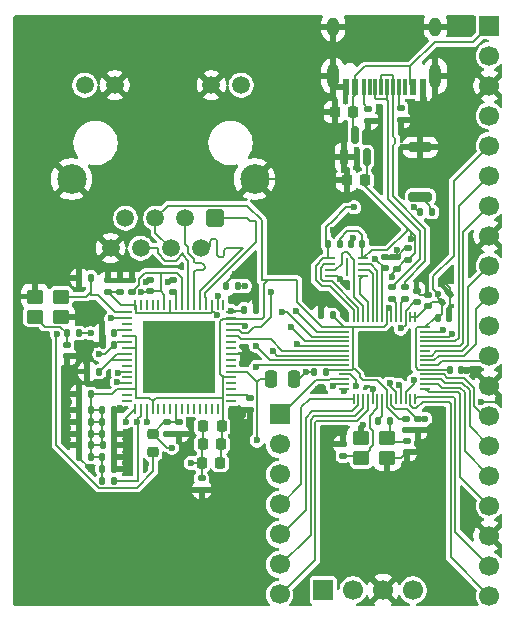
<source format=gbr>
%TF.GenerationSoftware,KiCad,Pcbnew,9.0.7*%
%TF.CreationDate,2026-01-21T12:23:43+05:30*%
%TF.ProjectId,ntp-devboard,6e74702d-6465-4766-926f-6172642e6b69,rev?*%
%TF.SameCoordinates,Original*%
%TF.FileFunction,Copper,L1,Top*%
%TF.FilePolarity,Positive*%
%FSLAX46Y46*%
G04 Gerber Fmt 4.6, Leading zero omitted, Abs format (unit mm)*
G04 Created by KiCad (PCBNEW 9.0.7) date 2026-01-21 12:23:43*
%MOMM*%
%LPD*%
G01*
G04 APERTURE LIST*
G04 Aperture macros list*
%AMRoundRect*
0 Rectangle with rounded corners*
0 $1 Rounding radius*
0 $2 $3 $4 $5 $6 $7 $8 $9 X,Y pos of 4 corners*
0 Add a 4 corners polygon primitive as box body*
4,1,4,$2,$3,$4,$5,$6,$7,$8,$9,$2,$3,0*
0 Add four circle primitives for the rounded corners*
1,1,$1+$1,$2,$3*
1,1,$1+$1,$4,$5*
1,1,$1+$1,$6,$7*
1,1,$1+$1,$8,$9*
0 Add four rect primitives between the rounded corners*
20,1,$1+$1,$2,$3,$4,$5,0*
20,1,$1+$1,$4,$5,$6,$7,0*
20,1,$1+$1,$6,$7,$8,$9,0*
20,1,$1+$1,$8,$9,$2,$3,0*%
G04 Aperture macros list end*
%TA.AperFunction,SMDPad,CuDef*%
%ADD10RoundRect,0.140000X0.170000X-0.140000X0.170000X0.140000X-0.170000X0.140000X-0.170000X-0.140000X0*%
%TD*%
%TA.AperFunction,SMDPad,CuDef*%
%ADD11RoundRect,0.135000X0.135000X0.185000X-0.135000X0.185000X-0.135000X-0.185000X0.135000X-0.185000X0*%
%TD*%
%TA.AperFunction,SMDPad,CuDef*%
%ADD12RoundRect,0.225000X0.225000X0.250000X-0.225000X0.250000X-0.225000X-0.250000X0.225000X-0.250000X0*%
%TD*%
%TA.AperFunction,SMDPad,CuDef*%
%ADD13RoundRect,0.140000X0.140000X0.170000X-0.140000X0.170000X-0.140000X-0.170000X0.140000X-0.170000X0*%
%TD*%
%TA.AperFunction,SMDPad,CuDef*%
%ADD14RoundRect,0.140000X-0.170000X0.140000X-0.170000X-0.140000X0.170000X-0.140000X0.170000X0.140000X0*%
%TD*%
%TA.AperFunction,SMDPad,CuDef*%
%ADD15RoundRect,0.250000X0.450000X0.350000X-0.450000X0.350000X-0.450000X-0.350000X0.450000X-0.350000X0*%
%TD*%
%TA.AperFunction,SMDPad,CuDef*%
%ADD16RoundRect,0.218750X0.218750X0.256250X-0.218750X0.256250X-0.218750X-0.256250X0.218750X-0.256250X0*%
%TD*%
%TA.AperFunction,SMDPad,CuDef*%
%ADD17RoundRect,0.135000X0.185000X-0.135000X0.185000X0.135000X-0.185000X0.135000X-0.185000X-0.135000X0*%
%TD*%
%TA.AperFunction,SMDPad,CuDef*%
%ADD18RoundRect,0.250000X-0.450000X-0.350000X0.450000X-0.350000X0.450000X0.350000X-0.450000X0.350000X0*%
%TD*%
%TA.AperFunction,SMDPad,CuDef*%
%ADD19RoundRect,0.140000X-0.140000X-0.170000X0.140000X-0.170000X0.140000X0.170000X-0.140000X0.170000X0*%
%TD*%
%TA.AperFunction,SMDPad,CuDef*%
%ADD20RoundRect,0.140000X0.021213X-0.219203X0.219203X-0.021213X-0.021213X0.219203X-0.219203X0.021213X0*%
%TD*%
%TA.AperFunction,SMDPad,CuDef*%
%ADD21RoundRect,0.135000X-0.185000X0.135000X-0.185000X-0.135000X0.185000X-0.135000X0.185000X0.135000X0*%
%TD*%
%TA.AperFunction,SMDPad,CuDef*%
%ADD22RoundRect,0.135000X-0.135000X-0.185000X0.135000X-0.185000X0.135000X0.185000X-0.135000X0.185000X0*%
%TD*%
%TA.AperFunction,ComponentPad*%
%ADD23R,1.700000X1.700000*%
%TD*%
%TA.AperFunction,ComponentPad*%
%ADD24C,1.700000*%
%TD*%
%TA.AperFunction,SMDPad,CuDef*%
%ADD25R,0.812800X0.254000*%
%TD*%
%TA.AperFunction,SMDPad,CuDef*%
%ADD26R,0.254000X0.812800*%
%TD*%
%TA.AperFunction,SMDPad,CuDef*%
%ADD27R,6.096000X6.096000*%
%TD*%
%TA.AperFunction,SMDPad,CuDef*%
%ADD28RoundRect,0.250000X-0.250000X-0.475000X0.250000X-0.475000X0.250000X0.475000X-0.250000X0.475000X0*%
%TD*%
%TA.AperFunction,SMDPad,CuDef*%
%ADD29RoundRect,0.200000X-0.800000X0.200000X-0.800000X-0.200000X0.800000X-0.200000X0.800000X0.200000X0*%
%TD*%
%TA.AperFunction,SMDPad,CuDef*%
%ADD30RoundRect,0.050000X-0.387500X-0.050000X0.387500X-0.050000X0.387500X0.050000X-0.387500X0.050000X0*%
%TD*%
%TA.AperFunction,SMDPad,CuDef*%
%ADD31RoundRect,0.050000X-0.050000X-0.387500X0.050000X-0.387500X0.050000X0.387500X-0.050000X0.387500X0*%
%TD*%
%TA.AperFunction,HeatsinkPad*%
%ADD32R,3.200000X3.200000*%
%TD*%
%TA.AperFunction,SMDPad,CuDef*%
%ADD33R,0.600000X1.450000*%
%TD*%
%TA.AperFunction,SMDPad,CuDef*%
%ADD34R,0.300000X1.450000*%
%TD*%
%TA.AperFunction,HeatsinkPad*%
%ADD35O,1.000000X2.100000*%
%TD*%
%TA.AperFunction,HeatsinkPad*%
%ADD36O,1.000000X1.600000*%
%TD*%
%TA.AperFunction,SMDPad,CuDef*%
%ADD37RoundRect,0.218750X-0.256250X0.218750X-0.256250X-0.218750X0.256250X-0.218750X0.256250X0.218750X0*%
%TD*%
%TA.AperFunction,ComponentPad*%
%ADD38RoundRect,0.250500X0.499500X0.499500X-0.499500X0.499500X-0.499500X-0.499500X0.499500X-0.499500X0*%
%TD*%
%TA.AperFunction,ComponentPad*%
%ADD39C,1.500000*%
%TD*%
%TA.AperFunction,ComponentPad*%
%ADD40C,2.500000*%
%TD*%
%TA.AperFunction,SMDPad,CuDef*%
%ADD41RoundRect,0.150000X0.150000X-0.587500X0.150000X0.587500X-0.150000X0.587500X-0.150000X-0.587500X0*%
%TD*%
%TA.AperFunction,SMDPad,CuDef*%
%ADD42RoundRect,0.062500X-0.387500X-0.062500X0.387500X-0.062500X0.387500X0.062500X-0.387500X0.062500X0*%
%TD*%
%TA.AperFunction,HeatsinkPad*%
%ADD43R,0.200000X1.600000*%
%TD*%
%TA.AperFunction,ViaPad*%
%ADD44C,0.600000*%
%TD*%
%TA.AperFunction,Conductor*%
%ADD45C,0.200000*%
%TD*%
G04 APERTURE END LIST*
D10*
%TO.P,C6,1*%
%TO.N,+3V3*%
X154425000Y-104030000D03*
%TO.P,C6,2*%
%TO.N,GND*%
X154425000Y-103070000D03*
%TD*%
D11*
%TO.P,R10,1*%
%TO.N,GND*%
X142520000Y-107500000D03*
%TO.P,R10,2*%
%TO.N,GPIO6*%
X141500000Y-107500000D03*
%TD*%
D10*
%TO.P,C5,1*%
%TO.N,+3V3*%
X157075000Y-107230000D03*
%TO.P,C5,2*%
%TO.N,GND*%
X157075000Y-106270000D03*
%TD*%
D12*
%TO.P,C13,1*%
%TO.N,VBUS*%
X150740000Y-90780000D03*
%TO.P,C13,2*%
%TO.N,GND*%
X149190000Y-90780000D03*
%TD*%
D13*
%TO.P,C4,1*%
%TO.N,+3V3*%
X149005000Y-108000000D03*
%TO.P,C4,2*%
%TO.N,GND*%
X148045000Y-108000000D03*
%TD*%
D14*
%TO.P,C2,1*%
%TO.N,+3V3*%
X155175000Y-116750000D03*
%TO.P,C2,2*%
%TO.N,GND*%
X155175000Y-117710000D03*
%TD*%
D15*
%TO.P,Y1,1,1*%
%TO.N,Net-(C16-Pad2)*%
X153625000Y-118380000D03*
%TO.P,Y1,2,2*%
%TO.N,GND*%
X151425000Y-118380000D03*
%TO.P,Y1,3,3*%
%TO.N,XIN*%
X151425000Y-120080000D03*
%TO.P,Y1,4,4*%
%TO.N,GND*%
X153625000Y-120080000D03*
%TD*%
D16*
%TO.P,FB2,1*%
%TO.N,+3V3*%
X139600000Y-117400000D03*
%TO.P,FB2,2*%
%TO.N,C40*%
X138025000Y-117400000D03*
%TD*%
D17*
%TO.P,R12,1*%
%TO.N,GND*%
X142000000Y-116020000D03*
%TO.P,R12,2*%
%TO.N,Net-(U3-FIFOSEL)*%
X142000000Y-115000000D03*
%TD*%
D18*
%TO.P,Y2,1,1*%
%TO.N,Net-(C19-Pad2)*%
X123800000Y-108100000D03*
%TO.P,Y2,2,2*%
%TO.N,GND*%
X126000000Y-108100000D03*
%TO.P,Y2,3,3*%
%TO.N,OSIN*%
X126000000Y-106400000D03*
%TO.P,Y2,4,4*%
%TO.N,GND*%
X123800000Y-106400000D03*
%TD*%
D19*
%TO.P,C33,1*%
%TO.N,+3V3*%
X129540000Y-119000000D03*
%TO.P,C33,2*%
%TO.N,GND*%
X130500000Y-119000000D03*
%TD*%
D13*
%TO.P,C20,1*%
%TO.N,GND*%
X130460000Y-121000000D03*
%TO.P,C20,2*%
%TO.N,+3V3*%
X129500000Y-121000000D03*
%TD*%
D20*
%TO.P,C1,1*%
%TO.N,+3V3*%
X158235589Y-106864411D03*
%TO.P,C1,2*%
%TO.N,GND*%
X158914411Y-106185589D03*
%TD*%
D21*
%TO.P,R15,1*%
%TO.N,GND*%
X135500000Y-105000000D03*
%TO.P,R15,2*%
%TO.N,Net-(U3-RBIAS)*%
X135500000Y-106020000D03*
%TD*%
D10*
%TO.P,C7,1*%
%TO.N,+3V3*%
X155385000Y-103290000D03*
%TO.P,C7,2*%
%TO.N,GND*%
X155385000Y-102330000D03*
%TD*%
D22*
%TO.P,R7,1*%
%TO.N,QSPI_SS*%
X148585000Y-101970000D03*
%TO.P,R7,2*%
%TO.N,+3V3*%
X149605000Y-101970000D03*
%TD*%
D23*
%TO.P,J4,1,Pin_1*%
%TO.N,GPIO8*%
X148190000Y-131250000D03*
D24*
%TO.P,J4,2,Pin_2*%
%TO.N,SWCLK*%
X150730000Y-131250000D03*
%TO.P,J4,3,Pin_3*%
%TO.N,GND*%
X153270000Y-131250000D03*
%TO.P,J4,4,Pin_4*%
%TO.N,SWD*%
X155810000Y-131250000D03*
%TD*%
D10*
%TO.P,C19,1*%
%TO.N,GND*%
X126500000Y-111460000D03*
%TO.P,C19,2*%
%TO.N,Net-(C19-Pad2)*%
X126500000Y-110500000D03*
%TD*%
D14*
%TO.P,C15,1*%
%TO.N,GND*%
X149875000Y-118920000D03*
%TO.P,C15,2*%
%TO.N,XIN*%
X149875000Y-119880000D03*
%TD*%
D13*
%TO.P,C29,1*%
%TO.N,+3V3*%
X128500000Y-114650000D03*
%TO.P,C29,2*%
%TO.N,GND*%
X127540000Y-114650000D03*
%TD*%
D22*
%TO.P,R8,1*%
%TO.N,Net-(C19-Pad2)*%
X126490000Y-109500000D03*
%TO.P,R8,2*%
%TO.N,OSOUT*%
X127510000Y-109500000D03*
%TD*%
%TO.P,R6,1*%
%TO.N,QSPI_SS*%
X156390000Y-99250000D03*
%TO.P,R6,2*%
%TO.N,Net-(R6-Pad2)*%
X157410000Y-99250000D03*
%TD*%
D25*
%TO.P,U3,1,OSCI*%
%TO.N,OSIN*%
X131605800Y-107750000D03*
%TO.P,U3,2,OSCO*%
%TO.N,OSOUT*%
X131605800Y-108249999D03*
%TO.P,U3,3,OSCVDD12*%
%TO.N,unconnected-(U3-OSCVDD12-Pad3)*%
X131605800Y-108750000D03*
%TO.P,U3,4,OSCVSS*%
%TO.N,Net-(U3-OSCVSS)*%
X131605800Y-109249999D03*
%TO.P,U3,5,VDD33*%
%TO.N,+3V3*%
X131605800Y-109750001D03*
%TO.P,U3,6,VDDCR*%
%TO.N,C34*%
X131605800Y-110250000D03*
%TO.P,U3,7,REG_EN*%
%TO.N,+3V3*%
X131605800Y-110749999D03*
%TO.P,U3,8,FXLOSEN*%
%TO.N,Net-(U3-FXLOSEN)*%
X131605800Y-111250000D03*
%TO.P,U3,9,FXSDA/FXLOSA/FXSDENA*%
X131605800Y-111750000D03*
%TO.P,U3,10,RESERVED*%
%TO.N,unconnected-(U3-RESERVED-Pad10)*%
X131605800Y-112250001D03*
%TO.P,U3,11,RST#*%
%TO.N,GPIO7*%
X131605800Y-112750000D03*
%TO.P,U3,12,D2/AD2/SIO2*%
%TO.N,unconnected-(U3-D2{slash}AD2{slash}SIO2-Pad12)*%
X131605800Y-113249999D03*
%TO.P,U3,13,D1/AD1/SO/SIO1*%
%TO.N,GPIO0*%
X131605800Y-113750001D03*
%TO.P,U3,14,VDDIO*%
%TO.N,+3V3*%
X131605800Y-114250000D03*
%TO.P,U3,15,D14/AD14*%
%TO.N,unconnected-(U3-D14{slash}AD14-Pad15)*%
X131605800Y-114750001D03*
%TO.P,U3,16,D13/AD13*%
%TO.N,unconnected-(U3-D13{slash}AD13-Pad16)*%
X131605800Y-115250000D03*
D26*
%TO.P,U3,17,D0/AD0/SI/SIO0*%
%TO.N,GPIO3*%
X132250000Y-115894200D03*
%TO.P,U3,18,PME*%
%TO.N,GPIO5*%
X132749999Y-115894200D03*
%TO.P,U3,19,D9/AD9/SCK*%
%TO.N,GPIO2*%
X133250000Y-115894200D03*
%TO.P,U3,20,VDDIO*%
%TO.N,+3V3*%
X133749999Y-115894200D03*
%TO.P,U3,21,D12/AD12*%
%TO.N,unconnected-(U3-D12{slash}AD12-Pad21)*%
X134250001Y-115894200D03*
%TO.P,U3,22,D11/AD11*%
%TO.N,unconnected-(U3-D11{slash}AD11-Pad22)*%
X134750000Y-115894200D03*
%TO.P,U3,23,D10/AD10*%
%TO.N,unconnected-(U3-D10{slash}AD10-Pad23)*%
X135249999Y-115894200D03*
%TO.P,U3,24,VDDCR*%
%TO.N,C34*%
X135750000Y-115894200D03*
%TO.P,U3,25,A1/ALELO*%
%TO.N,unconnected-(U3-A1{slash}ALELO-Pad25)*%
X136250000Y-115894200D03*
%TO.P,U3,26,A3/MNGT2*%
%TO.N,unconnected-(U3-A3{slash}MNGT2-Pad26)*%
X136750001Y-115894200D03*
%TO.P,U3,27,A4/MNGT3*%
%TO.N,unconnected-(U3-A4{slash}MNGT3-Pad27)*%
X137250000Y-115894200D03*
%TO.P,U3,28,CS*%
%TO.N,unconnected-(U3-CS-Pad28)*%
X137749999Y-115894200D03*
%TO.P,U3,29,A2/ALEHI*%
%TO.N,unconnected-(U3-A2{slash}ALEHI-Pad29)*%
X138250001Y-115894200D03*
%TO.P,U3,30,WR/ENB*%
%TO.N,unconnected-(U3-WR{slash}ENB-Pad30)*%
X138750000Y-115894200D03*
%TO.P,U3,31,RD/RD_WR*%
%TO.N,unconnected-(U3-RD{slash}RD_WR-Pad31)*%
X139250001Y-115894200D03*
%TO.P,U3,32,VDDIO*%
%TO.N,+3V3*%
X139750000Y-115894200D03*
D25*
%TO.P,U3,33,A0/D15/AD15*%
%TO.N,unconnected-(U3-A0{slash}D15{slash}AD15-Pad33)*%
X140394200Y-115250000D03*
%TO.P,U3,34,FIFOSEL*%
%TO.N,Net-(U3-FIFOSEL)*%
X140394200Y-114750001D03*
%TO.P,U3,35,D3/AD3/SIO3*%
%TO.N,unconnected-(U3-D3{slash}AD3{slash}SIO3-Pad35)*%
X140394200Y-114250000D03*
%TO.P,U3,36,D6/AD6*%
%TO.N,unconnected-(U3-D6{slash}AD6-Pad36)*%
X140394200Y-113750001D03*
%TO.P,U3,37,VDDIO*%
%TO.N,+3V3*%
X140394200Y-113249999D03*
%TO.P,U3,38,VDDCR*%
%TO.N,C34*%
X140394200Y-112750000D03*
%TO.P,U3,39,D7/AD7*%
%TO.N,unconnected-(U3-D7{slash}AD7-Pad39)*%
X140394200Y-112250001D03*
%TO.P,U3,40,D8/AD8*%
%TO.N,unconnected-(U3-D8{slash}AD8-Pad40)*%
X140394200Y-111750000D03*
%TO.P,U3,41,TESTMODE*%
%TO.N,GND*%
X140394200Y-111250000D03*
%TO.P,U3,42,EESDA/TMS*%
%TO.N,unconnected-(U3-EESDA{slash}TMS-Pad42)*%
X140394200Y-110749999D03*
%TO.P,U3,43,EESCL/TCK*%
%TO.N,unconnected-(U3-EESCL{slash}TCK-Pad43)*%
X140394200Y-110250000D03*
%TO.P,U3,44,IRQ*%
%TO.N,GPIO4*%
X140394200Y-109750001D03*
%TO.P,U3,45,LED2/GPIO2/E2PSIZE*%
%TO.N,LAN45*%
X140394200Y-109249999D03*
%TO.P,U3,46,LED1/GPIO1/TDI/MNGT1*%
%TO.N,LAN46*%
X140394200Y-108750000D03*
%TO.P,U3,47,VDDIO*%
%TO.N,+3V3*%
X140394200Y-108249999D03*
%TO.P,U3,48,LED0/GPIO0/TDO/MNGT0*%
%TO.N,GPIO6*%
X140394200Y-107750000D03*
D26*
%TO.P,U3,49,D4/AD4*%
%TO.N,unconnected-(U3-D4{slash}AD4-Pad49)*%
X139750000Y-107105800D03*
%TO.P,U3,50,D5/AD5/SCS#*%
%TO.N,GPIO1*%
X139250001Y-107105800D03*
%TO.P,U3,51,VDD33TXRX1*%
%TO.N,C40*%
X138750000Y-107105800D03*
%TO.P,U3,52,TXNA*%
%TO.N,TX-*%
X138250001Y-107105800D03*
%TO.P,U3,53,TXPA*%
%TO.N,TX+*%
X137749999Y-107105800D03*
%TO.P,U3,54,RXNA*%
%TO.N,RX-*%
X137250000Y-107105800D03*
%TO.P,U3,55,RXPA*%
%TO.N,RX+*%
X136750001Y-107105800D03*
%TO.P,U3,56,VDD12TX1*%
%TO.N,C35*%
X136250000Y-107105800D03*
%TO.P,U3,57,RBIAS*%
%TO.N,Net-(U3-RBIAS)*%
X135750000Y-107105800D03*
%TO.P,U3,58,VDD33BIAS*%
%TO.N,C40*%
X135249999Y-107105800D03*
%TO.P,U3,59,VDD12TX2*%
%TO.N,C35*%
X134750000Y-107105800D03*
%TO.P,U3,60,RESERVED*%
%TO.N,unconnected-(U3-RESERVED-Pad60)*%
X134250001Y-107105800D03*
%TO.P,U3,61,RESERVED*%
%TO.N,unconnected-(U3-RESERVED-Pad61)*%
X133749999Y-107105800D03*
%TO.P,U3,62,RESERVED*%
%TO.N,unconnected-(U3-RESERVED-Pad62)*%
X133250000Y-107105800D03*
%TO.P,U3,63,RESERVED*%
%TO.N,unconnected-(U3-RESERVED-Pad63)*%
X132749999Y-107105800D03*
%TO.P,U3,64,VDD33TXRX2*%
%TO.N,C40*%
X132250000Y-107105800D03*
D27*
%TO.P,U3,65,VSS*%
%TO.N,GND*%
X136000000Y-111500000D03*
%TD*%
D10*
%TO.P,C11,1*%
%TO.N,+1V1*%
X156100000Y-106900000D03*
%TO.P,C11,2*%
%TO.N,GND*%
X156100000Y-105940000D03*
%TD*%
D28*
%TO.P,C37,1*%
%TO.N,C34*%
X143800000Y-113400000D03*
%TO.P,C37,2*%
%TO.N,GND*%
X145700000Y-113400000D03*
%TD*%
D14*
%TO.P,C10,1*%
%TO.N,+1V1*%
X156215000Y-116760000D03*
%TO.P,C10,2*%
%TO.N,GND*%
X156215000Y-117720000D03*
%TD*%
D10*
%TO.P,C36,1*%
%TO.N,C35*%
X133500000Y-105960000D03*
%TO.P,C36,2*%
%TO.N,GND*%
X133500000Y-105000000D03*
%TD*%
D29*
%TO.P,SW1,1,1*%
%TO.N,GND*%
X156425000Y-93750000D03*
%TO.P,SW1,2,2*%
%TO.N,Net-(R6-Pad2)*%
X156425000Y-97950000D03*
%TD*%
D16*
%TO.P,FB3,1*%
%TO.N,+3V3*%
X139500000Y-120500000D03*
%TO.P,FB3,2*%
%TO.N,C40*%
X137925000Y-120500000D03*
%TD*%
D14*
%TO.P,C38,1*%
%TO.N,C40*%
X137900000Y-121800000D03*
%TO.P,C38,2*%
%TO.N,GND*%
X137900000Y-122760000D03*
%TD*%
D11*
%TO.P,R5,1*%
%TO.N,Net-(C16-Pad2)*%
X153825000Y-116910000D03*
%TO.P,R5,2*%
%TO.N,XOUT*%
X152805000Y-116910000D03*
%TD*%
D14*
%TO.P,C23,1*%
%TO.N,C34*%
X135000000Y-117040000D03*
%TO.P,C23,2*%
%TO.N,GND*%
X135000000Y-118000000D03*
%TD*%
D10*
%TO.P,C35,1*%
%TO.N,C35*%
X132000000Y-106000000D03*
%TO.P,C35,2*%
%TO.N,GND*%
X132000000Y-105040000D03*
%TD*%
D12*
%TO.P,C14,1*%
%TO.N,+3V3*%
X151750000Y-96550000D03*
%TO.P,C14,2*%
%TO.N,GND*%
X150200000Y-96550000D03*
%TD*%
D11*
%TO.P,R13,1*%
%TO.N,Net-(U3-FXLOSEN)*%
X129250000Y-112750000D03*
%TO.P,R13,2*%
%TO.N,GND*%
X128230000Y-112750000D03*
%TD*%
D23*
%TO.P,J2,1,Pin_1*%
%TO.N,GPIO9*%
X144500000Y-116380000D03*
D24*
%TO.P,J2,2,Pin_2*%
%TO.N,GPIO10*%
X144500000Y-118920000D03*
%TO.P,J2,3,Pin_3*%
%TO.N,GPIO11*%
X144500000Y-121460000D03*
%TO.P,J2,4,Pin_4*%
%TO.N,GPIO12*%
X144500000Y-124000000D03*
%TO.P,J2,5,Pin_5*%
%TO.N,GPIO13*%
X144500000Y-126540000D03*
%TO.P,J2,6,Pin_6*%
%TO.N,GPIO14*%
X144500000Y-129080000D03*
%TO.P,J2,7,Pin_7*%
%TO.N,GPIO15*%
X144500000Y-131620000D03*
%TD*%
D22*
%TO.P,R9,1*%
%TO.N,GND*%
X139990000Y-105500000D03*
%TO.P,R9,2*%
%TO.N,LAN46*%
X141010000Y-105500000D03*
%TD*%
D13*
%TO.P,C27,1*%
%TO.N,+3V3*%
X128500000Y-117000000D03*
%TO.P,C27,2*%
%TO.N,GND*%
X127540000Y-117000000D03*
%TD*%
D16*
%TO.P,FB1,1*%
%TO.N,+3V3*%
X139575000Y-118900000D03*
%TO.P,FB1,2*%
%TO.N,C40*%
X138000000Y-118900000D03*
%TD*%
D21*
%TO.P,R2,1*%
%TO.N,Net-(J1-CC1)*%
X154765000Y-90410000D03*
%TO.P,R2,2*%
%TO.N,GND*%
X154765000Y-91430000D03*
%TD*%
D19*
%TO.P,C18,1*%
%TO.N,GND*%
X127540000Y-104800000D03*
%TO.P,C18,2*%
%TO.N,OSIN*%
X128500000Y-104800000D03*
%TD*%
D21*
%TO.P,R3,1*%
%TO.N,USB_D+*%
X154050000Y-105580000D03*
%TO.P,R3,2*%
%TO.N,Net-(U1-USB_DP)*%
X154050000Y-106600000D03*
%TD*%
D30*
%TO.P,U1,1,IOVDD*%
%TO.N,+3V3*%
X149937500Y-109000000D03*
%TO.P,U1,2,GPIO0*%
%TO.N,GPIO0*%
X149937500Y-109400000D03*
%TO.P,U1,3,GPIO1*%
%TO.N,GPIO1*%
X149937500Y-109800000D03*
%TO.P,U1,4,GPIO2*%
%TO.N,GPIO2*%
X149937500Y-110200000D03*
%TO.P,U1,5,GPIO3*%
%TO.N,GPIO3*%
X149937500Y-110600000D03*
%TO.P,U1,6,GPIO4*%
%TO.N,GPIO4*%
X149937500Y-111000000D03*
%TO.P,U1,7,GPIO5*%
%TO.N,GPIO5*%
X149937500Y-111400000D03*
%TO.P,U1,8,GPIO6*%
%TO.N,GPIO6*%
X149937500Y-111800000D03*
%TO.P,U1,9,GPIO7*%
%TO.N,GPIO7*%
X149937500Y-112200000D03*
%TO.P,U1,10,IOVDD*%
%TO.N,+3V3*%
X149937500Y-112600000D03*
%TO.P,U1,11,GPIO8*%
%TO.N,GPIO8*%
X149937500Y-113000000D03*
%TO.P,U1,12,GPIO9*%
%TO.N,GPIO9*%
X149937500Y-113400000D03*
%TO.P,U1,13,GPIO10*%
%TO.N,GPIO10*%
X149937500Y-113800000D03*
%TO.P,U1,14,GPIO11*%
%TO.N,GPIO11*%
X149937500Y-114200000D03*
D31*
%TO.P,U1,15,GPIO12*%
%TO.N,GPIO12*%
X150775000Y-115037500D03*
%TO.P,U1,16,GPIO13*%
%TO.N,GPIO13*%
X151175000Y-115037500D03*
%TO.P,U1,17,GPIO14*%
%TO.N,GPIO14*%
X151575000Y-115037500D03*
%TO.P,U1,18,GPIO15*%
%TO.N,GPIO15*%
X151975000Y-115037500D03*
%TO.P,U1,19,TESTEN*%
%TO.N,GND*%
X152375000Y-115037500D03*
%TO.P,U1,20,XIN*%
%TO.N,XIN*%
X152775000Y-115037500D03*
%TO.P,U1,21,XOUT*%
%TO.N,XOUT*%
X153175000Y-115037500D03*
%TO.P,U1,22,IOVDD*%
%TO.N,+3V3*%
X153575000Y-115037500D03*
%TO.P,U1,23,DVDD*%
%TO.N,+1V1*%
X153975000Y-115037500D03*
%TO.P,U1,24,SWCLK*%
%TO.N,SWCLK*%
X154375000Y-115037500D03*
%TO.P,U1,25,SWD*%
%TO.N,SWD*%
X154775000Y-115037500D03*
%TO.P,U1,26,RUN*%
%TO.N,RUN*%
X155175000Y-115037500D03*
%TO.P,U1,27,GPIO16*%
%TO.N,GPIO16*%
X155575000Y-115037500D03*
%TO.P,U1,28,GPIO17*%
%TO.N,GPIO17*%
X155975000Y-115037500D03*
D30*
%TO.P,U1,29,GPIO18*%
%TO.N,GPIO18*%
X156812500Y-114200000D03*
%TO.P,U1,30,GPIO19*%
%TO.N,GPIO19*%
X156812500Y-113800000D03*
%TO.P,U1,31,GPIO20*%
%TO.N,GPIO20*%
X156812500Y-113400000D03*
%TO.P,U1,32,GPIO21*%
%TO.N,GPIO21*%
X156812500Y-113000000D03*
%TO.P,U1,33,IOVDD*%
%TO.N,+3V3*%
X156812500Y-112600000D03*
%TO.P,U1,34,GPIO22*%
%TO.N,GPIO22*%
X156812500Y-112200000D03*
%TO.P,U1,35,GPIO23*%
%TO.N,GPIO23*%
X156812500Y-111800000D03*
%TO.P,U1,36,GPIO24*%
%TO.N,GPIO24*%
X156812500Y-111400000D03*
%TO.P,U1,37,GPIO25*%
%TO.N,unconnected-(U1-GPIO25-Pad37)*%
X156812500Y-111000000D03*
%TO.P,U1,38,GPIO26_ADC0*%
%TO.N,GPIO26_ADC0*%
X156812500Y-110600000D03*
%TO.P,U1,39,GPIO27_ADC1*%
%TO.N,GPIO27_ADC1*%
X156812500Y-110200000D03*
%TO.P,U1,40,GPIO28_ADC2*%
%TO.N,GPIO28_ADC2*%
X156812500Y-109800000D03*
%TO.P,U1,41,GPIO29_ADC3*%
%TO.N,GPIO29_ADC3*%
X156812500Y-109400000D03*
%TO.P,U1,42,IOVDD*%
%TO.N,+3V3*%
X156812500Y-109000000D03*
D31*
%TO.P,U1,43,ADC_AVDD*%
X155975000Y-108162500D03*
%TO.P,U1,44,VREG_IN*%
X155575000Y-108162500D03*
%TO.P,U1,45,VREG_VOUT*%
%TO.N,+1V1*%
X155175000Y-108162500D03*
%TO.P,U1,46,USB_DM*%
%TO.N,Net-(U1-USB_DM)*%
X154775000Y-108162500D03*
%TO.P,U1,47,USB_DP*%
%TO.N,Net-(U1-USB_DP)*%
X154375000Y-108162500D03*
%TO.P,U1,48,USB_VDD*%
%TO.N,+3V3*%
X153975000Y-108162500D03*
%TO.P,U1,49,IOVDD*%
X153575000Y-108162500D03*
%TO.P,U1,50,DVDD*%
%TO.N,+1V1*%
X153175000Y-108162500D03*
%TO.P,U1,51,QSPI_SD3*%
%TO.N,QSPI_SD3*%
X152775000Y-108162500D03*
%TO.P,U1,52,QSPI_SCLK*%
%TO.N,QSPI_SCLK*%
X152375000Y-108162500D03*
%TO.P,U1,53,QSPI_SD0*%
%TO.N,QSPI_SD0*%
X151975000Y-108162500D03*
%TO.P,U1,54,QSPI_SD2*%
%TO.N,QSPI_SD2*%
X151575000Y-108162500D03*
%TO.P,U1,55,QSPI_SD1*%
%TO.N,QSPI_SD1*%
X151175000Y-108162500D03*
%TO.P,U1,56,QSPI_SS*%
%TO.N,QSPI_SS*%
X150775000Y-108162500D03*
D32*
%TO.P,U1,57,GND*%
%TO.N,GND*%
X153375000Y-111600000D03*
%TD*%
D33*
%TO.P,J1,A1,GND*%
%TO.N,GND*%
X156625000Y-88645000D03*
%TO.P,J1,A4,VBUS*%
%TO.N,VBUS*%
X155825000Y-88645000D03*
D34*
%TO.P,J1,A5,CC1*%
%TO.N,Net-(J1-CC1)*%
X154625000Y-88645000D03*
%TO.P,J1,A6,D+*%
%TO.N,USB_D+*%
X153625000Y-88645000D03*
%TO.P,J1,A7,D-*%
%TO.N,USB_D-*%
X153125000Y-88645000D03*
%TO.P,J1,A8*%
%TO.N,N/C*%
X152125000Y-88645000D03*
D33*
%TO.P,J1,A9,VBUS*%
%TO.N,VBUS*%
X150925000Y-88645000D03*
%TO.P,J1,A12,GND*%
%TO.N,GND*%
X150125000Y-88645000D03*
%TO.P,J1,B1,GND*%
X150125000Y-88645000D03*
%TO.P,J1,B4,VBUS*%
%TO.N,VBUS*%
X150925000Y-88645000D03*
D34*
%TO.P,J1,B5,CC2*%
%TO.N,Net-(J1-CC2)*%
X151625000Y-88645000D03*
%TO.P,J1,B6,D+*%
%TO.N,USB_D+*%
X152625000Y-88645000D03*
%TO.P,J1,B7,D-*%
%TO.N,USB_D-*%
X154125000Y-88645000D03*
%TO.P,J1,B8*%
%TO.N,N/C*%
X155125000Y-88645000D03*
D33*
%TO.P,J1,B9,VBUS*%
%TO.N,VBUS*%
X155825000Y-88645000D03*
%TO.P,J1,B12,GND*%
%TO.N,GND*%
X156625000Y-88645000D03*
D35*
%TO.P,J1,S1,SHIELD*%
X157695000Y-87730000D03*
D36*
X157695000Y-83550000D03*
D35*
X149055000Y-87730000D03*
D36*
X149055000Y-83550000D03*
%TD*%
D10*
%TO.P,C16,1*%
%TO.N,GND*%
X155300000Y-119580000D03*
%TO.P,C16,2*%
%TO.N,Net-(C16-Pad2)*%
X155300000Y-118620000D03*
%TD*%
D19*
%TO.P,C9,1*%
%TO.N,+3V3*%
X158915000Y-112580000D03*
%TO.P,C9,2*%
%TO.N,GND*%
X159875000Y-112580000D03*
%TD*%
%TO.P,C32,1*%
%TO.N,+3V3*%
X129500000Y-118000000D03*
%TO.P,C32,2*%
%TO.N,GND*%
X130460000Y-118000000D03*
%TD*%
D10*
%TO.P,C40,1*%
%TO.N,C40*%
X131000000Y-106000000D03*
%TO.P,C40,2*%
%TO.N,GND*%
X131000000Y-105040000D03*
%TD*%
D21*
%TO.P,R1,1*%
%TO.N,Net-(J1-CC2)*%
X152025000Y-90480000D03*
%TO.P,R1,2*%
%TO.N,GND*%
X152025000Y-91500000D03*
%TD*%
D19*
%TO.P,C31,1*%
%TO.N,+3V3*%
X129500000Y-117000000D03*
%TO.P,C31,2*%
%TO.N,GND*%
X130460000Y-117000000D03*
%TD*%
D10*
%TO.P,C12,1*%
%TO.N,+1V1*%
X153400000Y-104025000D03*
%TO.P,C12,2*%
%TO.N,GND*%
X153400000Y-103065000D03*
%TD*%
D19*
%TO.P,C30,1*%
%TO.N,+3V3*%
X129500000Y-116000000D03*
%TO.P,C30,2*%
%TO.N,GND*%
X130460000Y-116000000D03*
%TD*%
D37*
%TO.P,FB4,1*%
%TO.N,C34*%
X133800000Y-118000000D03*
%TO.P,FB4,2*%
%TO.N,C35*%
X133800000Y-119575000D03*
%TD*%
D19*
%TO.P,C8,1*%
%TO.N,+3V3*%
X157925000Y-108175000D03*
%TO.P,C8,2*%
%TO.N,GND*%
X158885000Y-108175000D03*
%TD*%
D21*
%TO.P,R4,1*%
%TO.N,USB_D-*%
X155100000Y-105580000D03*
%TO.P,R4,2*%
%TO.N,Net-(U1-USB_DM)*%
X155100000Y-106600000D03*
%TD*%
D13*
%TO.P,C34,1*%
%TO.N,C34*%
X130500000Y-110500000D03*
%TO.P,C34,2*%
%TO.N,GND*%
X129540000Y-110500000D03*
%TD*%
D38*
%TO.P,J6,1,TD+*%
%TO.N,TX-*%
X139080000Y-99760000D03*
D39*
%TO.P,J6,2,TD-*%
%TO.N,TX+*%
X137820000Y-102300000D03*
%TO.P,J6,3,RD+*%
%TO.N,RX-*%
X136540000Y-99760000D03*
%TO.P,J6,4,TCT*%
%TO.N,+3V3*%
X135280000Y-102300000D03*
%TO.P,J6,5,RCT*%
X134000000Y-99760000D03*
%TO.P,J6,6,RD-*%
%TO.N,RX+*%
X132740000Y-102300000D03*
%TO.P,J6,7,NC*%
%TO.N,unconnected-(J6-NC-Pad7)*%
X131460000Y-99760000D03*
%TO.P,J6,8*%
%TO.N,GND*%
X130200000Y-102300000D03*
%TO.P,J6,9*%
%TO.N,LAN45*%
X141265000Y-88500000D03*
%TO.P,J6,10*%
%TO.N,GND*%
X138725000Y-88500000D03*
%TO.P,J6,11*%
X130555000Y-88500000D03*
%TO.P,J6,12*%
%TO.N,LAN46*%
X128015000Y-88500000D03*
D40*
%TO.P,J6,SH*%
%TO.N,GND*%
X142385000Y-96450000D03*
X126895000Y-96450000D03*
%TD*%
D13*
%TO.P,C24,1*%
%TO.N,+3V3*%
X128500000Y-120000000D03*
%TO.P,C24,2*%
%TO.N,GND*%
X127540000Y-120000000D03*
%TD*%
%TO.P,C17,1*%
%TO.N,+3V3*%
X151505000Y-101950000D03*
%TO.P,C17,2*%
%TO.N,GND*%
X150545000Y-101950000D03*
%TD*%
D11*
%TO.P,R11,1*%
%TO.N,GPIO5*%
X130520000Y-122000000D03*
%TO.P,R11,2*%
%TO.N,+3V3*%
X129500000Y-122000000D03*
%TD*%
D13*
%TO.P,C25,1*%
%TO.N,+3V3*%
X128500000Y-119000000D03*
%TO.P,C25,2*%
%TO.N,GND*%
X127540000Y-119000000D03*
%TD*%
D14*
%TO.P,C22,1*%
%TO.N,C34*%
X136000000Y-117040000D03*
%TO.P,C22,2*%
%TO.N,GND*%
X136000000Y-118000000D03*
%TD*%
D11*
%TO.P,R16,1*%
%TO.N,Net-(U3-OSCVSS)*%
X130510000Y-109500000D03*
%TO.P,R16,2*%
%TO.N,GND*%
X129490000Y-109500000D03*
%TD*%
D41*
%TO.P,U2,1,GND*%
%TO.N,GND*%
X149975000Y-94587500D03*
%TO.P,U2,2,VO*%
%TO.N,+3V3*%
X151875000Y-94587500D03*
%TO.P,U2,3,VI*%
%TO.N,VBUS*%
X150925000Y-92712500D03*
%TD*%
D13*
%TO.P,C21,1*%
%TO.N,GND*%
X130460000Y-120000000D03*
%TO.P,C21,2*%
%TO.N,+3V3*%
X129500000Y-120000000D03*
%TD*%
%TO.P,C3,1*%
%TO.N,+3V3*%
X148405000Y-112830000D03*
%TO.P,C3,2*%
%TO.N,GND*%
X147445000Y-112830000D03*
%TD*%
D42*
%TO.P,U4,1,~{CS}*%
%TO.N,QSPI_SS*%
X148750000Y-103175000D03*
%TO.P,U4,2,DO/IO_{1}*%
%TO.N,QSPI_SD1*%
X148750000Y-103675000D03*
%TO.P,U4,3,~{WP}/IO_{2}*%
%TO.N,QSPI_SD2*%
X148750000Y-104175000D03*
%TO.P,U4,4,GND*%
%TO.N,GND*%
X148750000Y-104675000D03*
%TO.P,U4,5,DI/IO_{0}*%
%TO.N,QSPI_SD0*%
X151600000Y-104675000D03*
%TO.P,U4,6,CLK*%
%TO.N,QSPI_SCLK*%
X151600000Y-104175000D03*
%TO.P,U4,7,~{HOLD}/~{RESET}/IO_{3}*%
%TO.N,QSPI_SD3*%
X151600000Y-103675000D03*
%TO.P,U4,8,VCC*%
%TO.N,+3V3*%
X151600000Y-103175000D03*
D43*
%TO.P,U4,9*%
%TO.N,N/C*%
X150175000Y-103925000D03*
%TD*%
D13*
%TO.P,C26,1*%
%TO.N,+3V3*%
X128500000Y-118000000D03*
%TO.P,C26,2*%
%TO.N,GND*%
X127540000Y-118000000D03*
%TD*%
D10*
%TO.P,C39,1*%
%TO.N,C40*%
X130000000Y-106000000D03*
%TO.P,C39,2*%
%TO.N,GND*%
X130000000Y-105040000D03*
%TD*%
D13*
%TO.P,C28,1*%
%TO.N,+3V3*%
X128500000Y-116000000D03*
%TO.P,C28,2*%
%TO.N,GND*%
X127540000Y-116000000D03*
%TD*%
D23*
%TO.P,J3,1,Pin_1*%
%TO.N,VBUS*%
X162265000Y-83470000D03*
D24*
%TO.P,J3,2,Pin_2*%
%TO.N,GPIO29_ADC3*%
X162265000Y-86010000D03*
%TO.P,J3,3,Pin_3*%
%TO.N,GND*%
X162265000Y-88550000D03*
%TO.P,J3,4,Pin_4*%
%TO.N,GPIO28_ADC2*%
X162265000Y-91090000D03*
%TO.P,J3,5,Pin_5*%
%TO.N,+3V3*%
X162265000Y-93630000D03*
%TO.P,J3,6,Pin_6*%
%TO.N,GPIO27_ADC1*%
X162265000Y-96170000D03*
%TO.P,J3,7,Pin_7*%
%TO.N,GPIO26_ADC0*%
X162265000Y-98710000D03*
%TO.P,J3,8,Pin_8*%
%TO.N,GND*%
X162265000Y-101250000D03*
%TO.P,J3,9,Pin_9*%
%TO.N,GPIO24*%
X162265000Y-103790000D03*
%TO.P,J3,10,Pin_10*%
%TO.N,GPIO23*%
X162265000Y-106330000D03*
%TO.P,J3,11,Pin_11*%
%TO.N,RUN*%
X162265000Y-108870000D03*
%TO.P,J3,12,Pin_12*%
%TO.N,GPIO22*%
X162265000Y-111410000D03*
%TO.P,J3,13,Pin_13*%
%TO.N,GND*%
X162265000Y-113950000D03*
%TO.P,J3,14,Pin_14*%
%TO.N,GPIO21*%
X162265000Y-116490000D03*
%TO.P,J3,15,Pin_15*%
%TO.N,GPIO20*%
X162265000Y-119030000D03*
%TO.P,J3,16,Pin_16*%
%TO.N,GPIO19*%
X162265000Y-121570000D03*
%TO.P,J3,17,Pin_17*%
%TO.N,GPIO18*%
X162265000Y-124110000D03*
%TO.P,J3,18,Pin_18*%
%TO.N,GND*%
X162265000Y-126650000D03*
%TO.P,J3,19,Pin_19*%
%TO.N,GPIO17*%
X162265000Y-129190000D03*
%TO.P,J3,20,Pin_20*%
%TO.N,GPIO16*%
X162265000Y-131730000D03*
%TD*%
D44*
%TO.N,GND*%
X156800000Y-84700000D03*
X155363561Y-112450000D03*
X151535000Y-117288527D03*
X126800000Y-113400000D03*
X131000000Y-115800000D03*
X140750000Y-104500000D03*
X131600000Y-120000000D03*
X129800000Y-113600000D03*
X158325000Y-105100000D03*
X150025000Y-107850000D03*
X155363561Y-111250000D03*
X153625000Y-101650000D03*
X153600000Y-122000000D03*
X123800000Y-105000000D03*
X136000000Y-113989635D03*
X148825000Y-106750000D03*
X157725000Y-116450000D03*
X144600000Y-96400000D03*
X160415000Y-112706441D03*
X127490000Y-110760000D03*
X157700000Y-103200000D03*
X133200000Y-120600000D03*
X153425000Y-109750000D03*
X148925000Y-96050000D03*
X129400000Y-107600000D03*
X128500000Y-121000000D03*
X141400000Y-111400000D03*
X151525000Y-109950000D03*
X152825000Y-93850000D03*
X156700000Y-89700000D03*
X136000000Y-118650000D03*
X149500000Y-117950000D03*
X156900000Y-104400000D03*
X153375000Y-111600000D03*
X159500000Y-83600000D03*
X150690446Y-101450000D03*
X156000000Y-119600000D03*
X127540000Y-103790000D03*
X152825000Y-95750000D03*
X154486736Y-102486736D03*
X148925000Y-94150000D03*
X152387649Y-114214932D03*
X149025000Y-100750000D03*
X148925000Y-95050000D03*
X133211000Y-105191133D03*
X163000000Y-115200000D03*
X130000000Y-104200000D03*
X146733008Y-112800000D03*
X147800000Y-114200000D03*
X152825000Y-94750000D03*
X161595000Y-115300000D03*
X149579265Y-104895735D03*
X135016700Y-105200000D03*
X142400000Y-106750000D03*
X155363561Y-110050000D03*
X151425000Y-111550000D03*
X141395353Y-116395353D03*
%TO.N,+1V1*%
X154763561Y-109100000D03*
X152590002Y-103207591D03*
X156825000Y-116750000D03*
%TO.N,GPIO6*%
X142486885Y-110556700D03*
X140394200Y-107622997D03*
%TO.N,GPIO11*%
X150000000Y-114437500D03*
%TO.N,GPIO8*%
X151000000Y-114000000D03*
%TO.N,GPIO1*%
X139250000Y-106366425D03*
X144750000Y-107750000D03*
%TO.N,GPIO3*%
X131500000Y-117000000D03*
X146000000Y-110400000D03*
%TO.N,GPIO5*%
X132449997Y-117000000D03*
X143950735Y-111049265D03*
%TO.N,GPIO0*%
X145879460Y-107620540D03*
X130735956Y-113629912D03*
%TO.N,GPIO2*%
X133250000Y-117000000D03*
X145500000Y-109000000D03*
%TO.N,GPIO10*%
X149000000Y-114000000D03*
%TO.N,GPIO7*%
X130792850Y-112831935D03*
X142544300Y-112356700D03*
%TO.N,GPIO29_ADC3*%
X158373236Y-109193049D03*
%TO.N,SWCLK*%
X153823528Y-113699999D03*
%TO.N,GPIO28_ADC2*%
X159062000Y-109600000D03*
%TO.N,RUN*%
X155876180Y-113489257D03*
%TO.N,SWD*%
X154608101Y-113884572D03*
%TO.N,QSPI_SS*%
X150825000Y-98850000D03*
X155871726Y-98850000D03*
%TO.N,C34*%
X135400000Y-119200000D03*
X142586600Y-118586600D03*
X129237792Y-111290166D03*
%TO.N,C35*%
X125675000Y-109600000D03*
X132800000Y-106000000D03*
%TO.N,C40*%
X137000000Y-120500000D03*
X139200000Y-107968902D03*
%TO.N,LAN46*%
X141564064Y-105500000D03*
X141564064Y-108923000D03*
%TO.N,LAN45*%
X143750000Y-106000000D03*
%TO.N,OSOUT*%
X128500000Y-109500000D03*
X130249999Y-108249999D03*
%TO.N,+3V3*%
X157885000Y-106153231D03*
X153775000Y-107364082D03*
X155645000Y-101550000D03*
X153999387Y-104782083D03*
%TD*%
D45*
%TO.N,GND*%
X154425000Y-102548472D02*
X154486736Y-102486736D01*
X158885000Y-107115000D02*
X158885000Y-108175000D01*
X162900000Y-115300000D02*
X163000000Y-115200000D01*
X156100000Y-105200000D02*
X156900000Y-104400000D01*
X127540000Y-120000000D02*
X127540000Y-120040000D01*
X129000000Y-108000000D02*
X129400000Y-107600000D01*
X156430000Y-106270000D02*
X156100000Y-105940000D01*
X146763008Y-112830000D02*
X146733008Y-112800000D01*
X128400000Y-108100000D02*
X128500000Y-108000000D01*
X129490000Y-110450000D02*
X129540000Y-110500000D01*
X156625000Y-88645000D02*
X156625000Y-89625000D01*
X153625000Y-121975000D02*
X153600000Y-122000000D01*
X127490000Y-111500000D02*
X127490000Y-110760000D01*
X126000000Y-108100000D02*
X128400000Y-108100000D01*
X146133008Y-113400000D02*
X146733008Y-112800000D01*
X150545000Y-101595446D02*
X150690446Y-101450000D01*
X129600000Y-107400000D02*
X129500707Y-107499294D01*
X154425000Y-103070000D02*
X154425000Y-102548472D01*
X148045000Y-107530000D02*
X148825000Y-106750000D01*
X152375000Y-114227581D02*
X152375000Y-115037500D01*
X130460000Y-116000000D02*
X130460000Y-121000000D01*
X139990000Y-105260000D02*
X140750000Y-104500000D01*
X155185000Y-117720000D02*
X155175000Y-117710000D01*
X155385000Y-102330000D02*
X155165000Y-102330000D01*
X149875000Y-118325000D02*
X149500000Y-117950000D01*
X155300000Y-119580000D02*
X155980000Y-119580000D01*
X130000000Y-105040000D02*
X130000000Y-104200000D01*
X159875000Y-112580000D02*
X160288559Y-112580000D01*
X158914411Y-105689411D02*
X158325000Y-105100000D01*
X141750000Y-110744034D02*
X141752983Y-110741051D01*
X158914411Y-106185589D02*
X158914411Y-107085589D01*
X141250000Y-111250000D02*
X141400000Y-111400000D01*
X148045000Y-108000000D02*
X148045000Y-107530000D01*
X133500000Y-105000000D02*
X133402133Y-105000000D01*
X126500000Y-111460000D02*
X127450000Y-111460000D01*
X129500707Y-107499294D02*
X129400000Y-107600000D01*
X135000000Y-118000000D02*
X136000000Y-118000000D01*
X124200000Y-105000000D02*
X124400000Y-104800000D01*
X158914411Y-107085589D02*
X158885000Y-107115000D01*
X145700000Y-113400000D02*
X146133008Y-113400000D01*
X157075000Y-104575000D02*
X156900000Y-104400000D01*
X151425000Y-117398527D02*
X151535000Y-117288527D01*
X156215000Y-117720000D02*
X155185000Y-117720000D01*
X149875000Y-118920000D02*
X149875000Y-118325000D01*
X127540000Y-105000000D02*
X127540000Y-103790000D01*
X130800000Y-116000000D02*
X131000000Y-115800000D01*
X155165000Y-102330000D02*
X154425000Y-103070000D01*
X135216700Y-105000000D02*
X135016700Y-105200000D01*
X154800000Y-120080000D02*
X155300000Y-119580000D01*
X128500000Y-108000000D02*
X129000000Y-108000000D01*
X127490000Y-111500000D02*
X128230000Y-112240000D01*
X142385000Y-96450000D02*
X144550000Y-96450000D01*
X157075000Y-106270000D02*
X156430000Y-106270000D01*
X140394200Y-111250000D02*
X141250000Y-111250000D01*
X154425000Y-103070000D02*
X153405000Y-103070000D01*
X127540000Y-120040000D02*
X128500000Y-121000000D01*
X152387649Y-114214932D02*
X152375000Y-114227581D01*
X130460000Y-116000000D02*
X130800000Y-116000000D01*
X139990000Y-105500000D02*
X139990000Y-105260000D01*
X160288559Y-112580000D02*
X160415000Y-112706441D01*
X141750000Y-110750000D02*
X141750000Y-110744034D01*
X155980000Y-119580000D02*
X156000000Y-119600000D01*
X133402133Y-105000000D02*
X133211000Y-105191133D01*
X129540000Y-110500000D02*
X127750000Y-110500000D01*
X141400000Y-116400000D02*
X141395353Y-116395353D01*
X150545000Y-101950000D02*
X150545000Y-101595446D01*
X135500000Y-105000000D02*
X135216700Y-105000000D01*
X148750000Y-104675000D02*
X149358530Y-104675000D01*
X123800000Y-105000000D02*
X124200000Y-105000000D01*
X129490000Y-109500000D02*
X129490000Y-110450000D01*
X158914411Y-106185589D02*
X158914411Y-105689411D01*
X127750000Y-110500000D02*
X127490000Y-110760000D01*
X136000000Y-118000000D02*
X136000000Y-118650000D01*
X153405000Y-103070000D02*
X153400000Y-103065000D01*
X127540000Y-114650000D02*
X127540000Y-120000000D01*
X142000000Y-116020000D02*
X141780000Y-116020000D01*
X124400000Y-104800000D02*
X127540000Y-104800000D01*
X142520000Y-107500000D02*
X142520000Y-106870000D01*
X130460000Y-120000000D02*
X131600000Y-120000000D01*
X156100000Y-105940000D02*
X156100000Y-105200000D01*
X153625000Y-120080000D02*
X153625000Y-121975000D01*
X157075000Y-106270000D02*
X157075000Y-104575000D01*
X130000000Y-105040000D02*
X132000000Y-105040000D01*
X161595000Y-115300000D02*
X162900000Y-115300000D01*
X128230000Y-112240000D02*
X128230000Y-112750000D01*
X123800000Y-106400000D02*
X123800000Y-105000000D01*
X151425000Y-118380000D02*
X151425000Y-117398527D01*
X144550000Y-96450000D02*
X144600000Y-96400000D01*
X147445000Y-112830000D02*
X146763008Y-112830000D01*
X142520000Y-106870000D02*
X142400000Y-106750000D01*
X141780000Y-116020000D02*
X141400000Y-116400000D01*
X149358530Y-104675000D02*
X149579265Y-104895735D01*
X153625000Y-120080000D02*
X154800000Y-120080000D01*
X156625000Y-89625000D02*
X156700000Y-89700000D01*
%TO.N,+1V1*%
X156815000Y-116760000D02*
X156825000Y-116750000D01*
X156157900Y-116760000D02*
X156215000Y-116760000D01*
X153975000Y-115590000D02*
X154315000Y-115930000D01*
X155175000Y-107590000D02*
X155865000Y-106900000D01*
X155175000Y-108162500D02*
X155175000Y-107590000D01*
X155175000Y-108162500D02*
X155175000Y-108800000D01*
X155865000Y-106900000D02*
X156100000Y-106900000D01*
X155327900Y-115930000D02*
X156157900Y-116760000D01*
X155175000Y-108800000D02*
X154875000Y-109100000D01*
X153400000Y-104025000D02*
X153400000Y-104017589D01*
X154875000Y-109100000D02*
X154763561Y-109100000D01*
X153175000Y-104250000D02*
X153400000Y-104025000D01*
X156215000Y-116760000D02*
X156815000Y-116760000D01*
X153975000Y-115037500D02*
X153975000Y-115590000D01*
X154315000Y-115930000D02*
X155327900Y-115930000D01*
X153400000Y-104017589D02*
X152590002Y-103207591D01*
X153175000Y-108162500D02*
X153175000Y-104250000D01*
%TO.N,VBUS*%
X150925000Y-89320000D02*
X150740000Y-89505000D01*
X150925000Y-87720000D02*
X150925000Y-88645000D01*
X150740000Y-92527500D02*
X150925000Y-92712500D01*
X150925000Y-88645000D02*
X150925000Y-89320000D01*
X157649992Y-84859000D02*
X160876000Y-84859000D01*
X150740000Y-90780000D02*
X150740000Y-92527500D01*
X155589000Y-88409000D02*
X155589000Y-86919992D01*
X155825000Y-88645000D02*
X155589000Y-88409000D01*
X151725008Y-86919992D02*
X150925000Y-87720000D01*
X155589000Y-86919992D02*
X151725008Y-86919992D01*
X160876000Y-84859000D02*
X162265000Y-83470000D01*
X150740000Y-89505000D02*
X150740000Y-90780000D01*
X155589000Y-86919992D02*
X157649992Y-84859000D01*
%TO.N,XIN*%
X152426000Y-117794840D02*
X152426000Y-118965160D01*
X150065000Y-119900000D02*
X151245000Y-119900000D01*
X152135000Y-116480000D02*
X152135000Y-117503840D01*
X152426000Y-118965160D02*
X152135000Y-119256160D01*
X152135000Y-117503840D02*
X152426000Y-117794840D01*
X152135000Y-119370000D02*
X151425000Y-120080000D01*
X152135000Y-119256160D02*
X152135000Y-119370000D01*
X149875000Y-119710000D02*
X150065000Y-119900000D01*
X151245000Y-119900000D02*
X151425000Y-120080000D01*
X152775000Y-115840000D02*
X152135000Y-116480000D01*
X152775000Y-115037500D02*
X152775000Y-115840000D01*
%TO.N,Net-(C16-Pad2)*%
X153825000Y-116910000D02*
X153825000Y-118180000D01*
X153995000Y-118750000D02*
X153625000Y-118380000D01*
X155175000Y-118750000D02*
X153995000Y-118750000D01*
X153825000Y-118180000D02*
X153625000Y-118380000D01*
%TO.N,Net-(J1-CC1)*%
X154625000Y-90270000D02*
X154765000Y-90410000D01*
X154625000Y-88645000D02*
X154625000Y-90270000D01*
%TO.N,Net-(J1-CC2)*%
X151625000Y-88645000D02*
X151625000Y-90080000D01*
X151625000Y-90080000D02*
X152025000Y-90480000D01*
%TO.N,GPIO12*%
X147071700Y-115037500D02*
X146324550Y-115784650D01*
X146324550Y-115784650D02*
X146324550Y-122295450D01*
X150775000Y-115037500D02*
X147071700Y-115037500D01*
X146324550Y-122295450D02*
X144500000Y-124120000D01*
%TO.N,GPIO6*%
X143730185Y-111800000D02*
X142486885Y-110556700D01*
X149937500Y-111800000D02*
X143730185Y-111800000D01*
X140394200Y-107622997D02*
X141377003Y-107622997D01*
X141377003Y-107622997D02*
X141500000Y-107500000D01*
%TO.N,GPIO11*%
X149937500Y-114375000D02*
X150000000Y-114437500D01*
X149937500Y-114200000D02*
X149937500Y-114375000D01*
%TO.N,GPIO8*%
X151000000Y-113500000D02*
X151000000Y-114000000D01*
X149937500Y-113000000D02*
X150500000Y-113000000D01*
X150500000Y-113000000D02*
X151000000Y-113500000D01*
%TO.N,GPIO1*%
X145158977Y-107750000D02*
X144750000Y-107750000D01*
X147208977Y-109800000D02*
X145158977Y-107750000D01*
X139250000Y-106366425D02*
X139250001Y-107105800D01*
X147208977Y-109800000D02*
X149937500Y-109800000D01*
%TO.N,GPIO13*%
X147265000Y-116110000D02*
X146725550Y-116649450D01*
X150655000Y-116110000D02*
X147265000Y-116110000D01*
X146725550Y-116649450D02*
X146725550Y-124434450D01*
X146725550Y-124434450D02*
X144500000Y-126660000D01*
X151175000Y-115590000D02*
X150655000Y-116110000D01*
X151175000Y-115037500D02*
X151175000Y-115590000D01*
%TO.N,GPIO3*%
X146251472Y-110600000D02*
X146051472Y-110400000D01*
X131500000Y-117000000D02*
X131500000Y-116644200D01*
X131500000Y-116644200D02*
X132250000Y-115894200D01*
X146251472Y-110600000D02*
X149937500Y-110600000D01*
X146051472Y-110400000D02*
X146000000Y-110400000D01*
%TO.N,GPIO5*%
X149937500Y-111400000D02*
X144301470Y-111400000D01*
X132500000Y-116900057D02*
X132500000Y-122000000D01*
X132449997Y-117000000D02*
X132449997Y-116800602D01*
X144301470Y-111400000D02*
X143950735Y-111049265D01*
X132749999Y-116500600D02*
X132749999Y-115894200D01*
X132449997Y-116800602D02*
X132749999Y-116500600D01*
X132500000Y-122000000D02*
X130520000Y-122000000D01*
%TO.N,GPIO0*%
X147658920Y-109400000D02*
X145879460Y-107620540D01*
X130856045Y-113750001D02*
X131605800Y-113750001D01*
X130735956Y-113629912D02*
X130856045Y-113750001D01*
X149937500Y-109400000D02*
X147658920Y-109400000D01*
%TO.N,GPIO9*%
X148772550Y-113400000D02*
X148731550Y-113441000D01*
X149937500Y-113400000D02*
X148772550Y-113400000D01*
X147559000Y-113441000D02*
X144500000Y-116500000D01*
X144500000Y-116475000D02*
X144500000Y-116500000D01*
X148731550Y-113441000D02*
X147559000Y-113441000D01*
%TO.N,GPIO2*%
X133250000Y-117000000D02*
X133250000Y-115894200D01*
X146700000Y-110200000D02*
X149937500Y-110200000D01*
X146700000Y-110200000D02*
X145500000Y-109000000D01*
%TO.N,GPIO10*%
X149200000Y-113800000D02*
X149000000Y-114000000D01*
X149937500Y-113800000D02*
X149200000Y-113800000D01*
%TO.N,GPIO7*%
X142701000Y-112200000D02*
X149937500Y-112200000D01*
X142701000Y-112200000D02*
X142544300Y-112356700D01*
X130874785Y-112750000D02*
X131605800Y-112750000D01*
X130792850Y-112831935D02*
X130874785Y-112750000D01*
%TO.N,GPIO4*%
X140974022Y-109750001D02*
X140394200Y-109750001D01*
X143750000Y-110000000D02*
X141224021Y-110000000D01*
X149937500Y-111000000D02*
X144750000Y-111000000D01*
X144750000Y-111000000D02*
X143750000Y-110000000D01*
X141224021Y-110000000D02*
X140974022Y-109750001D01*
%TO.N,GPIO15*%
X147527550Y-117037450D02*
X147527550Y-128687450D01*
X147653000Y-116912000D02*
X147527550Y-117037450D01*
X147527550Y-128687450D02*
X144485000Y-131730000D01*
X151975000Y-116000000D02*
X151063000Y-116912000D01*
X151975000Y-115037500D02*
X151975000Y-116000000D01*
X151063000Y-116912000D02*
X147653000Y-116912000D01*
%TO.N,GPIO14*%
X147126550Y-116815550D02*
X147126550Y-126548450D01*
X151575000Y-115037500D02*
X151575000Y-115820000D01*
X147126550Y-126548450D02*
X144485000Y-129190000D01*
X147431100Y-116511000D02*
X147126550Y-116815550D01*
X151575000Y-115820000D02*
X150884000Y-116511000D01*
X150884000Y-116511000D02*
X147431100Y-116511000D01*
%TO.N,GPIO29_ADC3*%
X158166285Y-109400000D02*
X158373236Y-109193049D01*
X156812500Y-109400000D02*
X158166285Y-109400000D01*
%TO.N,GPIO18*%
X159626700Y-114503000D02*
X159792000Y-114668300D01*
X159792000Y-121637000D02*
X162265000Y-124110000D01*
X159792000Y-114668300D02*
X159792000Y-121637000D01*
X157115500Y-114503000D02*
X159626700Y-114503000D01*
X156812500Y-114200000D02*
X157115500Y-114503000D01*
%TO.N,SWCLK*%
X154375000Y-115037500D02*
X154375000Y-114500000D01*
X153823528Y-113948528D02*
X153823528Y-113699999D01*
X154375000Y-114500000D02*
X153823528Y-113948528D01*
%TO.N,GPIO27_ADC1*%
X156812500Y-110200000D02*
X159375000Y-110200000D01*
X159375000Y-110200000D02*
X159662000Y-109913000D01*
X159662000Y-109913000D02*
X159662000Y-98773000D01*
X159662000Y-98773000D02*
X162265000Y-96170000D01*
%TO.N,GPIO28_ADC2*%
X156812500Y-109800000D02*
X158862000Y-109800000D01*
X158862000Y-109800000D02*
X159062000Y-109600000D01*
%TO.N,GPIO26_ADC0*%
X159763000Y-110600000D02*
X160063000Y-110300000D01*
X156812500Y-110600000D02*
X159763000Y-110600000D01*
X160063000Y-110300000D02*
X160063000Y-100912000D01*
X160063000Y-100912000D02*
X162265000Y-98710000D01*
%TO.N,GPIO19*%
X160193000Y-114502200D02*
X160193000Y-119498000D01*
X158247000Y-114102000D02*
X159792800Y-114102000D01*
X156812500Y-113800000D02*
X157945000Y-113800000D01*
X160193000Y-119498000D02*
X162265000Y-121570000D01*
X159792800Y-114102000D02*
X160193000Y-114502200D01*
X157945000Y-113800000D02*
X158247000Y-114102000D01*
%TO.N,GPIO21*%
X158397450Y-113000000D02*
X158697450Y-113300000D01*
X156812500Y-113000000D02*
X158397450Y-113000000D01*
X160125000Y-113300000D02*
X160995000Y-114170000D01*
X158697450Y-113300000D02*
X160125000Y-113300000D01*
X160995000Y-115695000D02*
X161790000Y-116490000D01*
X160995000Y-114170000D02*
X160995000Y-115695000D01*
X161790000Y-116490000D02*
X162265000Y-116490000D01*
%TO.N,GPIO17*%
X159239000Y-114904000D02*
X159391000Y-115056000D01*
X159391000Y-115056000D02*
X159391000Y-126316000D01*
X155975000Y-115037500D02*
X156108500Y-114904000D01*
X156108500Y-114904000D02*
X159239000Y-114904000D01*
X159391000Y-126316000D02*
X162265000Y-129190000D01*
%TO.N,GPIO22*%
X158235000Y-111880000D02*
X161795000Y-111880000D01*
X156812500Y-112200000D02*
X157915000Y-112200000D01*
X161795000Y-111880000D02*
X162265000Y-111410000D01*
X157915000Y-112200000D02*
X158235000Y-111880000D01*
%TO.N,GPIO16*%
X155575000Y-115037500D02*
X155575000Y-115610000D01*
X158825000Y-115305000D02*
X158990000Y-115470000D01*
X155575000Y-115610000D02*
X155825000Y-115860000D01*
X155825000Y-115860000D02*
X156087774Y-115860000D01*
X156642774Y-115305000D02*
X158825000Y-115305000D01*
X156087774Y-115860000D02*
X156642774Y-115305000D01*
X158990000Y-115470000D02*
X158990000Y-128455000D01*
X158990000Y-128455000D02*
X162265000Y-131730000D01*
%TO.N,GPIO20*%
X159958900Y-113701000D02*
X160594000Y-114336100D01*
X158516000Y-113701000D02*
X159958900Y-113701000D01*
X160594000Y-114336100D02*
X160594000Y-117359000D01*
X160594000Y-117359000D02*
X162265000Y-119030000D01*
X158215000Y-113400000D02*
X158516000Y-113701000D01*
X156812500Y-113400000D02*
X158215000Y-113400000D01*
%TO.N,RUN*%
X155876180Y-113798820D02*
X155175000Y-114500000D01*
X155175000Y-114500000D02*
X155175000Y-115037500D01*
X155876180Y-113489257D02*
X155876180Y-113798820D01*
%TO.N,GPIO23*%
X161114000Y-107481000D02*
X162265000Y-106330000D01*
X156812500Y-111800000D02*
X157607000Y-111800000D01*
X160095200Y-111402000D02*
X161114000Y-110383200D01*
X161114000Y-110383200D02*
X161114000Y-107481000D01*
X158005000Y-111402000D02*
X160095200Y-111402000D01*
X157607000Y-111800000D02*
X158005000Y-111402000D01*
%TO.N,GPIO24*%
X156812500Y-111400000D02*
X157375000Y-111400000D01*
X160464000Y-105591000D02*
X162265000Y-103790000D01*
X160464000Y-110466100D02*
X160464000Y-105591000D01*
X157375000Y-111400000D02*
X157774000Y-111001000D01*
X157774000Y-111001000D02*
X159929100Y-111001000D01*
X159929100Y-111001000D02*
X160464000Y-110466100D01*
%TO.N,SWD*%
X154775000Y-114051470D02*
X154775000Y-115037500D01*
X154608101Y-113884572D02*
X154775000Y-114051470D01*
%TO.N,Net-(U1-USB_DP)*%
X154375000Y-106925000D02*
X154050000Y-106600000D01*
X154375000Y-108162500D02*
X154375000Y-106925000D01*
%TO.N,Net-(U1-USB_DM)*%
X154775000Y-106925000D02*
X155100000Y-106600000D01*
X154775000Y-108162500D02*
X154775000Y-106925000D01*
%TO.N,XOUT*%
X153175000Y-115037500D02*
X153175000Y-116540000D01*
X153175000Y-116540000D02*
X152805000Y-116910000D01*
%TO.N,QSPI_SS*%
X156205000Y-99183274D02*
X155871726Y-98850000D01*
X150124997Y-98850000D02*
X148824997Y-100150000D01*
X150775000Y-107510000D02*
X149825000Y-106560000D01*
X148585000Y-101970000D02*
X148585000Y-103010000D01*
X148424000Y-100501057D02*
X148424000Y-101809000D01*
X147574000Y-103818102D02*
X148217102Y-103175000D01*
X149825000Y-106560000D02*
X149825000Y-106557100D01*
X147574000Y-105031898D02*
X147574000Y-103818102D01*
X148585000Y-103010000D02*
X148750000Y-103175000D01*
X149825000Y-106557100D02*
X148786450Y-105518550D01*
X148060652Y-105518550D02*
X147574000Y-105031898D01*
X148775057Y-100150000D02*
X148424000Y-100501057D01*
X148424000Y-101809000D02*
X148585000Y-101970000D01*
X156205000Y-99250000D02*
X156205000Y-99183274D01*
X148786450Y-105518550D02*
X148060652Y-105518550D01*
X148824997Y-100150000D02*
X148775057Y-100150000D01*
X150825000Y-98850000D02*
X150124997Y-98850000D01*
X148217102Y-103175000D02*
X148750000Y-103175000D01*
X150775000Y-108162500D02*
X150775000Y-107510000D01*
%TO.N,Net-(R6-Pad2)*%
X157225000Y-98750000D02*
X156425000Y-97950000D01*
X157225000Y-99250000D02*
X157225000Y-98750000D01*
%TO.N,QSPI_SCLK*%
X152375000Y-108162500D02*
X152375000Y-104484202D01*
X152065798Y-104175000D02*
X151600000Y-104175000D01*
X152375000Y-104484202D02*
X152065798Y-104175000D01*
%TO.N,QSPI_SD2*%
X150849000Y-106446900D02*
X150849000Y-103274000D01*
X149948000Y-102650000D02*
X149774000Y-102824000D01*
X151575000Y-108162500D02*
X151575000Y-107172900D01*
X150849000Y-103274000D02*
X150225000Y-102650000D01*
X150225000Y-102650000D02*
X149948000Y-102650000D01*
X149774000Y-102824000D02*
X149774000Y-103616798D01*
X149774000Y-103616798D02*
X149215798Y-104175000D01*
X151575000Y-107172900D02*
X150849000Y-106446900D01*
X149215798Y-104175000D02*
X148750000Y-104175000D01*
%TO.N,QSPI_SD1*%
X151175000Y-108162500D02*
X151175000Y-107340000D01*
X148210202Y-105101000D02*
X147999000Y-104889798D01*
X147999000Y-104841798D02*
X147975000Y-104865798D01*
X148284202Y-103675000D02*
X148750000Y-103675000D01*
X151175000Y-107340000D02*
X148936000Y-105101000D01*
X147999000Y-104889798D02*
X147999000Y-104841798D01*
X147975000Y-103984202D02*
X148284202Y-103675000D01*
X148936000Y-105101000D02*
X148210202Y-105101000D01*
X147975000Y-104865798D02*
X147975000Y-103984202D01*
%TO.N,QSPI_SD0*%
X151350000Y-106200000D02*
X151350000Y-104925000D01*
X151975000Y-108162500D02*
X151975000Y-106825000D01*
X151350000Y-104925000D02*
X151600000Y-104675000D01*
X151975000Y-106825000D02*
X151350000Y-106200000D01*
%TO.N,QSPI_SD3*%
X152213798Y-103675000D02*
X151600000Y-103675000D01*
X152775000Y-104236202D02*
X152213798Y-103675000D01*
X152775000Y-108162500D02*
X152775000Y-104236202D01*
%TO.N,USB_D+*%
X153576000Y-89671000D02*
X153625000Y-89622000D01*
X152674000Y-89671000D02*
X153576000Y-89671000D01*
X156400000Y-103230000D02*
X154050000Y-105580000D01*
X152625000Y-89622000D02*
X152674000Y-89671000D01*
X153625000Y-88645000D02*
X153625000Y-89732501D01*
X153625000Y-89732501D02*
X153650000Y-89757501D01*
X153625000Y-89622000D02*
X153625000Y-88645000D01*
X153650000Y-89757501D02*
X153650000Y-98113198D01*
X153650000Y-98113198D02*
X156400000Y-100863198D01*
X152625000Y-88645000D02*
X152625000Y-89622000D01*
X156400000Y-100863198D02*
X156400000Y-103230000D01*
%TO.N,USB_D-*%
X154125000Y-88645000D02*
X154125000Y-89732501D01*
X154125000Y-87668000D02*
X154125000Y-88645000D01*
X154100000Y-89757501D02*
X154100000Y-92806431D01*
X154100000Y-93624203D02*
X154100000Y-97926802D01*
X153125000Y-87668000D02*
X153174000Y-87619000D01*
X154317772Y-93024203D02*
X154317772Y-93406431D01*
X156850000Y-100676802D02*
X156850000Y-103416397D01*
X154076000Y-87619000D02*
X154125000Y-87668000D01*
X153125000Y-88645000D02*
X153125000Y-87668000D01*
X154100000Y-97926802D02*
X156850000Y-100676802D01*
X156850000Y-103416397D02*
X155100000Y-105166397D01*
X154125000Y-89732501D02*
X154100000Y-89757501D01*
X155100000Y-105166397D02*
X155100000Y-105580000D01*
X153174000Y-87619000D02*
X154076000Y-87619000D01*
X154317772Y-93406431D02*
G75*
G02*
X154208886Y-93515272I-108872J31D01*
G01*
X154100000Y-92806431D02*
G75*
G03*
X154208886Y-92915300I108900J31D01*
G01*
X154208886Y-92915317D02*
G75*
G02*
X154317783Y-93024203I14J-108883D01*
G01*
X154208886Y-93515317D02*
G75*
G03*
X154100017Y-93624203I14J-108883D01*
G01*
%TO.N,OSIN*%
X128100000Y-106400000D02*
X128500000Y-106000000D01*
X129149943Y-106300000D02*
X128500000Y-106300000D01*
X128500000Y-105000000D02*
X128500000Y-106000000D01*
X126000000Y-106400000D02*
X128100000Y-106400000D01*
X128500000Y-106000000D02*
X128500000Y-106300000D01*
X131605800Y-107750000D02*
X130599943Y-107750000D01*
X130599943Y-107750000D02*
X129149943Y-106300000D01*
%TO.N,Net-(C19-Pad2)*%
X125947700Y-108957700D02*
X124657700Y-108957700D01*
X126500000Y-109510000D02*
X126490000Y-109500000D01*
X126500000Y-110500000D02*
X126500000Y-109510000D01*
X124657700Y-108957700D02*
X123800000Y-108100000D01*
X126490000Y-109500000D02*
X125947700Y-108957700D01*
%TO.N,C34*%
X135750000Y-115894200D02*
X135750000Y-116790000D01*
X142621000Y-113641000D02*
X142862000Y-113400000D01*
X141730000Y-112750000D02*
X142000000Y-113020000D01*
X134760000Y-117040000D02*
X133800000Y-118000000D01*
X129250000Y-111250000D02*
X129250000Y-111277958D01*
X131605800Y-110250000D02*
X130750000Y-110250000D01*
X129750000Y-111250000D02*
X129250000Y-111250000D01*
X135400000Y-119200000D02*
X135000000Y-119200000D01*
X135000000Y-117040000D02*
X134760000Y-117040000D01*
X142862000Y-113400000D02*
X143800000Y-113400000D01*
X140394200Y-112750000D02*
X141730000Y-112750000D01*
X129250000Y-111277958D02*
X129237792Y-111290166D01*
X135000000Y-119200000D02*
X133800000Y-118000000D01*
X130500000Y-110500000D02*
X129750000Y-111250000D01*
X129250000Y-111250000D02*
X129237792Y-111262208D01*
X136000000Y-117040000D02*
X135000000Y-117040000D01*
X135750000Y-116790000D02*
X136000000Y-117040000D01*
X130750000Y-110250000D02*
X130500000Y-110500000D01*
X142000000Y-113020000D02*
X142621000Y-113641000D01*
X142621000Y-113641000D02*
X142621000Y-118533864D01*
%TO.N,C35*%
X134460000Y-105960000D02*
X134460000Y-104459000D01*
X134460000Y-104459000D02*
X134500000Y-104419000D01*
X125600000Y-109600000D02*
X125675000Y-109600000D01*
X133800000Y-121205864D02*
X133800000Y-119575000D01*
X129198596Y-122577700D02*
X125600000Y-118979104D01*
X132428164Y-122577700D02*
X129198596Y-122577700D01*
X132428164Y-122577700D02*
X133800000Y-121205864D01*
X132611000Y-105389000D02*
X132000000Y-106000000D01*
X125600000Y-118979104D02*
X125600000Y-109600000D01*
X134750000Y-107105800D02*
X134750000Y-106250000D01*
X132800000Y-106000000D02*
X133460000Y-106000000D01*
X132611000Y-104889000D02*
X133081000Y-104419000D01*
X134460000Y-105960000D02*
X133500000Y-105960000D01*
X133460000Y-106000000D02*
X133500000Y-105960000D01*
X136250000Y-107105800D02*
X136250000Y-104809660D01*
X135859340Y-104419000D02*
X134500000Y-104419000D01*
X132611000Y-104889000D02*
X132611000Y-105389000D01*
X134500000Y-104419000D02*
X133081000Y-104419000D01*
X136250000Y-104809660D02*
X135859340Y-104419000D01*
X134750000Y-106250000D02*
X134460000Y-105960000D01*
%TO.N,C40*%
X137900000Y-120525000D02*
X137925000Y-120500000D01*
X132321999Y-107813200D02*
X132321999Y-107177799D01*
X137900000Y-121800000D02*
X137900000Y-120525000D01*
X137925000Y-120500000D02*
X137925000Y-118975000D01*
X135249999Y-107741199D02*
X135322000Y-107813200D01*
X137925000Y-118975000D02*
X138000000Y-118900000D01*
X135249999Y-107105800D02*
X135249999Y-107741199D01*
X138678001Y-107813200D02*
X138750000Y-107741201D01*
X135178000Y-107813200D02*
X132321999Y-107813200D01*
X138000000Y-118900000D02*
X138000000Y-117425000D01*
X131105800Y-107105800D02*
X130000000Y-106000000D01*
X137000000Y-120500000D02*
X137925000Y-120500000D01*
X135249999Y-107105800D02*
X135249999Y-107741201D01*
X132250000Y-107105800D02*
X131105800Y-107105800D01*
X138000000Y-117425000D02*
X138025000Y-117400000D01*
X138750000Y-107741201D02*
X138750000Y-107105800D01*
X135249999Y-107741201D02*
X135178000Y-107813200D01*
X138750000Y-107741201D02*
X138972299Y-107741201D01*
X138972299Y-107741201D02*
X139200000Y-107968902D01*
X135322000Y-107813200D02*
X138678001Y-107813200D01*
X132321999Y-107177799D02*
X132250000Y-107105800D01*
X130000000Y-106000000D02*
X131000000Y-106000000D01*
%TO.N,TX+*%
X139823926Y-102540000D02*
X139823926Y-102848085D01*
X139223926Y-102848085D02*
X139223926Y-101751940D01*
X138383926Y-102300000D02*
X138263926Y-102300000D01*
X138213135Y-102300000D02*
X138198867Y-102300000D01*
X138983926Y-101511940D02*
X138863926Y-101511940D01*
X137749999Y-106496199D02*
X137775000Y-106471198D01*
X137775000Y-105906802D02*
X141381802Y-102300000D01*
X141381802Y-102300000D02*
X140063926Y-102300000D01*
X138263926Y-102300000D02*
X138213135Y-102300000D01*
X137775000Y-106471198D02*
X137775000Y-105906802D01*
X139583926Y-103088085D02*
X139463926Y-103088085D01*
X138198867Y-102300000D02*
X137820000Y-102300000D01*
X137749999Y-107105800D02*
X137749999Y-106496199D01*
X138623926Y-101751940D02*
X138623926Y-102060000D01*
X139823926Y-102848085D02*
G75*
G02*
X139583926Y-103088126I-240026J-15D01*
G01*
X139223926Y-101751940D02*
G75*
G03*
X138983926Y-101511874I-240026J40D01*
G01*
X140063926Y-102300000D02*
G75*
G03*
X139823900Y-102540000I-26J-240000D01*
G01*
X138623926Y-102060000D02*
G75*
G02*
X138383926Y-102300026I-240026J0D01*
G01*
X138863926Y-101511940D02*
G75*
G03*
X138623940Y-101751940I-26J-239960D01*
G01*
X139463926Y-103088085D02*
G75*
G02*
X139223915Y-102848085I-26J239985D01*
G01*
%TO.N,LAN46*%
X141391064Y-108750000D02*
X141564064Y-108923000D01*
X141564064Y-105500000D02*
X141010000Y-105500000D01*
X140394200Y-108750000D02*
X141391064Y-108750000D01*
%TO.N,RX+*%
X132740000Y-102300000D02*
X134229000Y-102300000D01*
X136319020Y-102747319D02*
X136319020Y-102921727D01*
X134844661Y-103351000D02*
X135715339Y-103351000D01*
X134229000Y-102735339D02*
X134844661Y-103351000D01*
X136750001Y-106496199D02*
X136750001Y-107105800D01*
X136775001Y-103377708D02*
X136775001Y-106471199D01*
X136775001Y-106471199D02*
X136750001Y-106496199D01*
X135715339Y-103351000D02*
X136319020Y-102747319D01*
X134229000Y-102300000D02*
X134229000Y-102735339D01*
X136319020Y-102921727D02*
X136775001Y-103377708D01*
%TO.N,RX-*%
X137250000Y-106496199D02*
X137225000Y-106471199D01*
X137909706Y-103582464D02*
X137465000Y-103582464D01*
X137225000Y-103342464D02*
X137225000Y-103191339D01*
X137250000Y-107105800D02*
X137250000Y-106496199D01*
X136769000Y-102210801D02*
X136540000Y-101981801D01*
X136769000Y-102735339D02*
X137225000Y-103191339D01*
X137225000Y-106471199D02*
X137225000Y-104422464D01*
X136540000Y-101981801D02*
X136540000Y-99760000D01*
X137465000Y-104182464D02*
X137909706Y-104182464D01*
X136769000Y-102735339D02*
X136769000Y-102210801D01*
X138149706Y-103942464D02*
X138149706Y-103822464D01*
X137225000Y-104422464D02*
G75*
G02*
X137465000Y-104182500I240000J-36D01*
G01*
X137465000Y-103582464D02*
G75*
G02*
X137225036Y-103342464I0J239964D01*
G01*
X138149706Y-103822464D02*
G75*
G03*
X137909706Y-103582494I-240006J-36D01*
G01*
X137909706Y-104182464D02*
G75*
G03*
X138149664Y-103942464I-6J239964D01*
G01*
%TO.N,TX-*%
X138225000Y-106471198D02*
X138250001Y-106496199D01*
X142500000Y-101818198D02*
X138225000Y-106093198D01*
X138250001Y-106496199D02*
X138250001Y-107105800D01*
X142000000Y-100000000D02*
X141760000Y-99760000D01*
X141760000Y-99760000D02*
X139080000Y-99760000D01*
X142500000Y-100000000D02*
X142500000Y-101818198D01*
X138225000Y-106093198D02*
X138225000Y-106471198D01*
X142500000Y-100000000D02*
X142000000Y-100000000D01*
%TO.N,LAN45*%
X142916159Y-108972941D02*
X143750000Y-108139100D01*
X141315121Y-109524000D02*
X141813007Y-109524000D01*
X141041120Y-109249999D02*
X141315121Y-109524000D01*
X143750000Y-108139100D02*
X143750000Y-106000000D01*
X141813007Y-109524000D02*
X142364066Y-108972941D01*
X142364066Y-108972941D02*
X142916159Y-108972941D01*
X140394200Y-109249999D02*
X141041120Y-109249999D01*
%TO.N,OSOUT*%
X128500000Y-109500000D02*
X127510000Y-109500000D01*
X131605800Y-108249999D02*
X130249999Y-108249999D01*
%TO.N,Net-(U3-FIFOSEL)*%
X141750001Y-114750001D02*
X142000000Y-115000000D01*
X140394200Y-114750001D02*
X141750001Y-114750001D01*
%TO.N,Net-(U3-FXLOSEN)*%
X131605800Y-111750000D02*
X130250000Y-111750000D01*
X130250000Y-111750000D02*
X129250000Y-112750000D01*
X131605800Y-111250000D02*
X130750000Y-111250000D01*
X130750000Y-111250000D02*
X130250000Y-111750000D01*
%TO.N,Net-(U3-RBIAS)*%
X135750000Y-106270000D02*
X135500000Y-106020000D01*
X135750000Y-107105800D02*
X135750000Y-106270000D01*
%TO.N,Net-(U3-OSCVSS)*%
X131605800Y-109249999D02*
X130760001Y-109249999D01*
X130760001Y-109249999D02*
X130510000Y-109500000D01*
%TO.N,+3V3*%
X146000000Y-106892550D02*
X146000000Y-105000000D01*
X132313200Y-114322001D02*
X132313200Y-110822000D01*
X148107450Y-109000000D02*
X146000000Y-106892550D01*
X151276000Y-112959242D02*
X150866758Y-112550000D01*
X149005000Y-108000000D02*
X149005000Y-108067500D01*
X150725000Y-112550000D02*
X150725000Y-108949000D01*
X132313200Y-114957400D02*
X132313200Y-114322001D01*
X129500000Y-120000000D02*
X129500000Y-121000000D01*
X139686800Y-108322000D02*
X139500000Y-108508800D01*
X129500000Y-118960000D02*
X129540000Y-119000000D01*
X156237439Y-112600000D02*
X156026000Y-112388561D01*
X157637500Y-108175000D02*
X156812500Y-109000000D01*
X150866758Y-112550000D02*
X150725000Y-112550000D01*
X155996000Y-101271000D02*
X155655000Y-100930000D01*
X133749999Y-115258802D02*
X133749999Y-115894200D01*
X156812500Y-112600000D02*
X156237439Y-112600000D01*
X153999387Y-104455613D02*
X154425000Y-104030000D01*
X128500000Y-116000000D02*
X129500000Y-116000000D01*
X151276000Y-113201000D02*
X151276000Y-112959242D01*
X155575000Y-108162500D02*
X156142500Y-108162500D01*
X139600000Y-117400000D02*
X139600000Y-118875000D01*
X132313200Y-109822000D02*
X132241201Y-109750001D01*
X139500000Y-112991200D02*
X139686800Y-113178000D01*
X149005000Y-108067500D02*
X149937500Y-109000000D01*
X155655000Y-100930000D02*
X155312500Y-100587500D01*
X128500000Y-117000000D02*
X129500000Y-117000000D01*
X133749999Y-115258802D02*
X133448597Y-114957400D01*
X151750000Y-97025000D02*
X151750000Y-96550000D01*
X155312500Y-100812443D02*
X155312500Y-100587500D01*
X143500000Y-105000000D02*
X143000000Y-105000000D01*
X134008801Y-115000000D02*
X133749999Y-115258802D01*
X156142500Y-108162500D02*
X157075000Y-107230000D01*
X153575000Y-115037500D02*
X153575000Y-114300000D01*
X143000000Y-99932900D02*
X141776100Y-98709000D01*
X155312500Y-100587500D02*
X151750000Y-97025000D01*
X157686000Y-105943450D02*
X157500000Y-105757450D01*
X153575000Y-108700000D02*
X153326000Y-108949000D01*
X143000000Y-105000000D02*
X143000000Y-99932900D01*
X153575000Y-108162500D02*
X153575000Y-108700000D01*
X149937500Y-112600000D02*
X148635000Y-112600000D01*
X150725000Y-108949000D02*
X149988500Y-108949000D01*
X158235589Y-106864411D02*
X158235589Y-107864411D01*
X128500000Y-120000000D02*
X129500000Y-120000000D01*
X157885000Y-106513822D02*
X158235589Y-106864411D01*
X153575000Y-114300000D02*
X152776000Y-113501000D01*
X153326000Y-108949000D02*
X150725000Y-108949000D01*
X156175000Y-109000000D02*
X156812500Y-109000000D01*
X152291000Y-102484000D02*
X153640943Y-102484000D01*
X159261000Y-102939000D02*
X159261000Y-96634000D01*
X134000000Y-101020000D02*
X135280000Y-102300000D01*
X154104000Y-116289000D02*
X154106900Y-116289000D01*
X157885000Y-106153231D02*
X157686000Y-105954231D01*
X128500000Y-114650000D02*
X128500000Y-120000000D01*
X153575000Y-115760000D02*
X154104000Y-116289000D01*
X134000000Y-99760000D02*
X134000000Y-101020000D01*
X128500000Y-119000000D02*
X129540000Y-119000000D01*
X158895000Y-112600000D02*
X158915000Y-112580000D01*
X132313200Y-110822000D02*
X132241199Y-110749999D01*
X155385000Y-103290000D02*
X155996000Y-102679000D01*
X153640943Y-102484000D02*
X155312500Y-100812443D01*
X139686800Y-115000000D02*
X139686800Y-115831000D01*
X155655000Y-101540000D02*
X155645000Y-101550000D01*
X153975000Y-107564082D02*
X153775000Y-107364082D01*
X151505000Y-101950000D02*
X151505000Y-101229105D01*
X153575000Y-115037500D02*
X153575000Y-115760000D01*
X151875000Y-94587500D02*
X151875000Y-96425000D01*
X152776000Y-113501000D02*
X151576000Y-113501000D01*
X139575000Y-118900000D02*
X139575000Y-120425000D01*
X129500000Y-121000000D02*
X129500000Y-122000000D01*
X139758799Y-113249999D02*
X140394200Y-113249999D01*
X139500000Y-108508800D02*
X139500000Y-112991200D01*
X155345000Y-103290000D02*
X155165000Y-103290000D01*
X155175000Y-116750000D02*
X154605340Y-116750000D01*
X149937500Y-109000000D02*
X148107450Y-109000000D01*
X132313200Y-114322001D02*
X132241199Y-114250000D01*
X151505000Y-103080000D02*
X151600000Y-103175000D01*
X151505000Y-101950000D02*
X151505000Y-103080000D01*
X157885000Y-106153231D02*
X157885000Y-106513822D01*
X151600000Y-103175000D02*
X152291000Y-102484000D01*
X132241199Y-110749999D02*
X131605800Y-110749999D01*
X156026000Y-112388561D02*
X156026000Y-109149000D01*
X155165000Y-103290000D02*
X154425000Y-104030000D01*
X132313200Y-110822000D02*
X132313200Y-109822000D01*
X158235589Y-106864411D02*
X157440589Y-106864411D01*
X151576000Y-113501000D02*
X151276000Y-113201000D01*
X149937500Y-112600000D02*
X150675000Y-112600000D01*
X139750000Y-115894200D02*
X139750000Y-117250000D01*
X157440589Y-106864411D02*
X157075000Y-107230000D01*
X153575000Y-107564082D02*
X153775000Y-107364082D01*
X139750000Y-117250000D02*
X139600000Y-117400000D01*
X143149000Y-105351000D02*
X143500000Y-105000000D01*
X141776100Y-98709000D02*
X135051000Y-98709000D01*
X135051000Y-98709000D02*
X134000000Y-99760000D01*
X131605800Y-114250000D02*
X130750000Y-114250000D01*
X129500000Y-116000000D02*
X129500000Y-118960000D01*
X151875000Y-96425000D02*
X151750000Y-96550000D01*
X139575000Y-120425000D02*
X139500000Y-120500000D01*
X133448597Y-114957400D02*
X132313200Y-114957400D01*
X157500000Y-105757450D02*
X157500000Y-104700000D01*
X139600000Y-118875000D02*
X139575000Y-118900000D01*
X149988500Y-108949000D02*
X149937500Y-109000000D01*
X139500000Y-112991200D02*
X139758799Y-113249999D01*
X151125895Y-100850000D02*
X150255000Y-100850000D01*
X157686000Y-105954231D02*
X157686000Y-105943450D01*
X139686800Y-115831000D02*
X139750000Y-115894200D01*
X154605340Y-116750000D02*
X154186340Y-116331000D01*
X139686800Y-113178000D02*
X139686800Y-115000000D01*
X146000000Y-105000000D02*
X143500000Y-105000000D01*
X150255000Y-100850000D02*
X149605000Y-101500000D01*
X143000000Y-108322000D02*
X139686800Y-108322000D01*
X132241201Y-109750001D02*
X131605800Y-109750001D01*
X155655000Y-100930000D02*
X155655000Y-101540000D01*
X158235589Y-107864411D02*
X157925000Y-108175000D01*
X156812500Y-112600000D02*
X158895000Y-112600000D01*
X150675000Y-112600000D02*
X150725000Y-112550000D01*
X148635000Y-112600000D02*
X148405000Y-112830000D01*
X153999387Y-104782083D02*
X153999387Y-104455613D01*
X130350000Y-114650000D02*
X128500000Y-114650000D01*
X128500000Y-118000000D02*
X129500000Y-118000000D01*
X157500000Y-104700000D02*
X159261000Y-102939000D01*
X143000000Y-108322000D02*
X143149000Y-108173000D01*
X156026000Y-109149000D02*
X156175000Y-109000000D01*
X130750000Y-114250000D02*
X130350000Y-114650000D01*
X149605000Y-101500000D02*
X149605000Y-101970000D01*
X153575000Y-108162500D02*
X153575000Y-107564082D01*
X155996000Y-102679000D02*
X155996000Y-101271000D01*
X139686800Y-115000000D02*
X134008801Y-115000000D01*
X143149000Y-108173000D02*
X143149000Y-105351000D01*
X159261000Y-96634000D02*
X162265000Y-93630000D01*
X157925000Y-108175000D02*
X157637500Y-108175000D01*
X132241199Y-114250000D02*
X131605800Y-114250000D01*
X151505000Y-101229105D02*
X151125895Y-100850000D01*
X153975000Y-108162500D02*
X153975000Y-107564082D01*
%TD*%
%TA.AperFunction,Conductor*%
%TO.N,GND*%
G36*
X148123099Y-82620185D02*
G01*
X148168854Y-82672989D01*
X148178798Y-82742147D01*
X148170621Y-82771953D01*
X148093429Y-82958310D01*
X148093427Y-82958318D01*
X148055000Y-83151504D01*
X148055000Y-83300000D01*
X148755000Y-83300000D01*
X148755000Y-83800000D01*
X148055000Y-83800000D01*
X148055000Y-83948495D01*
X148093427Y-84141681D01*
X148093430Y-84141693D01*
X148168807Y-84323671D01*
X148168814Y-84323684D01*
X148278248Y-84487462D01*
X148278251Y-84487466D01*
X148417533Y-84626748D01*
X148417537Y-84626751D01*
X148581315Y-84736185D01*
X148581328Y-84736192D01*
X148763308Y-84811569D01*
X148805000Y-84819862D01*
X148805000Y-84016988D01*
X148814940Y-84034205D01*
X148870795Y-84090060D01*
X148939204Y-84129556D01*
X149015504Y-84150000D01*
X149094496Y-84150000D01*
X149170796Y-84129556D01*
X149239205Y-84090060D01*
X149295060Y-84034205D01*
X149305000Y-84016988D01*
X149305000Y-84819862D01*
X149346690Y-84811569D01*
X149346692Y-84811569D01*
X149528671Y-84736192D01*
X149528684Y-84736185D01*
X149692462Y-84626751D01*
X149692466Y-84626748D01*
X149831748Y-84487466D01*
X149831751Y-84487462D01*
X149941185Y-84323684D01*
X149941192Y-84323671D01*
X150016569Y-84141693D01*
X150016572Y-84141681D01*
X150054999Y-83948495D01*
X150055000Y-83948492D01*
X150055000Y-83800000D01*
X149355000Y-83800000D01*
X149355000Y-83300000D01*
X150055000Y-83300000D01*
X150055000Y-83151508D01*
X150054999Y-83151504D01*
X150016572Y-82958318D01*
X150016570Y-82958310D01*
X149939379Y-82771953D01*
X149931910Y-82702483D01*
X149963185Y-82640004D01*
X150023274Y-82604352D01*
X150053940Y-82600500D01*
X156696060Y-82600500D01*
X156763099Y-82620185D01*
X156808854Y-82672989D01*
X156818798Y-82742147D01*
X156810621Y-82771953D01*
X156733429Y-82958310D01*
X156733427Y-82958318D01*
X156695000Y-83151504D01*
X156695000Y-83300000D01*
X157395000Y-83300000D01*
X157395000Y-83800000D01*
X156695000Y-83800000D01*
X156695000Y-83948495D01*
X156733427Y-84141681D01*
X156733430Y-84141693D01*
X156808807Y-84323671D01*
X156808814Y-84323684D01*
X156918248Y-84487462D01*
X156918251Y-84487466D01*
X157057533Y-84626748D01*
X157057541Y-84626754D01*
X157086751Y-84646272D01*
X157131557Y-84699884D01*
X157140264Y-84769209D01*
X157110110Y-84832236D01*
X157105542Y-84837055D01*
X155459426Y-86483173D01*
X155398103Y-86516658D01*
X155371745Y-86519492D01*
X151672281Y-86519492D01*
X151570418Y-86546785D01*
X151479096Y-86599511D01*
X151164633Y-86913973D01*
X151103310Y-86947457D01*
X151033618Y-86942473D01*
X150977685Y-86900601D01*
X150969565Y-86888291D01*
X150969142Y-86887558D01*
X150945515Y-86846635D01*
X150838365Y-86739485D01*
X150770590Y-86700355D01*
X150707136Y-86663719D01*
X150633950Y-86644109D01*
X150560766Y-86624500D01*
X150409234Y-86624500D01*
X150262863Y-86663719D01*
X150131635Y-86739485D01*
X150125189Y-86744432D01*
X150123099Y-86741709D01*
X150075217Y-86767466D01*
X150005558Y-86762043D01*
X149949888Y-86719821D01*
X149944299Y-86710976D01*
X149831751Y-86542537D01*
X149831748Y-86542533D01*
X149692466Y-86403251D01*
X149692462Y-86403248D01*
X149528684Y-86293814D01*
X149528671Y-86293807D01*
X149346691Y-86218429D01*
X149346683Y-86218427D01*
X149305000Y-86210135D01*
X149305000Y-87013011D01*
X149295060Y-86995795D01*
X149239205Y-86939940D01*
X149170796Y-86900444D01*
X149094496Y-86880000D01*
X149015504Y-86880000D01*
X148939204Y-86900444D01*
X148870795Y-86939940D01*
X148814940Y-86995795D01*
X148805000Y-87013011D01*
X148805000Y-86210136D01*
X148804999Y-86210135D01*
X148763316Y-86218427D01*
X148763308Y-86218429D01*
X148581328Y-86293807D01*
X148581315Y-86293814D01*
X148417537Y-86403248D01*
X148417533Y-86403251D01*
X148278251Y-86542533D01*
X148278248Y-86542537D01*
X148168814Y-86706315D01*
X148168807Y-86706328D01*
X148093430Y-86888306D01*
X148093427Y-86888318D01*
X148055000Y-87081504D01*
X148055000Y-87480000D01*
X148755000Y-87480000D01*
X148755000Y-87980000D01*
X148055000Y-87980000D01*
X148055000Y-88378495D01*
X148093427Y-88571681D01*
X148093430Y-88571693D01*
X148168807Y-88753671D01*
X148168814Y-88753684D01*
X148278248Y-88917462D01*
X148278251Y-88917466D01*
X148417533Y-89056748D01*
X148417537Y-89056751D01*
X148581315Y-89166185D01*
X148581328Y-89166192D01*
X148763308Y-89241569D01*
X148805000Y-89249862D01*
X148805000Y-88446988D01*
X148814940Y-88464205D01*
X148870795Y-88520060D01*
X148939204Y-88559556D01*
X149015504Y-88580000D01*
X149094496Y-88580000D01*
X149170796Y-88559556D01*
X149239205Y-88520060D01*
X149295060Y-88464205D01*
X149334556Y-88395796D01*
X149334769Y-88395000D01*
X150001000Y-88395000D01*
X150068039Y-88414685D01*
X150113794Y-88467489D01*
X150125000Y-88519000D01*
X150125000Y-88645000D01*
X150200501Y-88645000D01*
X150267540Y-88664685D01*
X150313295Y-88717489D01*
X150324501Y-88769000D01*
X150324501Y-89414856D01*
X150324502Y-89414882D01*
X150327413Y-89439987D01*
X150327414Y-89439988D01*
X150327414Y-89439990D01*
X150327415Y-89439991D01*
X150327415Y-89439992D01*
X150328933Y-89443428D01*
X150339500Y-89493517D01*
X150339500Y-89949928D01*
X150319815Y-90016967D01*
X150285782Y-90052087D01*
X150274134Y-90060100D01*
X150255025Y-90067636D01*
X150175279Y-90128109D01*
X150172902Y-90129745D01*
X150142316Y-90139779D01*
X150112233Y-90151213D01*
X150109331Y-90150600D01*
X150106514Y-90151525D01*
X150075367Y-90143432D01*
X150043869Y-90136785D01*
X150041619Y-90134664D01*
X150038889Y-90133955D01*
X150025647Y-90119609D01*
X149997082Y-90092684D01*
X149987573Y-90077268D01*
X149911319Y-90001014D01*
X149877834Y-89939691D01*
X149875000Y-89913333D01*
X149875000Y-88895000D01*
X149305000Y-88895000D01*
X149305000Y-89266262D01*
X149318999Y-89286813D01*
X149325000Y-89324923D01*
X149325000Y-89417844D01*
X149331401Y-89477372D01*
X149331403Y-89477379D01*
X149381645Y-89612086D01*
X149381649Y-89612092D01*
X149424825Y-89669769D01*
X149449242Y-89735233D01*
X149440000Y-89777717D01*
X149440000Y-91754999D01*
X149463308Y-91754999D01*
X149463322Y-91754998D01*
X149562607Y-91744855D01*
X149723481Y-91691547D01*
X149723492Y-91691542D01*
X149867728Y-91602575D01*
X149867732Y-91602572D01*
X149987573Y-91482731D01*
X149997081Y-91467317D01*
X150006112Y-91459193D01*
X150011503Y-91448308D01*
X150031605Y-91436263D01*
X150049029Y-91420592D01*
X150061018Y-91418640D01*
X150071438Y-91412398D01*
X150094859Y-91413133D01*
X150117991Y-91409369D01*
X150130861Y-91414264D01*
X150141273Y-91414591D01*
X150166510Y-91427822D01*
X150172902Y-91430254D01*
X150175265Y-91431879D01*
X150255025Y-91492364D01*
X150274140Y-91499901D01*
X150285782Y-91507911D01*
X150299263Y-91524493D01*
X150316131Y-91537617D01*
X150320863Y-91551063D01*
X150329856Y-91562125D01*
X150332231Y-91583364D01*
X150339327Y-91603524D01*
X150339500Y-91610070D01*
X150339500Y-91984520D01*
X150332542Y-92025473D01*
X150327354Y-92040298D01*
X150327353Y-92040305D01*
X150324500Y-92070730D01*
X150324500Y-93226378D01*
X150304815Y-93293417D01*
X150252011Y-93339172D01*
X150236722Y-93341871D01*
X150225000Y-93352703D01*
X150225000Y-94337500D01*
X150775000Y-94337500D01*
X150775000Y-93934365D01*
X150774999Y-93934350D01*
X150772100Y-93897508D01*
X150771967Y-93896780D01*
X150772010Y-93896368D01*
X150771603Y-93891192D01*
X150772563Y-93891116D01*
X150779286Y-93827295D01*
X150823009Y-93772797D01*
X150889255Y-93750589D01*
X150893949Y-93750500D01*
X151129265Y-93750500D01*
X151129266Y-93750500D01*
X151149532Y-93748599D01*
X151218116Y-93761936D01*
X151268603Y-93810237D01*
X151284962Y-93878164D01*
X151278158Y-93913000D01*
X151277354Y-93915298D01*
X151277353Y-93915300D01*
X151274500Y-93945730D01*
X151274500Y-95229269D01*
X151277353Y-95259699D01*
X151277353Y-95259701D01*
X151322206Y-95387880D01*
X151322207Y-95387882D01*
X151402850Y-95497150D01*
X151424132Y-95512857D01*
X151427155Y-95516838D01*
X151431703Y-95518915D01*
X151448070Y-95544384D01*
X151466384Y-95568503D01*
X151467511Y-95574635D01*
X151469477Y-95577693D01*
X151474500Y-95612628D01*
X151474500Y-95670635D01*
X151454815Y-95737674D01*
X151402011Y-95783429D01*
X151395990Y-95785989D01*
X151265027Y-95837634D01*
X151265025Y-95837635D01*
X151187545Y-95896390D01*
X151122233Y-95921213D01*
X151053869Y-95906785D01*
X151007082Y-95862684D01*
X150997573Y-95847268D01*
X150877731Y-95727426D01*
X150743721Y-95644767D01*
X150696997Y-95592819D01*
X150685776Y-95523856D01*
X150702088Y-95476107D01*
X150726281Y-95435198D01*
X150726283Y-95435193D01*
X150772099Y-95277495D01*
X150772100Y-95277489D01*
X150774999Y-95240649D01*
X150775000Y-95240634D01*
X150775000Y-94837500D01*
X150225000Y-94837500D01*
X150225000Y-95445000D01*
X150326000Y-95445000D01*
X150393039Y-95464685D01*
X150438794Y-95517489D01*
X150450000Y-95569000D01*
X150450000Y-97524999D01*
X150473308Y-97524999D01*
X150473322Y-97524998D01*
X150572607Y-97514855D01*
X150733481Y-97461547D01*
X150733492Y-97461542D01*
X150877728Y-97372575D01*
X150877732Y-97372572D01*
X150997573Y-97252731D01*
X151007081Y-97237317D01*
X151059029Y-97190592D01*
X151127991Y-97179369D01*
X151187544Y-97203608D01*
X151265025Y-97262364D01*
X151399410Y-97315359D01*
X151441567Y-97320421D01*
X151505780Y-97347958D01*
X151514463Y-97355856D01*
X154770897Y-100612290D01*
X154804382Y-100673613D01*
X154799398Y-100743305D01*
X154770897Y-100787652D01*
X153511369Y-102047181D01*
X153450046Y-102080666D01*
X153423688Y-102083500D01*
X152343731Y-102083500D01*
X152343727Y-102083499D01*
X152238273Y-102083499D01*
X152227255Y-102086451D01*
X152212414Y-102086800D01*
X152192421Y-102081436D01*
X152171730Y-102080942D01*
X152159358Y-102072566D01*
X152144930Y-102068696D01*
X152131012Y-102053376D01*
X152113872Y-102041773D01*
X152107992Y-102028039D01*
X152097947Y-102016982D01*
X152094520Y-101996568D01*
X152086375Y-101977541D01*
X152085500Y-101962834D01*
X152085500Y-101726929D01*
X152083267Y-101703121D01*
X152082710Y-101697181D01*
X152082708Y-101697177D01*
X152082708Y-101697173D01*
X152038852Y-101571844D01*
X152038852Y-101571843D01*
X151959999Y-101465001D01*
X151955864Y-101461949D01*
X151913615Y-101406301D01*
X151905500Y-101362181D01*
X151905500Y-101176380D01*
X151905500Y-101176378D01*
X151878207Y-101074518D01*
X151825480Y-100983192D01*
X151750913Y-100908625D01*
X151371808Y-100529520D01*
X151326145Y-100503156D01*
X151280484Y-100476793D01*
X151229552Y-100463146D01*
X151178622Y-100449500D01*
X150307727Y-100449500D01*
X150202273Y-100449500D01*
X150100410Y-100476793D01*
X150009087Y-100529520D01*
X150009084Y-100529522D01*
X149284522Y-101254084D01*
X149284520Y-101254087D01*
X149231792Y-101345413D01*
X149218264Y-101395902D01*
X149205777Y-101416387D01*
X149197238Y-101438806D01*
X149184388Y-101451478D01*
X149181899Y-101455563D01*
X149172109Y-101463589D01*
X149168619Y-101466164D01*
X149102987Y-101490126D01*
X149034819Y-101474801D01*
X149021365Y-101466154D01*
X149019803Y-101465001D01*
X148925794Y-101395619D01*
X148907543Y-101389232D01*
X148850769Y-101348511D01*
X148825022Y-101283558D01*
X148824500Y-101272192D01*
X148824500Y-100718311D01*
X148833143Y-100688874D01*
X148839667Y-100658885D01*
X148843422Y-100653867D01*
X148844185Y-100651272D01*
X148860814Y-100630633D01*
X148942781Y-100548666D01*
X148973174Y-100528363D01*
X148972544Y-100527272D01*
X148981303Y-100522215D01*
X149070910Y-100470480D01*
X150245897Y-99295491D01*
X150307218Y-99262008D01*
X150376909Y-99266992D01*
X150421257Y-99295493D01*
X150456284Y-99330520D01*
X150456286Y-99330521D01*
X150456290Y-99330524D01*
X150577243Y-99400355D01*
X150593216Y-99409577D01*
X150745943Y-99450500D01*
X150745945Y-99450500D01*
X150904055Y-99450500D01*
X150904057Y-99450500D01*
X151056784Y-99409577D01*
X151193716Y-99330520D01*
X151305520Y-99218716D01*
X151384577Y-99081784D01*
X151425500Y-98929057D01*
X151425500Y-98770943D01*
X151384577Y-98618216D01*
X151353452Y-98564305D01*
X151305524Y-98481290D01*
X151305518Y-98481282D01*
X151193717Y-98369481D01*
X151193709Y-98369475D01*
X151056790Y-98290426D01*
X151056786Y-98290424D01*
X151056784Y-98290423D01*
X150904057Y-98249500D01*
X150745943Y-98249500D01*
X150593216Y-98290423D01*
X150593209Y-98290426D01*
X150456290Y-98369475D01*
X150456282Y-98369481D01*
X150412583Y-98413181D01*
X150385655Y-98427884D01*
X150359837Y-98444477D01*
X150353636Y-98445368D01*
X150351260Y-98446666D01*
X150324902Y-98449500D01*
X150185336Y-98449500D01*
X150185320Y-98449499D01*
X150177724Y-98449499D01*
X150072270Y-98449499D01*
X149983398Y-98473312D01*
X149971488Y-98476504D01*
X149971487Y-98476503D01*
X149970412Y-98476792D01*
X149970410Y-98476792D01*
X149970410Y-98476793D01*
X149917145Y-98507546D01*
X149879081Y-98529522D01*
X149804515Y-98604089D01*
X148657270Y-99751332D01*
X148626880Y-99771640D01*
X148627509Y-99772729D01*
X148620470Y-99776793D01*
X148529144Y-99829520D01*
X148461646Y-99897018D01*
X148461645Y-99897017D01*
X148461643Y-99897020D01*
X148103522Y-100255141D01*
X148103518Y-100255147D01*
X148065798Y-100320479D01*
X148050793Y-100346469D01*
X148050793Y-100346470D01*
X148025011Y-100442692D01*
X148023500Y-100448330D01*
X148023500Y-101664216D01*
X148018168Y-101695595D01*
X148018869Y-101695748D01*
X148017258Y-101703121D01*
X148014500Y-101732538D01*
X148014500Y-102207453D01*
X148017258Y-102236874D01*
X148017260Y-102236884D01*
X148055729Y-102346819D01*
X148060619Y-102360794D01*
X148075000Y-102380279D01*
X148138578Y-102466425D01*
X148141060Y-102468907D01*
X148141703Y-102469201D01*
X148142330Y-102470177D01*
X148145148Y-102472995D01*
X148144535Y-102473607D01*
X148158072Y-102494671D01*
X148176380Y-102518780D01*
X148177509Y-102524916D01*
X148179477Y-102527979D01*
X148184500Y-102562914D01*
X148184500Y-102673958D01*
X148164815Y-102740997D01*
X148112011Y-102786752D01*
X148092596Y-102793732D01*
X148078173Y-102797597D01*
X148062518Y-102801792D01*
X148062512Y-102801794D01*
X147971187Y-102854521D01*
X147253522Y-103572186D01*
X147253520Y-103572189D01*
X147200791Y-103663515D01*
X147182993Y-103729945D01*
X147177218Y-103751500D01*
X147173500Y-103765375D01*
X147173500Y-104979171D01*
X147173500Y-105084625D01*
X147178447Y-105103087D01*
X147200793Y-105186487D01*
X147218705Y-105217511D01*
X147253520Y-105277811D01*
X147814739Y-105839030D01*
X147906064Y-105891757D01*
X148007925Y-105919050D01*
X148569195Y-105919050D01*
X148636234Y-105938735D01*
X148656876Y-105955369D01*
X149489208Y-106787701D01*
X149499905Y-106799898D01*
X149504524Y-106805918D01*
X150338181Y-107639574D01*
X150371666Y-107700897D01*
X150374500Y-107727255D01*
X150374500Y-108424500D01*
X150371949Y-108433185D01*
X150373238Y-108442147D01*
X150362259Y-108466187D01*
X150354815Y-108491539D01*
X150347974Y-108497466D01*
X150344213Y-108505703D01*
X150321978Y-108519992D01*
X150302011Y-108537294D01*
X150291496Y-108539581D01*
X150285435Y-108543477D01*
X150250500Y-108548500D01*
X150103755Y-108548500D01*
X150036716Y-108528815D01*
X150016074Y-108512181D01*
X149621819Y-108117926D01*
X149588334Y-108056603D01*
X149585500Y-108030245D01*
X149585500Y-107776929D01*
X149583801Y-107758812D01*
X149582710Y-107747181D01*
X149582708Y-107747177D01*
X149582708Y-107747173D01*
X149545056Y-107639574D01*
X149538852Y-107621843D01*
X149459999Y-107515001D01*
X149353157Y-107436148D01*
X149353155Y-107436147D01*
X149227826Y-107392291D01*
X149227814Y-107392289D01*
X149198070Y-107389500D01*
X149198066Y-107389500D01*
X148811934Y-107389500D01*
X148811930Y-107389500D01*
X148782181Y-107392289D01*
X148782180Y-107392289D01*
X148759571Y-107400201D01*
X148689793Y-107403762D01*
X148630936Y-107370839D01*
X148580383Y-107320285D01*
X148580374Y-107320278D01*
X148441193Y-107237967D01*
X148441190Y-107237965D01*
X148295001Y-107195493D01*
X148295000Y-107195494D01*
X148295000Y-107876000D01*
X148275315Y-107943039D01*
X148222511Y-107988794D01*
X148171000Y-108000000D01*
X147919000Y-108000000D01*
X147851961Y-107980315D01*
X147806206Y-107927511D01*
X147795000Y-107876000D01*
X147795000Y-107195494D01*
X147794998Y-107195493D01*
X147648809Y-107237965D01*
X147648806Y-107237967D01*
X147509625Y-107320278D01*
X147509616Y-107320285D01*
X147395285Y-107434616D01*
X147395278Y-107434625D01*
X147370067Y-107477254D01*
X147318996Y-107524937D01*
X147250254Y-107537439D01*
X147185666Y-107510792D01*
X147175655Y-107501812D01*
X146436819Y-106762976D01*
X146403334Y-106701653D01*
X146400500Y-106675295D01*
X146400500Y-104947275D01*
X146400500Y-104947273D01*
X146373207Y-104845413D01*
X146320480Y-104754087D01*
X146245913Y-104679520D01*
X146154587Y-104626793D01*
X146052727Y-104599500D01*
X146052726Y-104599500D01*
X143524500Y-104599500D01*
X143457461Y-104579815D01*
X143411706Y-104527011D01*
X143400500Y-104475500D01*
X143400500Y-99880175D01*
X143400500Y-99880173D01*
X143373207Y-99778313D01*
X143373207Y-99778312D01*
X143320480Y-99686987D01*
X142025567Y-98392074D01*
X141992082Y-98330751D01*
X141997066Y-98261059D01*
X142038938Y-98205126D01*
X142104402Y-98180709D01*
X142129434Y-98181454D01*
X142270291Y-98199999D01*
X142270306Y-98200000D01*
X142499694Y-98200000D01*
X142499710Y-98199998D01*
X142727137Y-98170057D01*
X142948730Y-98110681D01*
X143160659Y-98022897D01*
X143160668Y-98022893D01*
X143359327Y-97908197D01*
X143359334Y-97908192D01*
X143433064Y-97851617D01*
X142758773Y-97177326D01*
X142771047Y-97172243D01*
X142904532Y-97083051D01*
X143018051Y-96969532D01*
X143107243Y-96836047D01*
X143112326Y-96823773D01*
X143786617Y-97498064D01*
X143843192Y-97424334D01*
X143843197Y-97424327D01*
X143957893Y-97225668D01*
X143957897Y-97225659D01*
X144045681Y-97013730D01*
X144090002Y-96848322D01*
X149250001Y-96848322D01*
X149260144Y-96947607D01*
X149313452Y-97108481D01*
X149313457Y-97108492D01*
X149402424Y-97252728D01*
X149402427Y-97252732D01*
X149522267Y-97372572D01*
X149522271Y-97372575D01*
X149666507Y-97461542D01*
X149666518Y-97461547D01*
X149827393Y-97514855D01*
X149926683Y-97524999D01*
X149950000Y-97524998D01*
X149950000Y-96800000D01*
X149250001Y-96800000D01*
X149250001Y-96848322D01*
X144090002Y-96848322D01*
X144105057Y-96792137D01*
X144112915Y-96732453D01*
X144134998Y-96564710D01*
X144135000Y-96564694D01*
X144135000Y-96335305D01*
X144134998Y-96335289D01*
X144105057Y-96107862D01*
X144045681Y-95886269D01*
X143957897Y-95674340D01*
X143957893Y-95674330D01*
X143843194Y-95475666D01*
X143786618Y-95401934D01*
X143786617Y-95401934D01*
X143112326Y-96076225D01*
X143107243Y-96063953D01*
X143018051Y-95930468D01*
X142904532Y-95816949D01*
X142771047Y-95727757D01*
X142758772Y-95722672D01*
X143240796Y-95240649D01*
X149175000Y-95240649D01*
X149177899Y-95277489D01*
X149177900Y-95277495D01*
X149223716Y-95435193D01*
X149223717Y-95435196D01*
X149307314Y-95576552D01*
X149307321Y-95576561D01*
X149402546Y-95671786D01*
X149436031Y-95733109D01*
X149431047Y-95802801D01*
X149406379Y-95841189D01*
X149406905Y-95841605D01*
X149402670Y-95846959D01*
X149402555Y-95847140D01*
X149402427Y-95847267D01*
X149402424Y-95847271D01*
X149313457Y-95991507D01*
X149313452Y-95991518D01*
X149260144Y-96152393D01*
X149250000Y-96251677D01*
X149250000Y-96300000D01*
X149950000Y-96300000D01*
X149950000Y-95955000D01*
X149849000Y-95955000D01*
X149781961Y-95935315D01*
X149736206Y-95882511D01*
X149725000Y-95831000D01*
X149725000Y-94837500D01*
X149175000Y-94837500D01*
X149175000Y-95240649D01*
X143240796Y-95240649D01*
X143433064Y-95048381D01*
X143433064Y-95048380D01*
X143359331Y-94991805D01*
X143359324Y-94991799D01*
X143189106Y-94893525D01*
X143160668Y-94877106D01*
X143160659Y-94877102D01*
X142948730Y-94789318D01*
X142727137Y-94729942D01*
X142499710Y-94700001D01*
X142499694Y-94700000D01*
X142270306Y-94700000D01*
X142270289Y-94700001D01*
X142042860Y-94729942D01*
X141962236Y-94751546D01*
X141892386Y-94749883D01*
X141834524Y-94710720D01*
X141807020Y-94646492D01*
X141818607Y-94577590D01*
X141831763Y-94556289D01*
X141917767Y-94444208D01*
X142040694Y-94231292D01*
X142134778Y-94004153D01*
X142153482Y-93934350D01*
X149175000Y-93934350D01*
X149175000Y-94337500D01*
X149725000Y-94337500D01*
X149725000Y-93352703D01*
X149722503Y-93352900D01*
X149564806Y-93398716D01*
X149564803Y-93398717D01*
X149423447Y-93482314D01*
X149423438Y-93482321D01*
X149307321Y-93598438D01*
X149307314Y-93598447D01*
X149223717Y-93739803D01*
X149223716Y-93739806D01*
X149177900Y-93897504D01*
X149177899Y-93897510D01*
X149175000Y-93934350D01*
X142153482Y-93934350D01*
X142198409Y-93766677D01*
X142230500Y-93522927D01*
X142230500Y-93277073D01*
X142198409Y-93033323D01*
X142134778Y-92795847D01*
X142040694Y-92568708D01*
X141917767Y-92355792D01*
X141848205Y-92265137D01*
X141768102Y-92160745D01*
X141768096Y-92160738D01*
X141594261Y-91986903D01*
X141594254Y-91986897D01*
X141399212Y-91837236D01*
X141399211Y-91837235D01*
X141399208Y-91837233D01*
X141186292Y-91714306D01*
X141186285Y-91714303D01*
X140959162Y-91620225D01*
X140959155Y-91620223D01*
X140959153Y-91620222D01*
X140721677Y-91556591D01*
X140679689Y-91551063D01*
X140477934Y-91524500D01*
X140477927Y-91524500D01*
X140232073Y-91524500D01*
X140232065Y-91524500D01*
X140008003Y-91554000D01*
X139988323Y-91556591D01*
X139967670Y-91562125D01*
X139750847Y-91620222D01*
X139750837Y-91620225D01*
X139523714Y-91714303D01*
X139523705Y-91714307D01*
X139310787Y-91837236D01*
X139115745Y-91986897D01*
X139115738Y-91986903D01*
X138941903Y-92160738D01*
X138941897Y-92160745D01*
X138792236Y-92355787D01*
X138669307Y-92568705D01*
X138669303Y-92568714D01*
X138575225Y-92795837D01*
X138575222Y-92795847D01*
X138529413Y-92966812D01*
X138511592Y-93033320D01*
X138511590Y-93033331D01*
X138479500Y-93277065D01*
X138479500Y-93522934D01*
X138492563Y-93622150D01*
X138511591Y-93766677D01*
X138559568Y-93945730D01*
X138575222Y-94004152D01*
X138575225Y-94004162D01*
X138620359Y-94113124D01*
X138669306Y-94231292D01*
X138792233Y-94444208D01*
X138792235Y-94444211D01*
X138792236Y-94444212D01*
X138941897Y-94639254D01*
X138941903Y-94639261D01*
X139115738Y-94813096D01*
X139115745Y-94813102D01*
X139199157Y-94877106D01*
X139310792Y-94962767D01*
X139523708Y-95085694D01*
X139750847Y-95179778D01*
X139988323Y-95243409D01*
X140232073Y-95275500D01*
X140232080Y-95275500D01*
X140477920Y-95275500D01*
X140477927Y-95275500D01*
X140721677Y-95243409D01*
X140851399Y-95208650D01*
X140921244Y-95210313D01*
X140979107Y-95249475D01*
X141006611Y-95313703D01*
X140995025Y-95382606D01*
X140981865Y-95403910D01*
X140926808Y-95475662D01*
X140812106Y-95674331D01*
X140812102Y-95674340D01*
X140724318Y-95886269D01*
X140664942Y-96107862D01*
X140635001Y-96335289D01*
X140635000Y-96335305D01*
X140635000Y-96564694D01*
X140635001Y-96564710D01*
X140664942Y-96792137D01*
X140724318Y-97013730D01*
X140812102Y-97225659D01*
X140812106Y-97225669D01*
X140926799Y-97424324D01*
X140926805Y-97424331D01*
X140983381Y-97498064D01*
X141657672Y-96823772D01*
X141662757Y-96836047D01*
X141751949Y-96969532D01*
X141865468Y-97083051D01*
X141998953Y-97172243D01*
X142011225Y-97177326D01*
X141336934Y-97851617D01*
X141336934Y-97851618D01*
X141410666Y-97908194D01*
X141609330Y-98022893D01*
X141609340Y-98022897D01*
X141722908Y-98069939D01*
X141777311Y-98113780D01*
X141799376Y-98180074D01*
X141782097Y-98247773D01*
X141730960Y-98295384D01*
X141675455Y-98308500D01*
X134998273Y-98308500D01*
X134896413Y-98335793D01*
X134896412Y-98335793D01*
X134896410Y-98335794D01*
X134896409Y-98335794D01*
X134832836Y-98372499D01*
X134832835Y-98372500D01*
X134805088Y-98388519D01*
X134805085Y-98388521D01*
X134462103Y-98731502D01*
X134400780Y-98764987D01*
X134331088Y-98760003D01*
X134326983Y-98758387D01*
X134306420Y-98749870D01*
X134306412Y-98749868D01*
X134103469Y-98709500D01*
X134103465Y-98709500D01*
X133896535Y-98709500D01*
X133896530Y-98709500D01*
X133693587Y-98749868D01*
X133693579Y-98749870D01*
X133502403Y-98829058D01*
X133330342Y-98944024D01*
X133184024Y-99090342D01*
X133069058Y-99262403D01*
X132989870Y-99453579D01*
X132989868Y-99453587D01*
X132949500Y-99656530D01*
X132949500Y-99863469D01*
X132989868Y-100066412D01*
X132989870Y-100066420D01*
X133068042Y-100255144D01*
X133069059Y-100257598D01*
X133111075Y-100320480D01*
X133184024Y-100429657D01*
X133330342Y-100575975D01*
X133330345Y-100575977D01*
X133502402Y-100690941D01*
X133514978Y-100696150D01*
X133522952Y-100699453D01*
X133577356Y-100743293D01*
X133599421Y-100809587D01*
X133599500Y-100814014D01*
X133599500Y-101072726D01*
X133626793Y-101174589D01*
X133645021Y-101206159D01*
X133679520Y-101265913D01*
X133679522Y-101265915D01*
X134101426Y-101687819D01*
X134134911Y-101749142D01*
X134129927Y-101818834D01*
X134088055Y-101874767D01*
X134022591Y-101899184D01*
X134013745Y-101899500D01*
X133794015Y-101899500D01*
X133726976Y-101879815D01*
X133681221Y-101827011D01*
X133679454Y-101822954D01*
X133677747Y-101818834D01*
X133670941Y-101802402D01*
X133670938Y-101802397D01*
X133670937Y-101802395D01*
X133555977Y-101630344D01*
X133409657Y-101484024D01*
X133288920Y-101403351D01*
X133237598Y-101369059D01*
X133220993Y-101362181D01*
X133046420Y-101289870D01*
X133046412Y-101289868D01*
X132843469Y-101249500D01*
X132843465Y-101249500D01*
X132636535Y-101249500D01*
X132636530Y-101249500D01*
X132433587Y-101289868D01*
X132433579Y-101289870D01*
X132242403Y-101369058D01*
X132070342Y-101484024D01*
X131924024Y-101630342D01*
X131809058Y-101802403D01*
X131729870Y-101993579D01*
X131729868Y-101993587D01*
X131691184Y-102188064D01*
X131658799Y-102249975D01*
X131598083Y-102284549D01*
X131528314Y-102280810D01*
X131471642Y-102239943D01*
X131447094Y-102183271D01*
X131419221Y-102007294D01*
X131358418Y-101820164D01*
X131269096Y-101644858D01*
X131243678Y-101609873D01*
X131243677Y-101609873D01*
X130638055Y-102215496D01*
X130614674Y-102128236D01*
X130556089Y-102026764D01*
X130473236Y-101943911D01*
X130371764Y-101885326D01*
X130284502Y-101861944D01*
X130890125Y-101256320D01*
X130890125Y-101256319D01*
X130855145Y-101230905D01*
X130679835Y-101141581D01*
X130492705Y-101080778D01*
X130298382Y-101050000D01*
X130101618Y-101050000D01*
X129907294Y-101080778D01*
X129720161Y-101141582D01*
X129544863Y-101230899D01*
X129544859Y-101230902D01*
X129509873Y-101256320D01*
X129509872Y-101256320D01*
X130115498Y-101861944D01*
X130028236Y-101885326D01*
X129926764Y-101943911D01*
X129843911Y-102026764D01*
X129785326Y-102128236D01*
X129761944Y-102215497D01*
X129156320Y-101609872D01*
X129156320Y-101609873D01*
X129130902Y-101644859D01*
X129130899Y-101644863D01*
X129041582Y-101820161D01*
X128980778Y-102007294D01*
X128950000Y-102201617D01*
X128950000Y-102398382D01*
X128980778Y-102592705D01*
X129041581Y-102779835D01*
X129130905Y-102955145D01*
X129156319Y-102990125D01*
X129156320Y-102990125D01*
X129761944Y-102384501D01*
X129785326Y-102471764D01*
X129843911Y-102573236D01*
X129926764Y-102656089D01*
X130028236Y-102714674D01*
X130115497Y-102738055D01*
X129509873Y-103343677D01*
X129509873Y-103343678D01*
X129544858Y-103369096D01*
X129720164Y-103458418D01*
X129907294Y-103519221D01*
X130101618Y-103550000D01*
X130298382Y-103550000D01*
X130492705Y-103519221D01*
X130679835Y-103458418D01*
X130855143Y-103369095D01*
X130890125Y-103343678D01*
X130890126Y-103343678D01*
X130284503Y-102738055D01*
X130371764Y-102714674D01*
X130473236Y-102656089D01*
X130556089Y-102573236D01*
X130614674Y-102471764D01*
X130638055Y-102384503D01*
X131243678Y-102990126D01*
X131243678Y-102990125D01*
X131269095Y-102955143D01*
X131358418Y-102779835D01*
X131419221Y-102592705D01*
X131447094Y-102416728D01*
X131477023Y-102353593D01*
X131536335Y-102316662D01*
X131606197Y-102317660D01*
X131664430Y-102356270D01*
X131691184Y-102411935D01*
X131729868Y-102606412D01*
X131729870Y-102606420D01*
X131807457Y-102793732D01*
X131809059Y-102797598D01*
X131848888Y-102857206D01*
X131924024Y-102969657D01*
X132070342Y-103115975D01*
X132070345Y-103115977D01*
X132242402Y-103230941D01*
X132433580Y-103310130D01*
X132625792Y-103348363D01*
X132636530Y-103350499D01*
X132636534Y-103350500D01*
X132636535Y-103350500D01*
X132843466Y-103350500D01*
X132843467Y-103350499D01*
X133046420Y-103310130D01*
X133237598Y-103230941D01*
X133409655Y-103115977D01*
X133555977Y-102969655D01*
X133633180Y-102854110D01*
X133686790Y-102809308D01*
X133756115Y-102800599D01*
X133819143Y-102830754D01*
X133851391Y-102882958D01*
X133852685Y-102882423D01*
X133855792Y-102889926D01*
X133868794Y-102912445D01*
X133908520Y-102981252D01*
X134598748Y-103671480D01*
X134690073Y-103724207D01*
X134791934Y-103751500D01*
X134791936Y-103751500D01*
X135768064Y-103751500D01*
X135768066Y-103751500D01*
X135869927Y-103724207D01*
X135961252Y-103671480D01*
X136144136Y-103488594D01*
X136152081Y-103484256D01*
X136157506Y-103477010D01*
X136182262Y-103467776D01*
X136205457Y-103455111D01*
X136214487Y-103455756D01*
X136222970Y-103452593D01*
X136248790Y-103458209D01*
X136275149Y-103460095D01*
X136284202Y-103465913D01*
X136291243Y-103467445D01*
X136319497Y-103488596D01*
X136338182Y-103507281D01*
X136371667Y-103568604D01*
X136374501Y-103594962D01*
X136374501Y-104068406D01*
X136354816Y-104135445D01*
X136302012Y-104181200D01*
X136232854Y-104191144D01*
X136169298Y-104162119D01*
X136162820Y-104156087D01*
X136105255Y-104098522D01*
X136105253Y-104098520D01*
X136037517Y-104059412D01*
X136013929Y-104045793D01*
X135962997Y-104032146D01*
X135912067Y-104018500D01*
X135912066Y-104018500D01*
X134552731Y-104018500D01*
X134552727Y-104018499D01*
X134447273Y-104018499D01*
X134447269Y-104018500D01*
X133028273Y-104018500D01*
X132926413Y-104045793D01*
X132926410Y-104045794D01*
X132837633Y-104097049D01*
X132837631Y-104097051D01*
X132835087Y-104098520D01*
X132835082Y-104098523D01*
X132619533Y-104314072D01*
X132558210Y-104347557D01*
X132488518Y-104342573D01*
X132468732Y-104333124D01*
X132426194Y-104307967D01*
X132426190Y-104307966D01*
X132270918Y-104262855D01*
X132270912Y-104262854D01*
X132250000Y-104261209D01*
X132250000Y-104680275D01*
X132240564Y-104727721D01*
X132237794Y-104734407D01*
X132237793Y-104734412D01*
X132222307Y-104792207D01*
X132222307Y-104792208D01*
X132222306Y-104792207D01*
X132210500Y-104836269D01*
X132210500Y-105166000D01*
X132190815Y-105233039D01*
X132138011Y-105278794D01*
X132086500Y-105290000D01*
X130124000Y-105290000D01*
X130056961Y-105270315D01*
X130011206Y-105217511D01*
X130000000Y-105166000D01*
X130000000Y-105040000D01*
X129874000Y-105040000D01*
X129806961Y-105020315D01*
X129761206Y-104967511D01*
X129750000Y-104916000D01*
X129750000Y-104261210D01*
X129749999Y-104261209D01*
X130250000Y-104261209D01*
X130250000Y-104790000D01*
X130750000Y-104790000D01*
X130750000Y-104261210D01*
X130749999Y-104261209D01*
X131250000Y-104261209D01*
X131250000Y-104790000D01*
X131750000Y-104790000D01*
X131750000Y-104261210D01*
X131749999Y-104261209D01*
X131729087Y-104262854D01*
X131729081Y-104262855D01*
X131573809Y-104307966D01*
X131573803Y-104307968D01*
X131563118Y-104314288D01*
X131495393Y-104331468D01*
X131436882Y-104314288D01*
X131426196Y-104307968D01*
X131426190Y-104307966D01*
X131270918Y-104262855D01*
X131270912Y-104262854D01*
X131250000Y-104261209D01*
X130749999Y-104261209D01*
X130729087Y-104262854D01*
X130729081Y-104262855D01*
X130573809Y-104307966D01*
X130573803Y-104307968D01*
X130563118Y-104314288D01*
X130495393Y-104331468D01*
X130436882Y-104314288D01*
X130426196Y-104307968D01*
X130426190Y-104307966D01*
X130270918Y-104262855D01*
X130270912Y-104262854D01*
X130250000Y-104261209D01*
X129749999Y-104261209D01*
X129729087Y-104262854D01*
X129729081Y-104262855D01*
X129573809Y-104307966D01*
X129573804Y-104307968D01*
X129434625Y-104390278D01*
X129434616Y-104390285D01*
X129320285Y-104504616D01*
X129320279Y-104504624D01*
X129294240Y-104548653D01*
X129243170Y-104596335D01*
X129174428Y-104608838D01*
X129109839Y-104582191D01*
X129070469Y-104526488D01*
X129033852Y-104421843D01*
X128954999Y-104315001D01*
X128848157Y-104236148D01*
X128848155Y-104236147D01*
X128722826Y-104192291D01*
X128722814Y-104192289D01*
X128693070Y-104189500D01*
X128693066Y-104189500D01*
X128306934Y-104189500D01*
X128306930Y-104189500D01*
X128277181Y-104192289D01*
X128277180Y-104192289D01*
X128254571Y-104200201D01*
X128184793Y-104203762D01*
X128125936Y-104170839D01*
X128075383Y-104120285D01*
X128075374Y-104120278D01*
X127936193Y-104037967D01*
X127936190Y-104037965D01*
X127790001Y-103995493D01*
X127790000Y-103995494D01*
X127790000Y-105604503D01*
X127940905Y-105560663D01*
X127967158Y-105560737D01*
X127993147Y-105557001D01*
X128001543Y-105560835D01*
X128010775Y-105560862D01*
X128032822Y-105575120D01*
X128056703Y-105586026D01*
X128061693Y-105593790D01*
X128069445Y-105598804D01*
X128080283Y-105622719D01*
X128094477Y-105644804D01*
X128096420Y-105658323D01*
X128098288Y-105662443D01*
X128099500Y-105679739D01*
X128099500Y-105782745D01*
X128079815Y-105849784D01*
X128063181Y-105870426D01*
X127970426Y-105963181D01*
X127909103Y-105996666D01*
X127882745Y-105999500D01*
X127106239Y-105999500D01*
X127039200Y-105979815D01*
X126993445Y-105927011D01*
X126990885Y-105920990D01*
X126934363Y-105777661D01*
X126933999Y-105777181D01*
X126842922Y-105657078D01*
X126797620Y-105622724D01*
X126797613Y-105622718D01*
X126722343Y-105565639D01*
X126618021Y-105524500D01*
X126581564Y-105510123D01*
X126581563Y-105510122D01*
X126581561Y-105510122D01*
X126535926Y-105504642D01*
X126493102Y-105499500D01*
X125506898Y-105499500D01*
X125467853Y-105504188D01*
X125418438Y-105510122D01*
X125277656Y-105565639D01*
X125157077Y-105657078D01*
X125118497Y-105707953D01*
X125062305Y-105749476D01*
X124992583Y-105754027D01*
X124931470Y-105720162D01*
X124914156Y-105698124D01*
X124842319Y-105581659D01*
X124842316Y-105581655D01*
X124718345Y-105457684D01*
X124569124Y-105365643D01*
X124569119Y-105365641D01*
X124402697Y-105310494D01*
X124402690Y-105310493D01*
X124299986Y-105300000D01*
X124050000Y-105300000D01*
X124050000Y-106276000D01*
X124030315Y-106343039D01*
X123977511Y-106388794D01*
X123926000Y-106400000D01*
X123800000Y-106400000D01*
X123800000Y-106526000D01*
X123780315Y-106593039D01*
X123727511Y-106638794D01*
X123676000Y-106650000D01*
X122600001Y-106650000D01*
X122600001Y-106799986D01*
X122610494Y-106902697D01*
X122665641Y-107069119D01*
X122665643Y-107069124D01*
X122757684Y-107218345D01*
X122854462Y-107315123D01*
X122887947Y-107376446D01*
X122882963Y-107446138D01*
X122869715Y-107470222D01*
X122869795Y-107470267D01*
X122865637Y-107477661D01*
X122810123Y-107618434D01*
X122810123Y-107618436D01*
X122799500Y-107706898D01*
X122799500Y-108493102D01*
X122802227Y-108515807D01*
X122810122Y-108581561D01*
X122810122Y-108581563D01*
X122810123Y-108581564D01*
X122817196Y-108599500D01*
X122865639Y-108722343D01*
X122957077Y-108842922D01*
X123077656Y-108934360D01*
X123077657Y-108934360D01*
X123077658Y-108934361D01*
X123218436Y-108989877D01*
X123306898Y-109000500D01*
X124082745Y-109000500D01*
X124149784Y-109020185D01*
X124170426Y-109036819D01*
X124411787Y-109278180D01*
X124503112Y-109330907D01*
X124604973Y-109358200D01*
X124710427Y-109358200D01*
X124956507Y-109358200D01*
X125023546Y-109377885D01*
X125069301Y-109430689D01*
X125079245Y-109499847D01*
X125076282Y-109514292D01*
X125074500Y-109520940D01*
X125074500Y-109520943D01*
X125074500Y-109679057D01*
X125098674Y-109769273D01*
X125115423Y-109831783D01*
X125115424Y-109831786D01*
X125182887Y-109948636D01*
X125199500Y-110010636D01*
X125199500Y-118926377D01*
X125199500Y-119031831D01*
X125208957Y-119067124D01*
X125226793Y-119133693D01*
X125234001Y-119146177D01*
X125279520Y-119225017D01*
X128952683Y-122898180D01*
X129044008Y-122950907D01*
X129145869Y-122978200D01*
X129145871Y-122978200D01*
X132480889Y-122978200D01*
X132480891Y-122978200D01*
X132582752Y-122950907D01*
X132674077Y-122898180D01*
X134120480Y-121451777D01*
X134173207Y-121360452D01*
X134200500Y-121258591D01*
X134200500Y-121153137D01*
X134200500Y-120379425D01*
X134220185Y-120312386D01*
X134272989Y-120266631D01*
X134278995Y-120264076D01*
X134313132Y-120250615D01*
X134426867Y-120164367D01*
X134513115Y-120050632D01*
X134565479Y-119917846D01*
X134575500Y-119834402D01*
X134575500Y-119632147D01*
X134584947Y-119599972D01*
X134593630Y-119567591D01*
X134594756Y-119566567D01*
X134595185Y-119565108D01*
X134620507Y-119543166D01*
X134645338Y-119520601D01*
X134646839Y-119520348D01*
X134647989Y-119519353D01*
X134681156Y-119514584D01*
X134714242Y-119509026D01*
X134715921Y-119509585D01*
X134717147Y-119509409D01*
X134748332Y-119518167D01*
X134755111Y-119521071D01*
X134845412Y-119573207D01*
X134929210Y-119595660D01*
X134937370Y-119599156D01*
X134952933Y-119612011D01*
X134976219Y-119625455D01*
X135031284Y-119680520D01*
X135031286Y-119680521D01*
X135031290Y-119680524D01*
X135124817Y-119734521D01*
X135168216Y-119759577D01*
X135320943Y-119800500D01*
X135320945Y-119800500D01*
X135479055Y-119800500D01*
X135479057Y-119800500D01*
X135631784Y-119759577D01*
X135768716Y-119680520D01*
X135880520Y-119568716D01*
X135959577Y-119431784D01*
X136000500Y-119279057D01*
X136000500Y-119120943D01*
X135959577Y-118968216D01*
X135943287Y-118940000D01*
X135880524Y-118831290D01*
X135880521Y-118831286D01*
X135880520Y-118831284D01*
X135828025Y-118778789D01*
X136250000Y-118778789D01*
X136270910Y-118777145D01*
X136426195Y-118732031D01*
X136565374Y-118649721D01*
X136565383Y-118649714D01*
X136679714Y-118535383D01*
X136679721Y-118535374D01*
X136762031Y-118396195D01*
X136804504Y-118250000D01*
X136250000Y-118250000D01*
X136250000Y-118778789D01*
X135828025Y-118778789D01*
X135786318Y-118737082D01*
X135752834Y-118675758D01*
X135750000Y-118649401D01*
X135750000Y-118250000D01*
X135124000Y-118250000D01*
X135056961Y-118230315D01*
X135011206Y-118177511D01*
X135000000Y-118126000D01*
X135000000Y-117874000D01*
X135019685Y-117806961D01*
X135072489Y-117761206D01*
X135124000Y-117750000D01*
X136804504Y-117750000D01*
X136762031Y-117603804D01*
X136679721Y-117464625D01*
X136679714Y-117464616D01*
X136629159Y-117414061D01*
X136595674Y-117352738D01*
X136599798Y-117285428D01*
X136607710Y-117262819D01*
X136609897Y-117239500D01*
X136610500Y-117233070D01*
X136610500Y-116846929D01*
X136607710Y-116817185D01*
X136607710Y-116817181D01*
X136589819Y-116766054D01*
X136586257Y-116696276D01*
X136620985Y-116635648D01*
X136682979Y-116603421D01*
X136706854Y-116601099D01*
X136921865Y-116601099D01*
X136921880Y-116601097D01*
X136921883Y-116601097D01*
X136946986Y-116598186D01*
X136946987Y-116598185D01*
X136946992Y-116598185D01*
X136949909Y-116596897D01*
X136953412Y-116596438D01*
X136955993Y-116595736D01*
X136956088Y-116596087D01*
X137019187Y-116587822D01*
X137050088Y-116596895D01*
X137053009Y-116598185D01*
X137078135Y-116601100D01*
X137316436Y-116601099D01*
X137383475Y-116620783D01*
X137429230Y-116673587D01*
X137439174Y-116742746D01*
X137415240Y-116800024D01*
X137349386Y-116886865D01*
X137297020Y-117019655D01*
X137297020Y-117019656D01*
X137287000Y-117103097D01*
X137287000Y-117696902D01*
X137297020Y-117780343D01*
X137297020Y-117780344D01*
X137318968Y-117836000D01*
X137339281Y-117887511D01*
X137349386Y-117913134D01*
X137426585Y-118014936D01*
X137435633Y-118026867D01*
X137455214Y-118041716D01*
X137496738Y-118097906D01*
X137501291Y-118167627D01*
X137467427Y-118228742D01*
X137455216Y-118239323D01*
X137410633Y-118273131D01*
X137324386Y-118386865D01*
X137272020Y-118519655D01*
X137272020Y-118519656D01*
X137262000Y-118603097D01*
X137262000Y-119196902D01*
X137272020Y-119280343D01*
X137272020Y-119280344D01*
X137286158Y-119316195D01*
X137314064Y-119386961D01*
X137324386Y-119413134D01*
X137410632Y-119526867D01*
X137473739Y-119574722D01*
X137515262Y-119630914D01*
X137519814Y-119700636D01*
X137485949Y-119761750D01*
X137476297Y-119770337D01*
X137461694Y-119782023D01*
X137449368Y-119786885D01*
X137335633Y-119873133D01*
X137316756Y-119898025D01*
X137304736Y-119907646D01*
X137286082Y-119915299D01*
X137269864Y-119927284D01*
X137254416Y-119928292D01*
X137240096Y-119934168D01*
X137220264Y-119930521D01*
X137200143Y-119931835D01*
X137195175Y-119930613D01*
X137079057Y-119899500D01*
X136920943Y-119899500D01*
X136768216Y-119940423D01*
X136768209Y-119940426D01*
X136631290Y-120019475D01*
X136631282Y-120019481D01*
X136519481Y-120131282D01*
X136519475Y-120131290D01*
X136440426Y-120268209D01*
X136440423Y-120268216D01*
X136399500Y-120420943D01*
X136399500Y-120579057D01*
X136440086Y-120730524D01*
X136440423Y-120731783D01*
X136440426Y-120731790D01*
X136519475Y-120868709D01*
X136519479Y-120868714D01*
X136519480Y-120868716D01*
X136631284Y-120980520D01*
X136631286Y-120980521D01*
X136631290Y-120980524D01*
X136731477Y-121038366D01*
X136768216Y-121059577D01*
X136920943Y-121100500D01*
X136920945Y-121100500D01*
X137079054Y-121100500D01*
X137079057Y-121100500D01*
X137195164Y-121069389D01*
X137265009Y-121071052D01*
X137309277Y-121096169D01*
X137318569Y-121104365D01*
X137335633Y-121126867D01*
X137395869Y-121172546D01*
X137399313Y-121175583D01*
X137415594Y-121201414D01*
X137433737Y-121225966D01*
X137434045Y-121230686D01*
X137436569Y-121234691D01*
X137436300Y-121265226D01*
X137438289Y-121295688D01*
X137435987Y-121300731D01*
X137435954Y-121304558D01*
X137430310Y-121313172D01*
X137417059Y-121342211D01*
X137336148Y-121451841D01*
X137336147Y-121451842D01*
X137292291Y-121577173D01*
X137292289Y-121577185D01*
X137289500Y-121606929D01*
X137289500Y-121993070D01*
X137292289Y-122022814D01*
X137292290Y-122022822D01*
X137300200Y-122045426D01*
X137303761Y-122115205D01*
X137270841Y-122174060D01*
X137220283Y-122224619D01*
X137220278Y-122224625D01*
X137137968Y-122363804D01*
X137095496Y-122510000D01*
X138704504Y-122510000D01*
X138662031Y-122363804D01*
X138579721Y-122224625D01*
X138579714Y-122224616D01*
X138529159Y-122174061D01*
X138495674Y-122112738D01*
X138499799Y-122045426D01*
X138507710Y-122022819D01*
X138507711Y-122022809D01*
X138510500Y-121993070D01*
X138510500Y-121606929D01*
X138507710Y-121577185D01*
X138507710Y-121577181D01*
X138507708Y-121577177D01*
X138507708Y-121577173D01*
X138474683Y-121482795D01*
X138463852Y-121451843D01*
X138400881Y-121366521D01*
X138376911Y-121300893D01*
X138392226Y-121232722D01*
X138425725Y-121194086D01*
X138514367Y-121126867D01*
X138600615Y-121013132D01*
X138600617Y-121013126D01*
X138604412Y-121006378D01*
X138654425Y-120957589D01*
X138722876Y-120943583D01*
X138788034Y-120968808D01*
X138820588Y-121006378D01*
X138824386Y-121013134D01*
X138910632Y-121126867D01*
X139024365Y-121213113D01*
X139024368Y-121213115D01*
X139157154Y-121265479D01*
X139240598Y-121275500D01*
X139759402Y-121275500D01*
X139842846Y-121265479D01*
X139975632Y-121213115D01*
X140089367Y-121126867D01*
X140175615Y-121013132D01*
X140227979Y-120880346D01*
X140238000Y-120796902D01*
X140238000Y-120203098D01*
X140227979Y-120119654D01*
X140175615Y-119986868D01*
X140170646Y-119980315D01*
X140089367Y-119873132D01*
X140041630Y-119836933D01*
X140026258Y-119825276D01*
X139984736Y-119769085D01*
X139980184Y-119699364D01*
X140014048Y-119638250D01*
X140044047Y-119618707D01*
X140043240Y-119617271D01*
X140050626Y-119613117D01*
X140050632Y-119613115D01*
X140164367Y-119526867D01*
X140250615Y-119413132D01*
X140302979Y-119280346D01*
X140313000Y-119196902D01*
X140313000Y-118603098D01*
X140302979Y-118519654D01*
X140250615Y-118386868D01*
X140248914Y-118384625D01*
X140164366Y-118273131D01*
X140144786Y-118258284D01*
X140103261Y-118202093D01*
X140098708Y-118132371D01*
X140132572Y-118071257D01*
X140144779Y-118060678D01*
X140189367Y-118026867D01*
X140275615Y-117913132D01*
X140327979Y-117780346D01*
X140338000Y-117696902D01*
X140338000Y-117103098D01*
X140327979Y-117019654D01*
X140275615Y-116886868D01*
X140265680Y-116873766D01*
X140189365Y-116773130D01*
X140186819Y-116770584D01*
X140185235Y-116767684D01*
X140184242Y-116766374D01*
X140184438Y-116766224D01*
X140172115Y-116743656D01*
X140155523Y-116717838D01*
X140154631Y-116711637D01*
X140153334Y-116709261D01*
X140150500Y-116682903D01*
X140150500Y-116451295D01*
X140161065Y-116401209D01*
X140174585Y-116370591D01*
X140177500Y-116345465D01*
X140177500Y-116270000D01*
X141187156Y-116270000D01*
X141227595Y-116409194D01*
X141309261Y-116547285D01*
X141309268Y-116547294D01*
X141422705Y-116660731D01*
X141422714Y-116660738D01*
X141560808Y-116742406D01*
X141560811Y-116742407D01*
X141714871Y-116787166D01*
X141714877Y-116787167D01*
X141750000Y-116789931D01*
X141750000Y-116270000D01*
X141187156Y-116270000D01*
X140177500Y-116270000D01*
X140177499Y-115801498D01*
X140197183Y-115734460D01*
X140249987Y-115688705D01*
X140301499Y-115677499D01*
X140845456Y-115677499D01*
X140845464Y-115677499D01*
X140845479Y-115677497D01*
X140845482Y-115677497D01*
X140870587Y-115674586D01*
X140870588Y-115674585D01*
X140870591Y-115674585D01*
X140973365Y-115629206D01*
X140990862Y-115611708D01*
X141052181Y-115578225D01*
X141121872Y-115583208D01*
X141177807Y-115625079D01*
X141202225Y-115690543D01*
X141197618Y-115733985D01*
X141187155Y-115769999D01*
X141187155Y-115770000D01*
X141876000Y-115770000D01*
X141943039Y-115789685D01*
X141988794Y-115842489D01*
X142000000Y-115894000D01*
X142000000Y-116020000D01*
X142096500Y-116020000D01*
X142163539Y-116039685D01*
X142209294Y-116092489D01*
X142220500Y-116144000D01*
X142220500Y-118052102D01*
X142200815Y-118119141D01*
X142184181Y-118139783D01*
X142106081Y-118217882D01*
X142106075Y-118217890D01*
X142027026Y-118354809D01*
X142027023Y-118354816D01*
X141986100Y-118507543D01*
X141986100Y-118665657D01*
X142021026Y-118796000D01*
X142027023Y-118818383D01*
X142027026Y-118818390D01*
X142106075Y-118955309D01*
X142106079Y-118955314D01*
X142106080Y-118955316D01*
X142217884Y-119067120D01*
X142217886Y-119067121D01*
X142217890Y-119067124D01*
X142310421Y-119120546D01*
X142354816Y-119146177D01*
X142507543Y-119187100D01*
X142507545Y-119187100D01*
X142665655Y-119187100D01*
X142665657Y-119187100D01*
X142818384Y-119146177D01*
X142955316Y-119067120D01*
X143067120Y-118955316D01*
X143080155Y-118932738D01*
X143118113Y-118866994D01*
X143168679Y-118818778D01*
X143237286Y-118805554D01*
X143302151Y-118831522D01*
X143342680Y-118888436D01*
X143349500Y-118928993D01*
X143349500Y-119010551D01*
X143377829Y-119189410D01*
X143433787Y-119361636D01*
X143433788Y-119361639D01*
X143481550Y-119455374D01*
X143511931Y-119515001D01*
X143516006Y-119522997D01*
X143622441Y-119669494D01*
X143622445Y-119669499D01*
X143750500Y-119797554D01*
X143750505Y-119797558D01*
X143878287Y-119890396D01*
X143897006Y-119903996D01*
X143973632Y-119943039D01*
X144058360Y-119986211D01*
X144058363Y-119986212D01*
X144143867Y-120013993D01*
X144230591Y-120042171D01*
X144303639Y-120053740D01*
X144390678Y-120067527D01*
X144453813Y-120097456D01*
X144490744Y-120156768D01*
X144489746Y-120226631D01*
X144451136Y-120284863D01*
X144390678Y-120312473D01*
X144230589Y-120337829D01*
X144058363Y-120393787D01*
X144058360Y-120393788D01*
X143897002Y-120476006D01*
X143750505Y-120582441D01*
X143750500Y-120582445D01*
X143622445Y-120710500D01*
X143622441Y-120710505D01*
X143516006Y-120857002D01*
X143433788Y-121018360D01*
X143433787Y-121018363D01*
X143377829Y-121190589D01*
X143349500Y-121369448D01*
X143349500Y-121550551D01*
X143377829Y-121729410D01*
X143433787Y-121901636D01*
X143433788Y-121901639D01*
X143516006Y-122062997D01*
X143622441Y-122209494D01*
X143622445Y-122209499D01*
X143750500Y-122337554D01*
X143750505Y-122337558D01*
X143848207Y-122408542D01*
X143897006Y-122443996D01*
X144002484Y-122497740D01*
X144058360Y-122526211D01*
X144058363Y-122526212D01*
X144143867Y-122553993D01*
X144230591Y-122582171D01*
X144303639Y-122593740D01*
X144390678Y-122607527D01*
X144453813Y-122637456D01*
X144490744Y-122696768D01*
X144489746Y-122766631D01*
X144451136Y-122824863D01*
X144390678Y-122852473D01*
X144230589Y-122877829D01*
X144058363Y-122933787D01*
X144058360Y-122933788D01*
X143897002Y-123016006D01*
X143750505Y-123122441D01*
X143750500Y-123122445D01*
X143622445Y-123250500D01*
X143622441Y-123250505D01*
X143516006Y-123397002D01*
X143433788Y-123558360D01*
X143433787Y-123558363D01*
X143377829Y-123730589D01*
X143349500Y-123909448D01*
X143349500Y-124090551D01*
X143377829Y-124269410D01*
X143433787Y-124441636D01*
X143433788Y-124441639D01*
X143516006Y-124602997D01*
X143622441Y-124749494D01*
X143622445Y-124749499D01*
X143750500Y-124877554D01*
X143750505Y-124877558D01*
X143811518Y-124921886D01*
X143897006Y-124983996D01*
X144002484Y-125037740D01*
X144058360Y-125066211D01*
X144058363Y-125066212D01*
X144143867Y-125093993D01*
X144230591Y-125122171D01*
X144303639Y-125133740D01*
X144390678Y-125147527D01*
X144453813Y-125177456D01*
X144490744Y-125236768D01*
X144489746Y-125306631D01*
X144451136Y-125364863D01*
X144390678Y-125392473D01*
X144230589Y-125417829D01*
X144058363Y-125473787D01*
X144058360Y-125473788D01*
X143897002Y-125556006D01*
X143750505Y-125662441D01*
X143750500Y-125662445D01*
X143622445Y-125790500D01*
X143622441Y-125790505D01*
X143516006Y-125937002D01*
X143433788Y-126098360D01*
X143433787Y-126098363D01*
X143377829Y-126270589D01*
X143349500Y-126449448D01*
X143349500Y-126630551D01*
X143377829Y-126809410D01*
X143433787Y-126981636D01*
X143433788Y-126981639D01*
X143468350Y-127049469D01*
X143501405Y-127114343D01*
X143516006Y-127142997D01*
X143622441Y-127289494D01*
X143622445Y-127289499D01*
X143750500Y-127417554D01*
X143750505Y-127417558D01*
X143768938Y-127430950D01*
X143897006Y-127523996D01*
X144002484Y-127577740D01*
X144058360Y-127606211D01*
X144058363Y-127606212D01*
X144144476Y-127634191D01*
X144230591Y-127662171D01*
X144303639Y-127673740D01*
X144390678Y-127687527D01*
X144453813Y-127717456D01*
X144490744Y-127776768D01*
X144489746Y-127846631D01*
X144451136Y-127904863D01*
X144390678Y-127932473D01*
X144230589Y-127957829D01*
X144058363Y-128013787D01*
X144058360Y-128013788D01*
X143897002Y-128096006D01*
X143750505Y-128202441D01*
X143750500Y-128202445D01*
X143622445Y-128330500D01*
X143622441Y-128330505D01*
X143516006Y-128477002D01*
X143433788Y-128638360D01*
X143433787Y-128638363D01*
X143377829Y-128810589D01*
X143349500Y-128989448D01*
X143349500Y-129170551D01*
X143377829Y-129349410D01*
X143433787Y-129521636D01*
X143433788Y-129521639D01*
X143516006Y-129682997D01*
X143622441Y-129829494D01*
X143622445Y-129829499D01*
X143750500Y-129957554D01*
X143750505Y-129957558D01*
X143807414Y-129998904D01*
X143897006Y-130063996D01*
X144002484Y-130117740D01*
X144058360Y-130146211D01*
X144058363Y-130146212D01*
X144143867Y-130173993D01*
X144230591Y-130202171D01*
X144303639Y-130213740D01*
X144390678Y-130227527D01*
X144453813Y-130257456D01*
X144490744Y-130316768D01*
X144489746Y-130386631D01*
X144451136Y-130444863D01*
X144390678Y-130472473D01*
X144230589Y-130497829D01*
X144058363Y-130553787D01*
X144058360Y-130553788D01*
X143897002Y-130636006D01*
X143750505Y-130742441D01*
X143750500Y-130742445D01*
X143622445Y-130870500D01*
X143622441Y-130870505D01*
X143516006Y-131017002D01*
X143433788Y-131178360D01*
X143433787Y-131178363D01*
X143377829Y-131350589D01*
X143349500Y-131529448D01*
X143349500Y-131710551D01*
X143377829Y-131889410D01*
X143433787Y-132061636D01*
X143433788Y-132061639D01*
X143516006Y-132222997D01*
X143622441Y-132369494D01*
X143622445Y-132369499D01*
X143640765Y-132387819D01*
X143674250Y-132449142D01*
X143669266Y-132518834D01*
X143627394Y-132574767D01*
X143561930Y-132599184D01*
X143553084Y-132599500D01*
X122099500Y-132599500D01*
X122032461Y-132579815D01*
X121986706Y-132527011D01*
X121975500Y-132475500D01*
X121975500Y-123010000D01*
X137095496Y-123010000D01*
X137137968Y-123156195D01*
X137220278Y-123295374D01*
X137220285Y-123295383D01*
X137334616Y-123409714D01*
X137334625Y-123409721D01*
X137473804Y-123492031D01*
X137629089Y-123537145D01*
X137650000Y-123538789D01*
X138150000Y-123538789D01*
X138170910Y-123537145D01*
X138326195Y-123492031D01*
X138465374Y-123409721D01*
X138465383Y-123409714D01*
X138579714Y-123295383D01*
X138579721Y-123295374D01*
X138662031Y-123156195D01*
X138704504Y-123010000D01*
X138150000Y-123010000D01*
X138150000Y-123538789D01*
X137650000Y-123538789D01*
X137650000Y-123010000D01*
X137095496Y-123010000D01*
X121975500Y-123010000D01*
X121975500Y-106000013D01*
X122600000Y-106000013D01*
X122600000Y-106150000D01*
X123550000Y-106150000D01*
X123550000Y-105300000D01*
X123300029Y-105300000D01*
X123300012Y-105300001D01*
X123197302Y-105310494D01*
X123030880Y-105365641D01*
X123030875Y-105365643D01*
X122881654Y-105457684D01*
X122757684Y-105581654D01*
X122665643Y-105730875D01*
X122665641Y-105730880D01*
X122610494Y-105897302D01*
X122610493Y-105897309D01*
X122600000Y-106000013D01*
X121975500Y-106000013D01*
X121975500Y-105050000D01*
X126761210Y-105050000D01*
X126762854Y-105070910D01*
X126807968Y-105226195D01*
X126890278Y-105365374D01*
X126890285Y-105365383D01*
X126961378Y-105436476D01*
X127021187Y-105489516D01*
X127143804Y-105562031D01*
X127290000Y-105604504D01*
X127290000Y-105050000D01*
X126761210Y-105050000D01*
X121975500Y-105050000D01*
X121975500Y-104549999D01*
X126761209Y-104549999D01*
X126761210Y-104550000D01*
X127290000Y-104550000D01*
X127290000Y-103995494D01*
X127289998Y-103995493D01*
X127143809Y-104037965D01*
X127143806Y-104037967D01*
X127004625Y-104120278D01*
X127004616Y-104120285D01*
X126890285Y-104234616D01*
X126890278Y-104234625D01*
X126807968Y-104373804D01*
X126807966Y-104373809D01*
X126762855Y-104529081D01*
X126762854Y-104529087D01*
X126761209Y-104549999D01*
X121975500Y-104549999D01*
X121975500Y-99656530D01*
X130409500Y-99656530D01*
X130409500Y-99863469D01*
X130449868Y-100066412D01*
X130449870Y-100066420D01*
X130528042Y-100255144D01*
X130529059Y-100257598D01*
X130571075Y-100320480D01*
X130644024Y-100429657D01*
X130790342Y-100575975D01*
X130790345Y-100575977D01*
X130962402Y-100690941D01*
X131153580Y-100770130D01*
X131303074Y-100799866D01*
X131356530Y-100810499D01*
X131356534Y-100810500D01*
X131356535Y-100810500D01*
X131563466Y-100810500D01*
X131563467Y-100810499D01*
X131766420Y-100770130D01*
X131957598Y-100690941D01*
X132129655Y-100575977D01*
X132275977Y-100429655D01*
X132390941Y-100257598D01*
X132470130Y-100066420D01*
X132510500Y-99863465D01*
X132510500Y-99656535D01*
X132470130Y-99453580D01*
X132390941Y-99262402D01*
X132275977Y-99090345D01*
X132275975Y-99090342D01*
X132129657Y-98944024D01*
X132002716Y-98859206D01*
X131957598Y-98829059D01*
X131817294Y-98770943D01*
X131766420Y-98749870D01*
X131766412Y-98749868D01*
X131563469Y-98709500D01*
X131563465Y-98709500D01*
X131356535Y-98709500D01*
X131356530Y-98709500D01*
X131153587Y-98749868D01*
X131153579Y-98749870D01*
X130962403Y-98829058D01*
X130790342Y-98944024D01*
X130644024Y-99090342D01*
X130529058Y-99262403D01*
X130449870Y-99453579D01*
X130449868Y-99453587D01*
X130409500Y-99656530D01*
X121975500Y-99656530D01*
X121975500Y-96335305D01*
X125145000Y-96335305D01*
X125145000Y-96564694D01*
X125145001Y-96564710D01*
X125174942Y-96792137D01*
X125234318Y-97013730D01*
X125322102Y-97225659D01*
X125322106Y-97225669D01*
X125436799Y-97424324D01*
X125436805Y-97424331D01*
X125493381Y-97498064D01*
X126167672Y-96823772D01*
X126172757Y-96836047D01*
X126261949Y-96969532D01*
X126375468Y-97083051D01*
X126508953Y-97172243D01*
X126521225Y-97177326D01*
X125846934Y-97851617D01*
X125846934Y-97851618D01*
X125920666Y-97908194D01*
X126119330Y-98022893D01*
X126119340Y-98022897D01*
X126331269Y-98110681D01*
X126552862Y-98170057D01*
X126780289Y-98199998D01*
X126780306Y-98200000D01*
X127009694Y-98200000D01*
X127009710Y-98199998D01*
X127237137Y-98170057D01*
X127458730Y-98110681D01*
X127670659Y-98022897D01*
X127670668Y-98022893D01*
X127869327Y-97908197D01*
X127869334Y-97908192D01*
X127943064Y-97851617D01*
X127268773Y-97177326D01*
X127281047Y-97172243D01*
X127414532Y-97083051D01*
X127528051Y-96969532D01*
X127617243Y-96836047D01*
X127622326Y-96823773D01*
X128296617Y-97498064D01*
X128353192Y-97424334D01*
X128353197Y-97424327D01*
X128467893Y-97225668D01*
X128467897Y-97225659D01*
X128555681Y-97013730D01*
X128615057Y-96792137D01*
X128644998Y-96564710D01*
X128645000Y-96564694D01*
X128645000Y-96335305D01*
X128644998Y-96335289D01*
X128615057Y-96107862D01*
X128555681Y-95886269D01*
X128467897Y-95674340D01*
X128467893Y-95674331D01*
X128353190Y-95475661D01*
X128298135Y-95403911D01*
X128272941Y-95338742D01*
X128286980Y-95270297D01*
X128335794Y-95220307D01*
X128403885Y-95204644D01*
X128428591Y-95208647D01*
X128558323Y-95243409D01*
X128802073Y-95275500D01*
X128802080Y-95275500D01*
X129047920Y-95275500D01*
X129047927Y-95275500D01*
X129291677Y-95243409D01*
X129529153Y-95179778D01*
X129756292Y-95085694D01*
X129969208Y-94962767D01*
X130164256Y-94813101D01*
X130338101Y-94639256D01*
X130487767Y-94444208D01*
X130610694Y-94231292D01*
X130704778Y-94004153D01*
X130768409Y-93766677D01*
X130800500Y-93522927D01*
X130800500Y-93277073D01*
X130768409Y-93033323D01*
X130704778Y-92795847D01*
X130610694Y-92568708D01*
X130487767Y-92355792D01*
X130418205Y-92265137D01*
X130338102Y-92160745D01*
X130338096Y-92160738D01*
X130164261Y-91986903D01*
X130164254Y-91986897D01*
X129969212Y-91837236D01*
X129969211Y-91837235D01*
X129969208Y-91837233D01*
X129756292Y-91714306D01*
X129756285Y-91714303D01*
X129529162Y-91620225D01*
X129529155Y-91620223D01*
X129529153Y-91620222D01*
X129291677Y-91556591D01*
X129249689Y-91551063D01*
X129047934Y-91524500D01*
X129047927Y-91524500D01*
X128802073Y-91524500D01*
X128802065Y-91524500D01*
X128578003Y-91554000D01*
X128558323Y-91556591D01*
X128537670Y-91562125D01*
X128320847Y-91620222D01*
X128320837Y-91620225D01*
X128093714Y-91714303D01*
X128093705Y-91714307D01*
X127880787Y-91837236D01*
X127685745Y-91986897D01*
X127685738Y-91986903D01*
X127511903Y-92160738D01*
X127511897Y-92160745D01*
X127362236Y-92355787D01*
X127239307Y-92568705D01*
X127239303Y-92568714D01*
X127145225Y-92795837D01*
X127145222Y-92795847D01*
X127099413Y-92966812D01*
X127081592Y-93033320D01*
X127081590Y-93033331D01*
X127049500Y-93277065D01*
X127049500Y-93522934D01*
X127062563Y-93622150D01*
X127081591Y-93766677D01*
X127129568Y-93945730D01*
X127145222Y-94004152D01*
X127145225Y-94004162D01*
X127190359Y-94113124D01*
X127239306Y-94231292D01*
X127362233Y-94444208D01*
X127362235Y-94444211D01*
X127362236Y-94444212D01*
X127448232Y-94556285D01*
X127473426Y-94621454D01*
X127459387Y-94689899D01*
X127410573Y-94739888D01*
X127342482Y-94755552D01*
X127317762Y-94751546D01*
X127237137Y-94729942D01*
X127009710Y-94700001D01*
X127009694Y-94700000D01*
X126780306Y-94700000D01*
X126780289Y-94700001D01*
X126552862Y-94729942D01*
X126331269Y-94789318D01*
X126119340Y-94877102D01*
X126119330Y-94877106D01*
X125920673Y-94991801D01*
X125920659Y-94991810D01*
X125846934Y-95048380D01*
X126521226Y-95722672D01*
X126508953Y-95727757D01*
X126375468Y-95816949D01*
X126261949Y-95930468D01*
X126172757Y-96063953D01*
X126167673Y-96076226D01*
X125493381Y-95401934D01*
X125493380Y-95401934D01*
X125436810Y-95475659D01*
X125436801Y-95475673D01*
X125322106Y-95674330D01*
X125322102Y-95674340D01*
X125234318Y-95886269D01*
X125174942Y-96107862D01*
X125145001Y-96335289D01*
X125145000Y-96335305D01*
X121975500Y-96335305D01*
X121975500Y-91078322D01*
X148240001Y-91078322D01*
X148250144Y-91177607D01*
X148303452Y-91338481D01*
X148303457Y-91338492D01*
X148392424Y-91482728D01*
X148392427Y-91482732D01*
X148512267Y-91602572D01*
X148512271Y-91602575D01*
X148656507Y-91691542D01*
X148656518Y-91691547D01*
X148817393Y-91744855D01*
X148916683Y-91754999D01*
X148940000Y-91754998D01*
X148940000Y-91030000D01*
X148240001Y-91030000D01*
X148240001Y-91078322D01*
X121975500Y-91078322D01*
X121975500Y-90481677D01*
X148240000Y-90481677D01*
X148240000Y-90530000D01*
X148940000Y-90530000D01*
X148940000Y-89804999D01*
X148916693Y-89805000D01*
X148916674Y-89805001D01*
X148817392Y-89815144D01*
X148656518Y-89868452D01*
X148656507Y-89868457D01*
X148512271Y-89957424D01*
X148512267Y-89957427D01*
X148392427Y-90077267D01*
X148392424Y-90077271D01*
X148303457Y-90221507D01*
X148303452Y-90221518D01*
X148250144Y-90382393D01*
X148240000Y-90481677D01*
X121975500Y-90481677D01*
X121975500Y-88396530D01*
X126964500Y-88396530D01*
X126964500Y-88603469D01*
X127004868Y-88806412D01*
X127004870Y-88806420D01*
X127084059Y-88997598D01*
X127131245Y-89068217D01*
X127199024Y-89169657D01*
X127345342Y-89315975D01*
X127345345Y-89315977D01*
X127517402Y-89430941D01*
X127708580Y-89510130D01*
X127911530Y-89550499D01*
X127911534Y-89550500D01*
X127911535Y-89550500D01*
X128118466Y-89550500D01*
X128118467Y-89550499D01*
X128321420Y-89510130D01*
X128512598Y-89430941D01*
X128684655Y-89315977D01*
X128830977Y-89169655D01*
X128945941Y-88997598D01*
X129025130Y-88806420D01*
X129063815Y-88611934D01*
X129096199Y-88550024D01*
X129156915Y-88515450D01*
X129226684Y-88519189D01*
X129283357Y-88560055D01*
X129307905Y-88616727D01*
X129335778Y-88792706D01*
X129396581Y-88979835D01*
X129485905Y-89155145D01*
X129511319Y-89190125D01*
X129511320Y-89190125D01*
X130063871Y-88637574D01*
X130079755Y-88696853D01*
X130146898Y-88813147D01*
X130241853Y-88908102D01*
X130358147Y-88975245D01*
X130417424Y-88991128D01*
X129864873Y-89543677D01*
X129864873Y-89543678D01*
X129899858Y-89569096D01*
X130075164Y-89658418D01*
X130262294Y-89719221D01*
X130456618Y-89750000D01*
X130653382Y-89750000D01*
X130847705Y-89719221D01*
X131034835Y-89658418D01*
X131210143Y-89569095D01*
X131245125Y-89543678D01*
X131245126Y-89543678D01*
X130692575Y-88991127D01*
X130751853Y-88975245D01*
X130868147Y-88908102D01*
X130963102Y-88813147D01*
X131030245Y-88696853D01*
X131046127Y-88637575D01*
X131598678Y-89190126D01*
X131598678Y-89190125D01*
X131624095Y-89155143D01*
X131713418Y-88979835D01*
X131774221Y-88792705D01*
X131805000Y-88598382D01*
X131805000Y-88401617D01*
X137475000Y-88401617D01*
X137475000Y-88598382D01*
X137505778Y-88792705D01*
X137566581Y-88979835D01*
X137655905Y-89155145D01*
X137681319Y-89190125D01*
X137681320Y-89190125D01*
X138233871Y-88637574D01*
X138249755Y-88696853D01*
X138316898Y-88813147D01*
X138411853Y-88908102D01*
X138528147Y-88975245D01*
X138587424Y-88991128D01*
X138034873Y-89543677D01*
X138034873Y-89543678D01*
X138069858Y-89569096D01*
X138245164Y-89658418D01*
X138432294Y-89719221D01*
X138626618Y-89750000D01*
X138823382Y-89750000D01*
X139017705Y-89719221D01*
X139204835Y-89658418D01*
X139380143Y-89569095D01*
X139415125Y-89543678D01*
X139415126Y-89543678D01*
X138862575Y-88991127D01*
X138921853Y-88975245D01*
X139038147Y-88908102D01*
X139133102Y-88813147D01*
X139200245Y-88696853D01*
X139216127Y-88637575D01*
X139768678Y-89190126D01*
X139768678Y-89190125D01*
X139794095Y-89155143D01*
X139883418Y-88979835D01*
X139944221Y-88792705D01*
X139972094Y-88616728D01*
X140002023Y-88553593D01*
X140061335Y-88516662D01*
X140131197Y-88517660D01*
X140189430Y-88556270D01*
X140216184Y-88611935D01*
X140254868Y-88806412D01*
X140254870Y-88806420D01*
X140334059Y-88997598D01*
X140381245Y-89068217D01*
X140449024Y-89169657D01*
X140595342Y-89315975D01*
X140595345Y-89315977D01*
X140767402Y-89430941D01*
X140958580Y-89510130D01*
X141161530Y-89550499D01*
X141161534Y-89550500D01*
X141161535Y-89550500D01*
X141368466Y-89550500D01*
X141368467Y-89550499D01*
X141571420Y-89510130D01*
X141762598Y-89430941D01*
X141934655Y-89315977D01*
X142080977Y-89169655D01*
X142195941Y-88997598D01*
X142275130Y-88806420D01*
X142315500Y-88603465D01*
X142315500Y-88396535D01*
X142275130Y-88193580D01*
X142195941Y-88002402D01*
X142080977Y-87830345D01*
X142080975Y-87830342D01*
X141934657Y-87684024D01*
X141827636Y-87612516D01*
X141762598Y-87569059D01*
X141749952Y-87563821D01*
X141571420Y-87489870D01*
X141571412Y-87489868D01*
X141368469Y-87449500D01*
X141368465Y-87449500D01*
X141161535Y-87449500D01*
X141161530Y-87449500D01*
X140958587Y-87489868D01*
X140958579Y-87489870D01*
X140767403Y-87569058D01*
X140595342Y-87684024D01*
X140449024Y-87830342D01*
X140334058Y-88002403D01*
X140254870Y-88193579D01*
X140254868Y-88193587D01*
X140216184Y-88388064D01*
X140183799Y-88449975D01*
X140123083Y-88484549D01*
X140053314Y-88480810D01*
X139996642Y-88439943D01*
X139972094Y-88383271D01*
X139944221Y-88207294D01*
X139883418Y-88020164D01*
X139794096Y-87844858D01*
X139768678Y-87809873D01*
X139768677Y-87809873D01*
X139216127Y-88362423D01*
X139200245Y-88303147D01*
X139133102Y-88186853D01*
X139038147Y-88091898D01*
X138921853Y-88024755D01*
X138862574Y-88008871D01*
X139415125Y-87456320D01*
X139415125Y-87456319D01*
X139380145Y-87430905D01*
X139204835Y-87341581D01*
X139017705Y-87280778D01*
X138823382Y-87250000D01*
X138626618Y-87250000D01*
X138432294Y-87280778D01*
X138245161Y-87341582D01*
X138069863Y-87430899D01*
X138069859Y-87430902D01*
X138034873Y-87456320D01*
X138034872Y-87456320D01*
X138587425Y-88008871D01*
X138528147Y-88024755D01*
X138411853Y-88091898D01*
X138316898Y-88186853D01*
X138249755Y-88303147D01*
X138233871Y-88362424D01*
X137681320Y-87809872D01*
X137681320Y-87809873D01*
X137655902Y-87844859D01*
X137655899Y-87844863D01*
X137566582Y-88020161D01*
X137505778Y-88207294D01*
X137475000Y-88401617D01*
X131805000Y-88401617D01*
X131774221Y-88207294D01*
X131713418Y-88020164D01*
X131624096Y-87844858D01*
X131598678Y-87809873D01*
X131598677Y-87809873D01*
X131046127Y-88362423D01*
X131030245Y-88303147D01*
X130963102Y-88186853D01*
X130868147Y-88091898D01*
X130751853Y-88024755D01*
X130692574Y-88008871D01*
X131245125Y-87456320D01*
X131245125Y-87456319D01*
X131210145Y-87430905D01*
X131034835Y-87341581D01*
X130847705Y-87280778D01*
X130653382Y-87250000D01*
X130456618Y-87250000D01*
X130262294Y-87280778D01*
X130075161Y-87341582D01*
X129899863Y-87430899D01*
X129899859Y-87430902D01*
X129864873Y-87456320D01*
X129864872Y-87456320D01*
X130417425Y-88008871D01*
X130358147Y-88024755D01*
X130241853Y-88091898D01*
X130146898Y-88186853D01*
X130079755Y-88303147D01*
X130063871Y-88362424D01*
X129511320Y-87809872D01*
X129511320Y-87809873D01*
X129485902Y-87844859D01*
X129485899Y-87844863D01*
X129396582Y-88020161D01*
X129335778Y-88207293D01*
X129307905Y-88383272D01*
X129277975Y-88446406D01*
X129218663Y-88483337D01*
X129148801Y-88482339D01*
X129090568Y-88443729D01*
X129063815Y-88388064D01*
X129046924Y-88303147D01*
X129025130Y-88193580D01*
X128945941Y-88002402D01*
X128830977Y-87830345D01*
X128830975Y-87830342D01*
X128684658Y-87684025D01*
X128684650Y-87684019D01*
X128568979Y-87606730D01*
X128568905Y-87606682D01*
X128512598Y-87569059D01*
X128499952Y-87563821D01*
X128321420Y-87489870D01*
X128321412Y-87489868D01*
X128118469Y-87449500D01*
X128118465Y-87449500D01*
X127911535Y-87449500D01*
X127911530Y-87449500D01*
X127708587Y-87489868D01*
X127708579Y-87489870D01*
X127517403Y-87569058D01*
X127345342Y-87684024D01*
X127199024Y-87830342D01*
X127084058Y-88002403D01*
X127004870Y-88193579D01*
X127004868Y-88193587D01*
X126964500Y-88396530D01*
X121975500Y-88396530D01*
X121975500Y-82724500D01*
X121995185Y-82657461D01*
X122047989Y-82611706D01*
X122099500Y-82600500D01*
X148056060Y-82600500D01*
X148123099Y-82620185D01*
G37*
%TD.AperFunction*%
%TA.AperFunction,Conductor*%
G36*
X158532539Y-115725185D02*
G01*
X158578294Y-115777989D01*
X158589500Y-115829500D01*
X158589500Y-128507726D01*
X158616793Y-128609589D01*
X158633405Y-128638361D01*
X158669520Y-128700913D01*
X158669522Y-128700915D01*
X161159325Y-131190718D01*
X161192810Y-131252041D01*
X161189575Y-131316716D01*
X161142829Y-131460587D01*
X161114500Y-131639448D01*
X161114500Y-131820551D01*
X161142829Y-131999410D01*
X161198787Y-132171636D01*
X161198788Y-132171639D01*
X161281003Y-132332993D01*
X161331586Y-132402615D01*
X161355065Y-132468422D01*
X161339239Y-132536476D01*
X161289133Y-132585170D01*
X161231267Y-132599500D01*
X156162669Y-132599500D01*
X156095630Y-132579815D01*
X156049875Y-132527011D01*
X156039931Y-132457853D01*
X156068956Y-132394297D01*
X156124351Y-132357569D01*
X156251636Y-132316212D01*
X156251639Y-132316211D01*
X156412994Y-132233996D01*
X156559501Y-132127553D01*
X156687553Y-131999501D01*
X156793996Y-131852994D01*
X156876211Y-131691639D01*
X156932171Y-131519409D01*
X156946765Y-131427259D01*
X156960500Y-131340551D01*
X156960500Y-131159448D01*
X156940140Y-131030907D01*
X156932171Y-130980591D01*
X156904191Y-130894476D01*
X156876212Y-130808363D01*
X156876211Y-130808360D01*
X156837191Y-130731780D01*
X156793996Y-130647006D01*
X156763835Y-130605493D01*
X156687558Y-130500505D01*
X156687554Y-130500500D01*
X156559499Y-130372445D01*
X156559494Y-130372441D01*
X156412997Y-130266006D01*
X156412996Y-130266005D01*
X156412994Y-130266004D01*
X156343314Y-130230500D01*
X156251639Y-130183788D01*
X156251636Y-130183787D01*
X156079410Y-130127829D01*
X155900551Y-130099500D01*
X155900546Y-130099500D01*
X155719454Y-130099500D01*
X155719449Y-130099500D01*
X155540589Y-130127829D01*
X155368363Y-130183787D01*
X155368360Y-130183788D01*
X155207002Y-130266006D01*
X155060505Y-130372441D01*
X155060500Y-130372445D01*
X154932445Y-130500500D01*
X154932441Y-130500505D01*
X154826004Y-130647004D01*
X154758908Y-130778685D01*
X154710933Y-130829480D01*
X154643112Y-130846275D01*
X154576977Y-130823737D01*
X154533527Y-130769021D01*
X154530492Y-130760705D01*
X154521094Y-130731780D01*
X154424624Y-130542449D01*
X154385270Y-130488282D01*
X154385269Y-130488282D01*
X153752962Y-131120590D01*
X153735925Y-131057007D01*
X153670099Y-130942993D01*
X153577007Y-130849901D01*
X153462993Y-130784075D01*
X153399409Y-130767037D01*
X154031716Y-130134728D01*
X153977550Y-130095375D01*
X153788217Y-129998904D01*
X153586129Y-129933242D01*
X153376246Y-129900000D01*
X153163754Y-129900000D01*
X152953872Y-129933242D01*
X152953869Y-129933242D01*
X152751782Y-129998904D01*
X152562439Y-130095380D01*
X152508282Y-130134727D01*
X152508282Y-130134728D01*
X153140591Y-130767037D01*
X153077007Y-130784075D01*
X152962993Y-130849901D01*
X152869901Y-130942993D01*
X152804075Y-131057007D01*
X152787037Y-131120591D01*
X152154728Y-130488282D01*
X152154727Y-130488282D01*
X152115380Y-130542439D01*
X152018905Y-130731781D01*
X152009506Y-130760708D01*
X151970068Y-130818383D01*
X151905709Y-130845581D01*
X151836862Y-130833666D01*
X151785387Y-130786421D01*
X151781090Y-130778684D01*
X151757191Y-130731780D01*
X151713996Y-130647006D01*
X151683835Y-130605493D01*
X151607558Y-130500505D01*
X151607554Y-130500500D01*
X151479499Y-130372445D01*
X151479494Y-130372441D01*
X151355432Y-130282305D01*
X151332996Y-130266005D01*
X151171639Y-130183788D01*
X151171636Y-130183787D01*
X150999410Y-130127829D01*
X150820551Y-130099500D01*
X150820546Y-130099500D01*
X150639454Y-130099500D01*
X150639449Y-130099500D01*
X150460589Y-130127829D01*
X150288363Y-130183787D01*
X150288360Y-130183788D01*
X150127002Y-130266006D01*
X149980505Y-130372441D01*
X149980500Y-130372445D01*
X149852445Y-130500500D01*
X149852441Y-130500505D01*
X149746006Y-130647002D01*
X149663788Y-130808360D01*
X149663787Y-130808363D01*
X149607829Y-130980589D01*
X149586972Y-131112271D01*
X149557042Y-131175405D01*
X149497731Y-131212336D01*
X149427868Y-131211338D01*
X149369636Y-131172728D01*
X149341522Y-131108764D01*
X149340499Y-131092872D01*
X149340499Y-130355143D01*
X149340499Y-130355136D01*
X149338457Y-130337527D01*
X149337586Y-130330012D01*
X149337585Y-130330010D01*
X149337585Y-130330009D01*
X149292206Y-130227235D01*
X149212765Y-130147794D01*
X149209180Y-130146211D01*
X149109992Y-130102415D01*
X149084865Y-130099500D01*
X147295143Y-130099500D01*
X147295117Y-130099502D01*
X147270012Y-130102413D01*
X147270008Y-130102415D01*
X147167235Y-130147793D01*
X147087794Y-130227234D01*
X147042415Y-130330006D01*
X147042415Y-130330008D01*
X147039500Y-130355131D01*
X147039500Y-132144856D01*
X147039502Y-132144882D01*
X147042413Y-132169987D01*
X147042415Y-132169991D01*
X147087793Y-132272764D01*
X147087794Y-132272765D01*
X147167235Y-132352206D01*
X147189564Y-132362065D01*
X147189566Y-132362066D01*
X147242942Y-132407152D01*
X147263469Y-132473939D01*
X147244630Y-132541221D01*
X147192407Y-132587637D01*
X147139479Y-132599500D01*
X145446916Y-132599500D01*
X145379877Y-132579815D01*
X145334122Y-132527011D01*
X145324178Y-132457853D01*
X145353203Y-132394297D01*
X145359235Y-132387819D01*
X145377553Y-132369501D01*
X145483996Y-132222994D01*
X145566211Y-132061639D01*
X145622171Y-131889409D01*
X145641366Y-131768217D01*
X145650500Y-131710551D01*
X145650500Y-131529448D01*
X145622171Y-131350590D01*
X145598721Y-131278420D01*
X145596726Y-131208579D01*
X145628969Y-131152422D01*
X147848030Y-128933363D01*
X147892984Y-128855500D01*
X147900757Y-128842037D01*
X147928050Y-128740177D01*
X147928050Y-118670000D01*
X149070496Y-118670000D01*
X149625000Y-118670000D01*
X149625000Y-118141210D01*
X149624999Y-118141209D01*
X149604087Y-118142854D01*
X149604081Y-118142855D01*
X149448809Y-118187966D01*
X149448804Y-118187968D01*
X149309625Y-118270278D01*
X149309616Y-118270285D01*
X149195285Y-118384616D01*
X149195278Y-118384625D01*
X149112968Y-118523804D01*
X149070496Y-118670000D01*
X147928050Y-118670000D01*
X147928050Y-117436500D01*
X147947735Y-117369461D01*
X148000539Y-117323706D01*
X148052050Y-117312500D01*
X150332477Y-117312500D01*
X150399516Y-117332185D01*
X150445271Y-117384989D01*
X150455215Y-117454147D01*
X150426190Y-117517703D01*
X150420158Y-117524181D01*
X150382684Y-117561654D01*
X150290643Y-117710875D01*
X150290641Y-117710880D01*
X150235494Y-117877302D01*
X150235493Y-117877309D01*
X150225000Y-117980013D01*
X150225000Y-118014936D01*
X150205315Y-118081975D01*
X150152511Y-118127730D01*
X150136526Y-118130555D01*
X150125000Y-118141210D01*
X150125000Y-118796000D01*
X150105315Y-118863039D01*
X150052511Y-118908794D01*
X150001000Y-118920000D01*
X149875000Y-118920000D01*
X149875000Y-119046000D01*
X149855315Y-119113039D01*
X149802511Y-119158794D01*
X149751000Y-119170000D01*
X149070496Y-119170000D01*
X149112968Y-119316195D01*
X149195278Y-119455374D01*
X149195285Y-119455383D01*
X149245839Y-119505936D01*
X149279325Y-119567259D01*
X149275201Y-119634571D01*
X149267289Y-119657180D01*
X149267289Y-119657181D01*
X149264500Y-119686929D01*
X149264500Y-120073070D01*
X149267289Y-120102814D01*
X149267291Y-120102826D01*
X149310614Y-120226631D01*
X149311148Y-120228157D01*
X149390001Y-120334999D01*
X149496843Y-120413852D01*
X149525913Y-120424024D01*
X149622173Y-120457708D01*
X149622177Y-120457708D01*
X149622181Y-120457710D01*
X149637057Y-120459105D01*
X149651930Y-120460500D01*
X149651934Y-120460500D01*
X150098070Y-120460500D01*
X150111289Y-120459260D01*
X150127819Y-120457710D01*
X150127823Y-120457708D01*
X150127826Y-120457708D01*
X150261928Y-120410783D01*
X150262891Y-120413537D01*
X150316492Y-120402631D01*
X150381622Y-120427926D01*
X150422737Y-120484418D01*
X150429098Y-120511400D01*
X150435121Y-120561558D01*
X150435122Y-120561562D01*
X150435123Y-120561564D01*
X150450201Y-120599798D01*
X150490639Y-120702343D01*
X150582077Y-120822922D01*
X150702656Y-120914360D01*
X150702657Y-120914360D01*
X150702658Y-120914361D01*
X150843436Y-120969877D01*
X150931898Y-120980500D01*
X150931903Y-120980500D01*
X151918097Y-120980500D01*
X151918102Y-120980500D01*
X152006564Y-120969877D01*
X152147342Y-120914361D01*
X152267922Y-120822922D01*
X152306502Y-120772046D01*
X152362692Y-120730524D01*
X152432413Y-120725971D01*
X152493528Y-120759836D01*
X152510843Y-120781875D01*
X152582680Y-120898340D01*
X152582683Y-120898344D01*
X152706654Y-121022315D01*
X152855875Y-121114356D01*
X152855880Y-121114358D01*
X153022302Y-121169505D01*
X153022309Y-121169506D01*
X153125019Y-121179999D01*
X153374999Y-121179999D01*
X153375000Y-121179998D01*
X153375000Y-120204000D01*
X153394685Y-120136961D01*
X153447489Y-120091206D01*
X153499000Y-120080000D01*
X153751000Y-120080000D01*
X153818039Y-120099685D01*
X153863794Y-120152489D01*
X153875000Y-120204000D01*
X153875000Y-121179999D01*
X154124972Y-121179999D01*
X154124986Y-121179998D01*
X154227697Y-121169505D01*
X154394119Y-121114358D01*
X154394124Y-121114356D01*
X154543345Y-121022315D01*
X154667315Y-120898345D01*
X154759356Y-120749124D01*
X154759358Y-120749119D01*
X154814505Y-120582697D01*
X154814506Y-120582690D01*
X154824999Y-120479985D01*
X154824999Y-120463010D01*
X154844680Y-120395970D01*
X154897482Y-120350212D01*
X154966640Y-120340265D01*
X154983594Y-120343928D01*
X155029086Y-120357145D01*
X155050000Y-120358789D01*
X155550000Y-120358789D01*
X155570910Y-120357145D01*
X155726195Y-120312031D01*
X155865374Y-120229721D01*
X155865383Y-120229714D01*
X155979714Y-120115383D01*
X155979721Y-120115374D01*
X156062031Y-119976195D01*
X156104504Y-119830000D01*
X155550000Y-119830000D01*
X155550000Y-120358789D01*
X155050000Y-120358789D01*
X155050000Y-119704000D01*
X155069685Y-119636961D01*
X155122489Y-119591206D01*
X155174000Y-119580000D01*
X155300000Y-119580000D01*
X155300000Y-119454000D01*
X155319685Y-119386961D01*
X155372489Y-119341206D01*
X155424000Y-119330000D01*
X156104504Y-119330000D01*
X156062031Y-119183804D01*
X155979721Y-119044625D01*
X155979714Y-119044616D01*
X155929159Y-118994061D01*
X155895674Y-118932738D01*
X155899798Y-118865428D01*
X155907710Y-118842819D01*
X155908256Y-118837000D01*
X155910500Y-118813070D01*
X155910500Y-118603408D01*
X155930185Y-118536369D01*
X155950327Y-118512353D01*
X155964999Y-118498789D01*
X156465000Y-118498789D01*
X156485910Y-118497145D01*
X156641195Y-118452031D01*
X156780374Y-118369721D01*
X156780383Y-118369714D01*
X156894714Y-118255383D01*
X156894721Y-118255374D01*
X156977031Y-118116195D01*
X157019504Y-117970000D01*
X156465000Y-117970000D01*
X156465000Y-118498789D01*
X155964999Y-118498789D01*
X155965000Y-118498788D01*
X155965000Y-117970000D01*
X155336362Y-117970000D01*
X155304302Y-117965784D01*
X155266940Y-117955784D01*
X155250465Y-117945748D01*
X155231961Y-117940315D01*
X155221245Y-117927949D01*
X155207269Y-117919435D01*
X155198835Y-117902086D01*
X155186206Y-117887511D01*
X155181714Y-117866865D01*
X155176723Y-117856597D01*
X155177699Y-117848409D01*
X155175000Y-117836000D01*
X155175000Y-117584000D01*
X155194685Y-117516961D01*
X155247489Y-117471206D01*
X155299000Y-117460000D01*
X156053638Y-117460000D01*
X156087694Y-117470000D01*
X157019504Y-117470000D01*
X157019504Y-117469999D01*
X157012073Y-117444420D01*
X157012272Y-117374551D01*
X157050213Y-117315880D01*
X157069138Y-117302444D01*
X157193716Y-117230520D01*
X157305520Y-117118716D01*
X157384577Y-116981784D01*
X157425500Y-116829057D01*
X157425500Y-116670943D01*
X157384577Y-116518216D01*
X157365399Y-116484999D01*
X157305524Y-116381290D01*
X157305518Y-116381282D01*
X157193717Y-116269481D01*
X157193709Y-116269475D01*
X157056790Y-116190426D01*
X157056786Y-116190424D01*
X157056784Y-116190423D01*
X156904057Y-116149500D01*
X156745943Y-116149500D01*
X156672111Y-116169282D01*
X156602264Y-116167620D01*
X156544401Y-116128457D01*
X156516897Y-116064229D01*
X156528483Y-115995327D01*
X156552337Y-115961828D01*
X156772347Y-115741818D01*
X156833670Y-115708334D01*
X156860028Y-115705500D01*
X158465500Y-115705500D01*
X158532539Y-115725185D01*
G37*
%TD.AperFunction*%
%TA.AperFunction,Conductor*%
G36*
X152804075Y-131442993D02*
G01*
X152869901Y-131557007D01*
X152962993Y-131650099D01*
X153077007Y-131715925D01*
X153140590Y-131732962D01*
X152508282Y-132365269D01*
X152508282Y-132365271D01*
X152521923Y-132375182D01*
X152564589Y-132430512D01*
X152570568Y-132500125D01*
X152537963Y-132561920D01*
X152477124Y-132596277D01*
X152449038Y-132599500D01*
X151082669Y-132599500D01*
X151015630Y-132579815D01*
X150969875Y-132527011D01*
X150959931Y-132457853D01*
X150988956Y-132394297D01*
X151044351Y-132357569D01*
X151171636Y-132316212D01*
X151171639Y-132316211D01*
X151332994Y-132233996D01*
X151479501Y-132127553D01*
X151607553Y-131999501D01*
X151713996Y-131852994D01*
X151781090Y-131721314D01*
X151829065Y-131670519D01*
X151896886Y-131653724D01*
X151963021Y-131676262D01*
X152006472Y-131730977D01*
X152009506Y-131739292D01*
X152018904Y-131768217D01*
X152115375Y-131957550D01*
X152154728Y-132011716D01*
X152787037Y-131379408D01*
X152804075Y-131442993D01*
G37*
%TD.AperFunction*%
%TA.AperFunction,Conductor*%
G36*
X154385270Y-132011717D02*
G01*
X154385270Y-132011716D01*
X154424622Y-131957554D01*
X154521095Y-131768217D01*
X154530492Y-131739295D01*
X154569928Y-131681618D01*
X154634286Y-131654419D01*
X154703133Y-131666331D01*
X154754610Y-131713574D01*
X154758908Y-131721314D01*
X154826004Y-131852995D01*
X154932441Y-131999494D01*
X154932445Y-131999499D01*
X155060500Y-132127554D01*
X155060505Y-132127558D01*
X155121174Y-132171636D01*
X155207006Y-132233996D01*
X155283094Y-132272765D01*
X155368360Y-132316211D01*
X155368363Y-132316212D01*
X155495649Y-132357569D01*
X155553324Y-132397006D01*
X155580523Y-132461364D01*
X155568609Y-132530211D01*
X155521365Y-132581687D01*
X155457331Y-132599500D01*
X154090962Y-132599500D01*
X154023923Y-132579815D01*
X153978168Y-132527011D01*
X153968224Y-132457853D01*
X153997249Y-132394297D01*
X154018076Y-132375183D01*
X154031716Y-132365272D01*
X154031717Y-132365270D01*
X153399408Y-131732962D01*
X153462993Y-131715925D01*
X153577007Y-131650099D01*
X153670099Y-131557007D01*
X153735925Y-131442993D01*
X153752962Y-131379409D01*
X154385270Y-132011717D01*
G37*
%TD.AperFunction*%
%TA.AperFunction,Conductor*%
G36*
X163338181Y-127369627D02*
G01*
X163371666Y-127430950D01*
X163374500Y-127457308D01*
X163374500Y-128378113D01*
X163354815Y-128445152D01*
X163302011Y-128490907D01*
X163232853Y-128500851D01*
X163169297Y-128471826D01*
X163150182Y-128450998D01*
X163142558Y-128440505D01*
X163142554Y-128440500D01*
X163014499Y-128312445D01*
X163014494Y-128312441D01*
X162867995Y-128206004D01*
X162736314Y-128138908D01*
X162685519Y-128090934D01*
X162668724Y-128023113D01*
X162691262Y-127956978D01*
X162745977Y-127913527D01*
X162754295Y-127910492D01*
X162783217Y-127901095D01*
X162972554Y-127804622D01*
X163026716Y-127765270D01*
X163026717Y-127765270D01*
X162394408Y-127132962D01*
X162457993Y-127115925D01*
X162572007Y-127050099D01*
X162665099Y-126957007D01*
X162730925Y-126842993D01*
X162747962Y-126779408D01*
X163338181Y-127369627D01*
G37*
%TD.AperFunction*%
%TA.AperFunction,Conductor*%
G36*
X159996703Y-122408542D02*
G01*
X160003181Y-122414574D01*
X161159325Y-123570718D01*
X161192810Y-123632041D01*
X161189575Y-123696716D01*
X161142829Y-123840587D01*
X161114500Y-124019448D01*
X161114500Y-124200551D01*
X161142829Y-124379410D01*
X161198787Y-124551636D01*
X161198788Y-124551639D01*
X161281006Y-124712997D01*
X161387441Y-124859494D01*
X161387445Y-124859499D01*
X161515500Y-124987554D01*
X161515505Y-124987558D01*
X161623763Y-125066211D01*
X161662006Y-125093996D01*
X161763780Y-125145853D01*
X161793684Y-125161090D01*
X161844480Y-125209065D01*
X161861275Y-125276886D01*
X161838737Y-125343021D01*
X161784022Y-125386472D01*
X161775708Y-125389506D01*
X161746781Y-125398905D01*
X161557439Y-125495380D01*
X161503282Y-125534727D01*
X161503282Y-125534728D01*
X162135591Y-126167037D01*
X162072007Y-126184075D01*
X161957993Y-126249901D01*
X161864901Y-126342993D01*
X161799075Y-126457007D01*
X161782037Y-126520591D01*
X161149728Y-125888282D01*
X161149727Y-125888282D01*
X161110380Y-125942439D01*
X161013904Y-126131782D01*
X160948242Y-126333869D01*
X160948242Y-126333872D01*
X160915000Y-126543753D01*
X160915000Y-126756246D01*
X160948242Y-126966127D01*
X160948242Y-126966128D01*
X160952628Y-126979628D01*
X160954620Y-127049469D01*
X160918537Y-127109300D01*
X160855835Y-127140126D01*
X160786421Y-127132158D01*
X160747015Y-127105623D01*
X159827819Y-126186426D01*
X159794334Y-126125103D01*
X159791500Y-126098745D01*
X159791500Y-122502255D01*
X159811185Y-122435216D01*
X159863989Y-122389461D01*
X159933147Y-122379517D01*
X159996703Y-122408542D01*
G37*
%TD.AperFunction*%
%TA.AperFunction,Conductor*%
G36*
X163336917Y-124832959D02*
G01*
X163371277Y-124893796D01*
X163374500Y-124921886D01*
X163374500Y-125842692D01*
X163354815Y-125909731D01*
X163338181Y-125930373D01*
X162747962Y-126520591D01*
X162730925Y-126457007D01*
X162665099Y-126342993D01*
X162572007Y-126249901D01*
X162457993Y-126184075D01*
X162394409Y-126167037D01*
X163026716Y-125534728D01*
X162972550Y-125495375D01*
X162783217Y-125398904D01*
X162754292Y-125389506D01*
X162696616Y-125350068D01*
X162669418Y-125285710D01*
X162681333Y-125216863D01*
X162728577Y-125165388D01*
X162736315Y-125161090D01*
X162757099Y-125150500D01*
X162867994Y-125093996D01*
X163014501Y-124987553D01*
X163142553Y-124859501D01*
X163150180Y-124849003D01*
X163205508Y-124806336D01*
X163275121Y-124800355D01*
X163336917Y-124832959D01*
G37*
%TD.AperFunction*%
%TA.AperFunction,Conductor*%
G36*
X128893097Y-120624923D02*
G01*
X128925325Y-120686916D01*
X128921587Y-120739299D01*
X128923901Y-120739805D01*
X128922289Y-120747185D01*
X128919500Y-120776929D01*
X128919500Y-121223070D01*
X128922289Y-121252814D01*
X128922291Y-121252826D01*
X128966147Y-121378155D01*
X128966148Y-121378157D01*
X129001801Y-121426465D01*
X129010587Y-121450523D01*
X129023014Y-121472916D01*
X129022374Y-121482795D01*
X129025771Y-121492094D01*
X129020157Y-121517079D01*
X129018504Y-121542640D01*
X129011475Y-121555723D01*
X129010455Y-121560264D01*
X129001802Y-121573729D01*
X128985119Y-121596332D01*
X128929474Y-121638583D01*
X128859817Y-121644042D01*
X128798268Y-121610975D01*
X128797669Y-121610380D01*
X128057480Y-120870191D01*
X128023995Y-120808868D01*
X128028979Y-120739176D01*
X128069565Y-120684960D01*
X128069210Y-120684503D01*
X128075380Y-120679716D01*
X128125936Y-120629160D01*
X128187259Y-120595674D01*
X128254569Y-120599797D01*
X128277181Y-120607710D01*
X128277189Y-120607710D01*
X128277190Y-120607711D01*
X128306930Y-120610500D01*
X128306934Y-120610500D01*
X128693070Y-120610500D01*
X128706289Y-120609260D01*
X128722819Y-120607710D01*
X128762691Y-120593757D01*
X128832470Y-120590195D01*
X128893097Y-120624923D01*
G37*
%TD.AperFunction*%
%TA.AperFunction,Conductor*%
G36*
X131667984Y-115697184D02*
G01*
X131713739Y-115749988D01*
X131723683Y-115819146D01*
X131694658Y-115882702D01*
X131688626Y-115889180D01*
X131364125Y-116213681D01*
X131302802Y-116247166D01*
X131276444Y-116250000D01*
X130710000Y-116250000D01*
X130710000Y-117750000D01*
X131238790Y-117750000D01*
X131236648Y-117722768D01*
X131239521Y-117722542D01*
X131245475Y-117665496D01*
X131289147Y-117610957D01*
X131355372Y-117588686D01*
X131392270Y-117592817D01*
X131420943Y-117600500D01*
X131420946Y-117600500D01*
X131579055Y-117600500D01*
X131579057Y-117600500D01*
X131731784Y-117559577D01*
X131865796Y-117482206D01*
X131868711Y-117480523D01*
X131868711Y-117480522D01*
X131868716Y-117480520D01*
X131887315Y-117461921D01*
X131895207Y-117457611D01*
X131900589Y-117450407D01*
X131925391Y-117441128D01*
X131948637Y-117428434D01*
X131957607Y-117429075D01*
X131966029Y-117425925D01*
X131991908Y-117431527D01*
X132018329Y-117433417D01*
X132027333Y-117439197D01*
X132034316Y-117440709D01*
X132062592Y-117461831D01*
X132063095Y-117462334D01*
X132096640Y-117523622D01*
X132099500Y-117550101D01*
X132099500Y-121475500D01*
X132079815Y-121542539D01*
X132027011Y-121588294D01*
X131975500Y-121599500D01*
X131305808Y-121599500D01*
X131238769Y-121579815D01*
X131193014Y-121527011D01*
X131183070Y-121457853D01*
X131189901Y-121433699D01*
X131189856Y-121433686D01*
X131191696Y-121427352D01*
X131192007Y-121426253D01*
X131192032Y-121426193D01*
X131237144Y-121270918D01*
X131237145Y-121270912D01*
X131238790Y-121250000D01*
X130584000Y-121250000D01*
X130516961Y-121230315D01*
X130471206Y-121177511D01*
X130460000Y-121126000D01*
X130460000Y-121000000D01*
X130334000Y-121000000D01*
X130266961Y-120980315D01*
X130221206Y-120927511D01*
X130210000Y-120876000D01*
X130210000Y-120750000D01*
X130710000Y-120750000D01*
X131238790Y-120750000D01*
X131237145Y-120729089D01*
X131192032Y-120573805D01*
X131185715Y-120563125D01*
X131168530Y-120495402D01*
X131185715Y-120436875D01*
X131192031Y-120426195D01*
X131237145Y-120270910D01*
X131238790Y-120250000D01*
X130710000Y-120250000D01*
X130710000Y-120750000D01*
X130210000Y-120750000D01*
X130210000Y-119750000D01*
X130750000Y-119750000D01*
X131238790Y-119750000D01*
X131237145Y-119729089D01*
X131191421Y-119571703D01*
X131191621Y-119501834D01*
X131203767Y-119473985D01*
X131232031Y-119426194D01*
X131277145Y-119270910D01*
X131278790Y-119250000D01*
X130750000Y-119250000D01*
X130750000Y-119750000D01*
X130210000Y-119750000D01*
X130210000Y-119151362D01*
X130229685Y-119084323D01*
X130246319Y-119063681D01*
X130250000Y-119060000D01*
X130250000Y-118940000D01*
X130246319Y-118936319D01*
X130212834Y-118874996D01*
X130210000Y-118848638D01*
X130210000Y-118750000D01*
X130750000Y-118750000D01*
X131278790Y-118750000D01*
X131277145Y-118729089D01*
X131232032Y-118573805D01*
X131203766Y-118526011D01*
X131186583Y-118458287D01*
X131191422Y-118428294D01*
X131237144Y-118270918D01*
X131237145Y-118270912D01*
X131238790Y-118250000D01*
X130750000Y-118250000D01*
X130750000Y-118750000D01*
X130210000Y-118750000D01*
X130210000Y-116124000D01*
X130229685Y-116056961D01*
X130282489Y-116011206D01*
X130334000Y-116000000D01*
X130460000Y-116000000D01*
X130460000Y-115874000D01*
X130479685Y-115806961D01*
X130532489Y-115761206D01*
X130584000Y-115750000D01*
X131238790Y-115750000D01*
X131268995Y-115717326D01*
X131297329Y-115700377D01*
X131325114Y-115682522D01*
X131327835Y-115682130D01*
X131328957Y-115681460D01*
X131360043Y-115677499D01*
X131600946Y-115677499D01*
X131667984Y-115697184D01*
G37*
%TD.AperFunction*%
%TA.AperFunction,Conductor*%
G36*
X133105703Y-120079870D02*
G01*
X133123304Y-120098658D01*
X133173132Y-120164367D01*
X133286865Y-120250613D01*
X133286868Y-120250615D01*
X133320990Y-120264070D01*
X133376133Y-120306976D01*
X133399327Y-120372883D01*
X133399500Y-120379425D01*
X133399500Y-120988609D01*
X133379815Y-121055648D01*
X133363181Y-121076290D01*
X133112181Y-121327290D01*
X133050858Y-121360775D01*
X132981166Y-121355791D01*
X132925233Y-121313919D01*
X132900816Y-121248455D01*
X132900500Y-121239609D01*
X132900500Y-120173583D01*
X132920185Y-120106544D01*
X132972989Y-120060789D01*
X133042147Y-120050845D01*
X133105703Y-120079870D01*
G37*
%TD.AperFunction*%
%TA.AperFunction,Conductor*%
G36*
X128439097Y-106700347D02*
G01*
X128439217Y-106699439D01*
X128447271Y-106700499D01*
X128447273Y-106700500D01*
X128552727Y-106700500D01*
X128932688Y-106700500D01*
X128999727Y-106720185D01*
X129020369Y-106736819D01*
X129484452Y-107200902D01*
X129879475Y-107595924D01*
X129912960Y-107657247D01*
X129907976Y-107726938D01*
X129879476Y-107771286D01*
X129769477Y-107881285D01*
X129769474Y-107881289D01*
X129690425Y-108018208D01*
X129690422Y-108018215D01*
X129649499Y-108170942D01*
X129649499Y-108329056D01*
X129681100Y-108446990D01*
X129690422Y-108481782D01*
X129690422Y-108481783D01*
X129733180Y-108555843D01*
X129749651Y-108623743D01*
X129740000Y-108651627D01*
X129740000Y-109560000D01*
X129753681Y-109573681D01*
X129787166Y-109635004D01*
X129790000Y-109661362D01*
X129790000Y-110376000D01*
X129770315Y-110443039D01*
X129717511Y-110488794D01*
X129666000Y-110500000D01*
X129540000Y-110500000D01*
X129540000Y-110587859D01*
X129520315Y-110654898D01*
X129467511Y-110700653D01*
X129398353Y-110710597D01*
X129383907Y-110707634D01*
X129357853Y-110700653D01*
X129316849Y-110689666D01*
X129158735Y-110689666D01*
X129006008Y-110730589D01*
X129006003Y-110730591D01*
X129001163Y-110733386D01*
X128939162Y-110750000D01*
X128761210Y-110750000D01*
X128762855Y-110770913D01*
X128775532Y-110814548D01*
X128775333Y-110884417D01*
X128760336Y-110913834D01*
X128761335Y-110914411D01*
X128678218Y-111058375D01*
X128678215Y-111058382D01*
X128637292Y-111211109D01*
X128637292Y-111369222D01*
X128678215Y-111521949D01*
X128678218Y-111521956D01*
X128757267Y-111658875D01*
X128757271Y-111658880D01*
X128757272Y-111658882D01*
X128869076Y-111770686D01*
X128869078Y-111770687D01*
X128869082Y-111770690D01*
X129006001Y-111849739D01*
X129006008Y-111849743D01*
X129140302Y-111885726D01*
X129199960Y-111922090D01*
X129230489Y-111984936D01*
X129222195Y-112054312D01*
X129177710Y-112108190D01*
X129131314Y-112127328D01*
X129119858Y-112129500D01*
X129062544Y-112129501D01*
X129033121Y-112132259D01*
X128947665Y-112162161D01*
X128938557Y-112163889D01*
X128912635Y-112161336D01*
X128886624Y-112162664D01*
X128878186Y-112157944D01*
X128869023Y-112157042D01*
X128850805Y-112142628D01*
X128827768Y-112129742D01*
X128757294Y-112059268D01*
X128757285Y-112059261D01*
X128619191Y-111977593D01*
X128619188Y-111977591D01*
X128480001Y-111937153D01*
X128480000Y-111937154D01*
X128480000Y-113562843D01*
X128619194Y-113522404D01*
X128757285Y-113440738D01*
X128757294Y-113440731D01*
X128827767Y-113370257D01*
X128889089Y-113336771D01*
X128956402Y-113340895D01*
X129033121Y-113367741D01*
X129033120Y-113367741D01*
X129037534Y-113368154D01*
X129062543Y-113370500D01*
X129437456Y-113370499D01*
X129466879Y-113367741D01*
X129590794Y-113324381D01*
X129696423Y-113246423D01*
X129774381Y-113140794D01*
X129796061Y-113078836D01*
X129817741Y-113016881D01*
X129817741Y-113016879D01*
X129818504Y-113008738D01*
X129820500Y-112987457D01*
X129820499Y-112797254D01*
X129829144Y-112767809D01*
X129835667Y-112737827D01*
X129839419Y-112732813D01*
X129840183Y-112730215D01*
X129856813Y-112709578D01*
X130003785Y-112562606D01*
X130065106Y-112529123D01*
X130134798Y-112534107D01*
X130190731Y-112575979D01*
X130215148Y-112641443D01*
X130211239Y-112682381D01*
X130192350Y-112752876D01*
X130192350Y-112752878D01*
X130192350Y-112910992D01*
X130232492Y-113060802D01*
X130233273Y-113063718D01*
X130233273Y-113063719D01*
X130266422Y-113121136D01*
X130282893Y-113189037D01*
X130260040Y-113255063D01*
X130257418Y-113258610D01*
X130255437Y-113261191D01*
X130176382Y-113398121D01*
X130176379Y-113398128D01*
X130135456Y-113550855D01*
X130135456Y-113708969D01*
X130172038Y-113845493D01*
X130176379Y-113861695D01*
X130176382Y-113861702D01*
X130255431Y-113998621D01*
X130255437Y-113998629D01*
X130257525Y-114000717D01*
X130258723Y-114002911D01*
X130260382Y-114005073D01*
X130260044Y-114005331D01*
X130261862Y-114008660D01*
X130269109Y-114014085D01*
X130278345Y-114038846D01*
X130291010Y-114062040D01*
X130290364Y-114071067D01*
X130293528Y-114079549D01*
X130287911Y-114105372D01*
X130286026Y-114131732D01*
X130280208Y-114140783D01*
X130278678Y-114147822D01*
X130257528Y-114176077D01*
X130220428Y-114213179D01*
X130159105Y-114246666D01*
X130132744Y-114249500D01*
X129079960Y-114249500D01*
X129012921Y-114229815D01*
X128980190Y-114199134D01*
X128954999Y-114165001D01*
X128848157Y-114086148D01*
X128848155Y-114086147D01*
X128722826Y-114042291D01*
X128722814Y-114042289D01*
X128693070Y-114039500D01*
X128693066Y-114039500D01*
X128306934Y-114039500D01*
X128306930Y-114039500D01*
X128277181Y-114042289D01*
X128277180Y-114042289D01*
X128254571Y-114050201D01*
X128184793Y-114053762D01*
X128125936Y-114020839D01*
X128075383Y-113970285D01*
X128075374Y-113970278D01*
X127936193Y-113887967D01*
X127936190Y-113887965D01*
X127790001Y-113845493D01*
X127790000Y-113845494D01*
X127790000Y-119876000D01*
X127770315Y-119943039D01*
X127717511Y-119988794D01*
X127666000Y-120000000D01*
X127414000Y-120000000D01*
X127346961Y-119980315D01*
X127301206Y-119927511D01*
X127290000Y-119876000D01*
X127290000Y-119250000D01*
X126761210Y-119250000D01*
X126762509Y-119266517D01*
X126748142Y-119334893D01*
X126699088Y-119384648D01*
X126630922Y-119399984D01*
X126565287Y-119376032D01*
X126551210Y-119363921D01*
X126036819Y-118849530D01*
X126003334Y-118788207D01*
X126000500Y-118761849D01*
X126000500Y-118749999D01*
X126761209Y-118749999D01*
X126761210Y-118750000D01*
X127290000Y-118750000D01*
X127290000Y-118250000D01*
X126761210Y-118250000D01*
X126762854Y-118270910D01*
X126807968Y-118426195D01*
X126807968Y-118426196D01*
X126814288Y-118436882D01*
X126831468Y-118504607D01*
X126814288Y-118563118D01*
X126807968Y-118573803D01*
X126807966Y-118573809D01*
X126762855Y-118729081D01*
X126762854Y-118729087D01*
X126761209Y-118749999D01*
X126000500Y-118749999D01*
X126000500Y-117749999D01*
X126761209Y-117749999D01*
X126761210Y-117750000D01*
X127290000Y-117750000D01*
X127290000Y-117250000D01*
X126761210Y-117250000D01*
X126762854Y-117270910D01*
X126807968Y-117426195D01*
X126807968Y-117426196D01*
X126814288Y-117436882D01*
X126831468Y-117504607D01*
X126814288Y-117563118D01*
X126807968Y-117573803D01*
X126807966Y-117573809D01*
X126762855Y-117729081D01*
X126762854Y-117729087D01*
X126761209Y-117749999D01*
X126000500Y-117749999D01*
X126000500Y-116749999D01*
X126761209Y-116749999D01*
X126761210Y-116750000D01*
X127290000Y-116750000D01*
X127290000Y-116250000D01*
X126761210Y-116250000D01*
X126762854Y-116270910D01*
X126807968Y-116426195D01*
X126807968Y-116426196D01*
X126814288Y-116436882D01*
X126831468Y-116504607D01*
X126814288Y-116563118D01*
X126807968Y-116573803D01*
X126807966Y-116573809D01*
X126762855Y-116729081D01*
X126762854Y-116729087D01*
X126761209Y-116749999D01*
X126000500Y-116749999D01*
X126000500Y-115749999D01*
X126761209Y-115749999D01*
X126761210Y-115750000D01*
X127290000Y-115750000D01*
X127290000Y-114900000D01*
X126761210Y-114900000D01*
X126762854Y-114920910D01*
X126807968Y-115076195D01*
X126890278Y-115215374D01*
X126890285Y-115215383D01*
X126912221Y-115237319D01*
X126945706Y-115298642D01*
X126940722Y-115368334D01*
X126912221Y-115412681D01*
X126890285Y-115434616D01*
X126890278Y-115434625D01*
X126807968Y-115573804D01*
X126807966Y-115573809D01*
X126762855Y-115729081D01*
X126762854Y-115729087D01*
X126761209Y-115749999D01*
X126000500Y-115749999D01*
X126000500Y-114399999D01*
X126761209Y-114399999D01*
X126761210Y-114400000D01*
X127290000Y-114400000D01*
X127290000Y-113845494D01*
X127289998Y-113845493D01*
X127143809Y-113887965D01*
X127143806Y-113887967D01*
X127004625Y-113970278D01*
X127004616Y-113970285D01*
X126890285Y-114084616D01*
X126890278Y-114084625D01*
X126807968Y-114223804D01*
X126807966Y-114223809D01*
X126762855Y-114379081D01*
X126762854Y-114379087D01*
X126761209Y-114399999D01*
X126000500Y-114399999D01*
X126000500Y-113000000D01*
X127460069Y-113000000D01*
X127462832Y-113035122D01*
X127462833Y-113035128D01*
X127507592Y-113189188D01*
X127507593Y-113189191D01*
X127589261Y-113327285D01*
X127589268Y-113327294D01*
X127702705Y-113440731D01*
X127702714Y-113440738D01*
X127840805Y-113522404D01*
X127980000Y-113562844D01*
X127980000Y-113000000D01*
X127460069Y-113000000D01*
X126000500Y-113000000D01*
X126000500Y-112500000D01*
X127460069Y-112500000D01*
X127980000Y-112500000D01*
X127980000Y-111937154D01*
X127979998Y-111937153D01*
X127840811Y-111977591D01*
X127840808Y-111977593D01*
X127702714Y-112059261D01*
X127702705Y-112059268D01*
X127589268Y-112172705D01*
X127589261Y-112172714D01*
X127507593Y-112310808D01*
X127507592Y-112310811D01*
X127462833Y-112464871D01*
X127462832Y-112464877D01*
X127460069Y-112500000D01*
X126000500Y-112500000D01*
X126000500Y-112335887D01*
X126020185Y-112268848D01*
X126072989Y-112223093D01*
X126142147Y-112213149D01*
X126159094Y-112216810D01*
X126229089Y-112237145D01*
X126250000Y-112238789D01*
X126750000Y-112238789D01*
X126770910Y-112237145D01*
X126926195Y-112192031D01*
X127065374Y-112109721D01*
X127065383Y-112109714D01*
X127179714Y-111995383D01*
X127179721Y-111995374D01*
X127262031Y-111856195D01*
X127304504Y-111710000D01*
X126750000Y-111710000D01*
X126750000Y-112238789D01*
X126250000Y-112238789D01*
X126250000Y-111584000D01*
X126269685Y-111516961D01*
X126322489Y-111471206D01*
X126374000Y-111460000D01*
X126500000Y-111460000D01*
X126500000Y-111334000D01*
X126519685Y-111266961D01*
X126572489Y-111221206D01*
X126624000Y-111210000D01*
X127304504Y-111210000D01*
X127262031Y-111063804D01*
X127179719Y-110924622D01*
X127179714Y-110924616D01*
X127129159Y-110874061D01*
X127095674Y-110812738D01*
X127099798Y-110745428D01*
X127107710Y-110722819D01*
X127109134Y-110707634D01*
X127110500Y-110693070D01*
X127110500Y-110306929D01*
X127107710Y-110277185D01*
X127107710Y-110277181D01*
X127103309Y-110264606D01*
X127099747Y-110194828D01*
X127134475Y-110134200D01*
X127196468Y-110101972D01*
X127261307Y-110106609D01*
X127293121Y-110117741D01*
X127293120Y-110117741D01*
X127297534Y-110118154D01*
X127322543Y-110120500D01*
X127697456Y-110120499D01*
X127726879Y-110117741D01*
X127850794Y-110074381D01*
X127956423Y-109996423D01*
X127956428Y-109996415D01*
X127962997Y-109989849D01*
X127965360Y-109992212D01*
X128007712Y-109960028D01*
X128077365Y-109954539D01*
X128127376Y-109977521D01*
X128131288Y-109980523D01*
X128268209Y-110059573D01*
X128268216Y-110059577D01*
X128420943Y-110100500D01*
X128420945Y-110100500D01*
X128579055Y-110100500D01*
X128579057Y-110100500D01*
X128607722Y-110092819D01*
X128677569Y-110094480D01*
X128735432Y-110133641D01*
X128762938Y-110197869D01*
X128762195Y-110222677D01*
X128763352Y-110222769D01*
X128761209Y-110249999D01*
X128761210Y-110250000D01*
X129240000Y-110250000D01*
X129240000Y-108687154D01*
X129239998Y-108687153D01*
X129100811Y-108727591D01*
X129100808Y-108727593D01*
X128962714Y-108809261D01*
X128962705Y-108809268D01*
X128860917Y-108911057D01*
X128799594Y-108944542D01*
X128740232Y-108940296D01*
X128739635Y-108942527D01*
X128731785Y-108940423D01*
X128731784Y-108940423D01*
X128579057Y-108899500D01*
X128420943Y-108899500D01*
X128268216Y-108940423D01*
X128268209Y-108940426D01*
X128131287Y-109019476D01*
X128127370Y-109022483D01*
X128062200Y-109047676D01*
X127993756Y-109033637D01*
X127964626Y-109008521D01*
X127962997Y-109010151D01*
X127956425Y-109003580D01*
X127956423Y-109003577D01*
X127850794Y-108925619D01*
X127850792Y-108925618D01*
X127726880Y-108882258D01*
X127697461Y-108879500D01*
X127322546Y-108879500D01*
X127285605Y-108882963D01*
X127285459Y-108881413D01*
X127224469Y-108877096D01*
X127168505Y-108835266D01*
X127144040Y-108769819D01*
X127150012Y-108721879D01*
X127189505Y-108602697D01*
X127189506Y-108602690D01*
X127199999Y-108499986D01*
X127200000Y-108499973D01*
X127200000Y-108350000D01*
X126124000Y-108350000D01*
X126056961Y-108330315D01*
X126011206Y-108277511D01*
X126000000Y-108226000D01*
X126000000Y-107974000D01*
X126019685Y-107906961D01*
X126072489Y-107861206D01*
X126124000Y-107850000D01*
X127199999Y-107850000D01*
X127199999Y-107700028D01*
X127199998Y-107700013D01*
X127189505Y-107597302D01*
X127134358Y-107430880D01*
X127134356Y-107430875D01*
X127042315Y-107281654D01*
X126945538Y-107184877D01*
X126912053Y-107123554D01*
X126917037Y-107053862D01*
X126919009Y-107048905D01*
X126925047Y-107034623D01*
X126934361Y-107022342D01*
X126989877Y-106881564D01*
X126989921Y-106881193D01*
X126992029Y-106876209D01*
X127013243Y-106850274D01*
X127033791Y-106823866D01*
X127035271Y-106823345D01*
X127036267Y-106822128D01*
X127068131Y-106811781D01*
X127099698Y-106800673D01*
X127102576Y-106800596D01*
X127102721Y-106800550D01*
X127102869Y-106800589D01*
X127106239Y-106800500D01*
X128152725Y-106800500D01*
X128152727Y-106800500D01*
X128254588Y-106773207D01*
X128345913Y-106720480D01*
X128345914Y-106720478D01*
X128352951Y-106716416D01*
X128354121Y-106718443D01*
X128408087Y-106697573D01*
X128439097Y-106700347D01*
G37*
%TD.AperFunction*%
%TA.AperFunction,Conductor*%
G36*
X151653833Y-116990072D02*
G01*
X151709767Y-117031943D01*
X151734184Y-117097408D01*
X151734500Y-117106254D01*
X151734500Y-117169138D01*
X151714815Y-117236177D01*
X151698181Y-117256819D01*
X151675000Y-117280000D01*
X151675000Y-118256000D01*
X151655315Y-118323039D01*
X151602511Y-118368794D01*
X151551000Y-118380000D01*
X151299000Y-118380000D01*
X151231961Y-118360315D01*
X151186206Y-118307511D01*
X151175000Y-118256000D01*
X151175000Y-117381386D01*
X151194685Y-117314347D01*
X151236999Y-117273999D01*
X151308913Y-117232480D01*
X151522820Y-117018572D01*
X151584142Y-116985088D01*
X151653833Y-116990072D01*
G37*
%TD.AperFunction*%
%TA.AperFunction,Conductor*%
G36*
X163338181Y-114669627D02*
G01*
X163371666Y-114730950D01*
X163374500Y-114757308D01*
X163374500Y-115678113D01*
X163354815Y-115745152D01*
X163302011Y-115790907D01*
X163232853Y-115800851D01*
X163169297Y-115771826D01*
X163150182Y-115750998D01*
X163142558Y-115740505D01*
X163142554Y-115740500D01*
X163014499Y-115612445D01*
X163014494Y-115612441D01*
X162867995Y-115506004D01*
X162736314Y-115438908D01*
X162685519Y-115390934D01*
X162668724Y-115323113D01*
X162691262Y-115256978D01*
X162745977Y-115213527D01*
X162754295Y-115210492D01*
X162783217Y-115201095D01*
X162972554Y-115104622D01*
X163026716Y-115065270D01*
X163026717Y-115065270D01*
X162394408Y-114432962D01*
X162457993Y-114415925D01*
X162572007Y-114350099D01*
X162665099Y-114257007D01*
X162730925Y-114142993D01*
X162747962Y-114079408D01*
X163338181Y-114669627D01*
G37*
%TD.AperFunction*%
%TA.AperFunction,Conductor*%
G36*
X148342539Y-113861185D02*
G01*
X148388294Y-113913989D01*
X148399500Y-113965500D01*
X148399500Y-114079057D01*
X148439896Y-114229815D01*
X148440423Y-114231783D01*
X148440426Y-114231790D01*
X148519475Y-114368709D01*
X148519481Y-114368717D01*
X148576083Y-114425319D01*
X148609568Y-114486642D01*
X148604584Y-114556334D01*
X148562712Y-114612267D01*
X148497248Y-114636684D01*
X148488402Y-114637000D01*
X147228754Y-114637000D01*
X147161715Y-114617315D01*
X147115960Y-114564511D01*
X147106016Y-114495353D01*
X147135041Y-114431797D01*
X147141073Y-114425319D01*
X147303818Y-114262575D01*
X147688574Y-113877819D01*
X147749897Y-113844334D01*
X147776255Y-113841500D01*
X148275500Y-113841500D01*
X148342539Y-113861185D01*
G37*
%TD.AperFunction*%
%TA.AperFunction,Conductor*%
G36*
X152138419Y-113921185D02*
G01*
X152184174Y-113973989D01*
X152194118Y-114043147D01*
X152165093Y-114106703D01*
X152116870Y-114140854D01*
X152052908Y-114166077D01*
X152052906Y-114166078D01*
X151932429Y-114257439D01*
X151932298Y-114257613D01*
X151932137Y-114257731D01*
X151926437Y-114263432D01*
X151925580Y-114262575D01*
X151911163Y-114273226D01*
X151892510Y-114291736D01*
X151880890Y-114295590D01*
X151876101Y-114299129D01*
X151859393Y-114303942D01*
X151855395Y-114304795D01*
X151823607Y-114309427D01*
X151815781Y-114313252D01*
X151800889Y-114316432D01*
X151780616Y-114314903D01*
X151760575Y-114318323D01*
X151737977Y-114311687D01*
X151735822Y-114311525D01*
X151735592Y-114312270D01*
X151732329Y-114311261D01*
X151731217Y-114311178D01*
X151730633Y-114310737D01*
X151726387Y-114309425D01*
X151683809Y-114303222D01*
X151620308Y-114274078D01*
X151582644Y-114215229D01*
X151581912Y-114148428D01*
X151600500Y-114079057D01*
X151600500Y-114025500D01*
X151620185Y-113958461D01*
X151672989Y-113912706D01*
X151724500Y-113901500D01*
X152071380Y-113901500D01*
X152138419Y-113921185D01*
G37*
%TD.AperFunction*%
%TA.AperFunction,Conductor*%
G36*
X161532540Y-112300185D02*
G01*
X161538386Y-112304182D01*
X161608840Y-112355369D01*
X161662006Y-112393996D01*
X161754819Y-112441287D01*
X161793684Y-112461090D01*
X161844480Y-112509065D01*
X161861275Y-112576886D01*
X161838737Y-112643021D01*
X161784022Y-112686472D01*
X161775708Y-112689506D01*
X161746781Y-112698905D01*
X161557439Y-112795380D01*
X161503282Y-112834727D01*
X161503282Y-112834728D01*
X162135591Y-113467037D01*
X162072007Y-113484075D01*
X161957993Y-113549901D01*
X161864901Y-113642993D01*
X161799075Y-113757007D01*
X161782037Y-113820591D01*
X161149728Y-113188282D01*
X161149727Y-113188282D01*
X161110380Y-113242439D01*
X161027009Y-113406064D01*
X160979034Y-113456860D01*
X160911213Y-113473655D01*
X160845078Y-113451117D01*
X160828843Y-113437450D01*
X160597210Y-113205817D01*
X160563725Y-113144494D01*
X160568709Y-113074802D01*
X160578160Y-113055013D01*
X160607031Y-113006196D01*
X160652145Y-112850910D01*
X160653790Y-112830000D01*
X159999000Y-112830000D01*
X159931961Y-112810315D01*
X159886206Y-112757511D01*
X159875000Y-112706000D01*
X159875000Y-112454000D01*
X159894685Y-112386961D01*
X159947489Y-112341206D01*
X159999000Y-112330000D01*
X160653790Y-112330000D01*
X160662733Y-112320326D01*
X160722696Y-112284461D01*
X160753787Y-112280500D01*
X161465501Y-112280500D01*
X161532540Y-112300185D01*
G37*
%TD.AperFunction*%
%TA.AperFunction,Conductor*%
G36*
X163336917Y-112132959D02*
G01*
X163371277Y-112193796D01*
X163374500Y-112221886D01*
X163374500Y-113142692D01*
X163354815Y-113209731D01*
X163338181Y-113230373D01*
X162747962Y-113820591D01*
X162730925Y-113757007D01*
X162665099Y-113642993D01*
X162572007Y-113549901D01*
X162457993Y-113484075D01*
X162394409Y-113467037D01*
X163026716Y-112834728D01*
X162972550Y-112795375D01*
X162783217Y-112698904D01*
X162754292Y-112689506D01*
X162696616Y-112650068D01*
X162669418Y-112585710D01*
X162681333Y-112516863D01*
X162728577Y-112465388D01*
X162736315Y-112461090D01*
X162750230Y-112454000D01*
X162867994Y-112393996D01*
X163014501Y-112287553D01*
X163142553Y-112159501D01*
X163150180Y-112149003D01*
X163205508Y-112106336D01*
X163275121Y-112100355D01*
X163336917Y-112132959D01*
G37*
%TD.AperFunction*%
%TA.AperFunction,Conductor*%
G36*
X154047746Y-108903050D02*
G01*
X154056708Y-108901762D01*
X154080748Y-108912740D01*
X154106100Y-108920185D01*
X154112027Y-108927025D01*
X154120264Y-108930787D01*
X154134553Y-108953021D01*
X154151855Y-108972989D01*
X154154142Y-108983503D01*
X154158038Y-108989565D01*
X154163061Y-109024500D01*
X154163061Y-109179057D01*
X154193705Y-109293420D01*
X154203984Y-109331783D01*
X154203987Y-109331790D01*
X154283036Y-109468709D01*
X154283040Y-109468714D01*
X154283041Y-109468716D01*
X154394845Y-109580520D01*
X154394847Y-109580521D01*
X154394851Y-109580524D01*
X154521764Y-109653796D01*
X154531777Y-109659577D01*
X154684504Y-109700500D01*
X154684506Y-109700500D01*
X154842616Y-109700500D01*
X154842618Y-109700500D01*
X154995345Y-109659577D01*
X155132277Y-109580520D01*
X155244081Y-109468716D01*
X155323138Y-109331784D01*
X155356093Y-109208790D01*
X155364110Y-109194905D01*
X155367036Y-109181458D01*
X155388181Y-109153211D01*
X155413822Y-109127570D01*
X155475144Y-109094088D01*
X155544836Y-109099074D01*
X155600769Y-109140947D01*
X155625184Y-109206411D01*
X155625500Y-109215255D01*
X155625500Y-112335834D01*
X155625500Y-112441288D01*
X155634857Y-112476211D01*
X155652793Y-112543150D01*
X155672271Y-112576886D01*
X155705520Y-112634474D01*
X155705522Y-112634476D01*
X155773556Y-112702510D01*
X155807041Y-112763833D01*
X155802057Y-112833525D01*
X155760185Y-112889458D01*
X155717970Y-112909965D01*
X155644396Y-112929680D01*
X155644395Y-112929680D01*
X155644393Y-112929681D01*
X155644389Y-112929683D01*
X155507470Y-113008732D01*
X155507462Y-113008738D01*
X155395661Y-113120539D01*
X155395655Y-113120547D01*
X155316606Y-113257466D01*
X155316603Y-113257473D01*
X155275680Y-113410200D01*
X155274619Y-113418260D01*
X155271482Y-113417847D01*
X155255995Y-113470592D01*
X155203191Y-113516347D01*
X155134033Y-113526291D01*
X155070477Y-113497266D01*
X155063999Y-113491234D01*
X154976818Y-113404053D01*
X154976810Y-113404047D01*
X154839891Y-113324998D01*
X154839887Y-113324996D01*
X154839885Y-113324995D01*
X154687158Y-113284072D01*
X154529044Y-113284072D01*
X154383512Y-113323067D01*
X154313662Y-113321404D01*
X154263738Y-113290973D01*
X154192245Y-113219480D01*
X154192237Y-113219474D01*
X154055318Y-113140425D01*
X154055314Y-113140423D01*
X154055312Y-113140422D01*
X153902585Y-113099499D01*
X153744471Y-113099499D01*
X153591744Y-113140422D01*
X153591737Y-113140425D01*
X153454818Y-113219474D01*
X153454810Y-113219480D01*
X153345523Y-113328768D01*
X153284200Y-113362253D01*
X153214508Y-113357269D01*
X153170161Y-113328768D01*
X153021915Y-113180522D01*
X153021913Y-113180520D01*
X152956394Y-113142692D01*
X152930589Y-113127793D01*
X152879657Y-113114146D01*
X152828727Y-113100500D01*
X152828726Y-113100500D01*
X151800501Y-113100500D01*
X151733462Y-113080815D01*
X151687707Y-113028011D01*
X151676501Y-112976500D01*
X151676501Y-112906516D01*
X151671930Y-112889458D01*
X151649207Y-112804655D01*
X151631559Y-112774088D01*
X151596480Y-112713329D01*
X151521913Y-112638762D01*
X151521910Y-112638760D01*
X151344240Y-112461090D01*
X151161819Y-112278668D01*
X151128334Y-112217345D01*
X151125500Y-112190987D01*
X151125500Y-109473500D01*
X151145185Y-109406461D01*
X151197989Y-109360706D01*
X151249500Y-109349500D01*
X153378725Y-109349500D01*
X153378727Y-109349500D01*
X153480588Y-109322207D01*
X153571913Y-109269480D01*
X153895480Y-108945913D01*
X153895480Y-108945912D01*
X153901227Y-108940166D01*
X153902911Y-108941850D01*
X153949523Y-108907813D01*
X153991476Y-108900500D01*
X154039061Y-108900500D01*
X154047746Y-108903050D01*
G37*
%TD.AperFunction*%
%TA.AperFunction,Conductor*%
G36*
X141829424Y-110420185D02*
G01*
X141875179Y-110472989D01*
X141886385Y-110524500D01*
X141886385Y-110635757D01*
X141922161Y-110769273D01*
X141927308Y-110788483D01*
X141927311Y-110788490D01*
X142006360Y-110925409D01*
X142006364Y-110925414D01*
X142006365Y-110925416D01*
X142118169Y-111037220D01*
X142118171Y-111037221D01*
X142118175Y-111037224D01*
X142229667Y-111101593D01*
X142255101Y-111116277D01*
X142407828Y-111157200D01*
X142469630Y-111157200D01*
X142536669Y-111176885D01*
X142557311Y-111193519D01*
X142834998Y-111471206D01*
X142951612Y-111587819D01*
X142962224Y-111607255D01*
X142976725Y-111623989D01*
X142978641Y-111637320D01*
X142985097Y-111649142D01*
X142983517Y-111671228D01*
X142986669Y-111693147D01*
X142981073Y-111705398D01*
X142980113Y-111718833D01*
X142966843Y-111736559D01*
X142957644Y-111756703D01*
X142946313Y-111763984D01*
X142938242Y-111774767D01*
X142917494Y-111782505D01*
X142898866Y-111794477D01*
X142876947Y-111797628D01*
X142872777Y-111799184D01*
X142863931Y-111799500D01*
X142801279Y-111799500D01*
X142769188Y-111795275D01*
X142623357Y-111756200D01*
X142465243Y-111756200D01*
X142312516Y-111797123D01*
X142312509Y-111797126D01*
X142175590Y-111876175D01*
X142175582Y-111876181D01*
X142063781Y-111987982D01*
X142063775Y-111987990D01*
X141984726Y-112124909D01*
X141984723Y-112124914D01*
X141947139Y-112265180D01*
X141910773Y-112324840D01*
X141847926Y-112355369D01*
X141795274Y-112352862D01*
X141782727Y-112349500D01*
X141782725Y-112349500D01*
X141225100Y-112349500D01*
X141220354Y-112348106D01*
X141215514Y-112349129D01*
X141187155Y-112338358D01*
X141158061Y-112329815D01*
X141154822Y-112326077D01*
X141150197Y-112324321D01*
X141132162Y-112299927D01*
X141112306Y-112277011D01*
X141110797Y-112271027D01*
X141108661Y-112268137D01*
X141105319Y-112249293D01*
X141101365Y-112233606D01*
X141101099Y-112229553D01*
X141101099Y-112078137D01*
X141098185Y-112053010D01*
X141088027Y-112030005D01*
X141086593Y-112008106D01*
X141089623Y-111994566D01*
X141087822Y-111980810D01*
X141096896Y-111949909D01*
X141098185Y-111946991D01*
X141101100Y-111921865D01*
X141101099Y-111838694D01*
X141120783Y-111771658D01*
X141150794Y-111739425D01*
X141157788Y-111734189D01*
X141243952Y-111619088D01*
X141243954Y-111619086D01*
X141294196Y-111484379D01*
X141294198Y-111484372D01*
X141300599Y-111424844D01*
X141300600Y-111424827D01*
X141300600Y-111377000D01*
X141013577Y-111377000D01*
X141004921Y-111374458D01*
X140995991Y-111375747D01*
X140963490Y-111366434D01*
X140956690Y-111363431D01*
X140951001Y-111358625D01*
X140946538Y-111357315D01*
X140938586Y-111348138D01*
X140903316Y-111318344D01*
X140882791Y-111251557D01*
X140901631Y-111184276D01*
X140953856Y-111137861D01*
X140956615Y-111136600D01*
X140963496Y-111133562D01*
X141013574Y-111123000D01*
X141300600Y-111123000D01*
X141300600Y-111075172D01*
X141300599Y-111075155D01*
X141294198Y-111015627D01*
X141294196Y-111015620D01*
X141243954Y-110880913D01*
X141243952Y-110880911D01*
X141157790Y-110765813D01*
X141157785Y-110765807D01*
X141150785Y-110760567D01*
X141149768Y-110759209D01*
X141148196Y-110758575D01*
X141128908Y-110731340D01*
X141108916Y-110704632D01*
X141108481Y-110702497D01*
X141107815Y-110701557D01*
X141105669Y-110688700D01*
X141101225Y-110666884D01*
X141101099Y-110664092D01*
X141101099Y-110578135D01*
X141098185Y-110553008D01*
X141095857Y-110547736D01*
X141095062Y-110530081D01*
X141100244Y-110508956D01*
X141100677Y-110487205D01*
X141108405Y-110475690D01*
X141111709Y-110462223D01*
X141127492Y-110447251D01*
X141139614Y-110429190D01*
X141152338Y-110423681D01*
X141162400Y-110414138D01*
X141183770Y-110410076D01*
X141203734Y-110401435D01*
X141218936Y-110400500D01*
X141276748Y-110400500D01*
X141762385Y-110400500D01*
X141829424Y-110420185D01*
G37*
%TD.AperFunction*%
%TA.AperFunction,Conductor*%
G36*
X159165318Y-107023646D02*
G01*
X159176490Y-107024030D01*
X159196529Y-107037900D01*
X159218703Y-107048027D01*
X159224747Y-107057432D01*
X159233940Y-107063795D01*
X159243299Y-107086300D01*
X159256477Y-107106805D01*
X159258933Y-107123893D01*
X159260770Y-107128308D01*
X159261500Y-107141740D01*
X159261500Y-107242092D01*
X159241815Y-107309131D01*
X159189011Y-107354886D01*
X159147919Y-107360794D01*
X159135000Y-107370494D01*
X159135000Y-108051000D01*
X159115315Y-108118039D01*
X159062511Y-108163794D01*
X159011000Y-108175000D01*
X158759000Y-108175000D01*
X158750314Y-108172449D01*
X158741353Y-108173738D01*
X158717312Y-108162759D01*
X158691961Y-108155315D01*
X158686033Y-108148474D01*
X158677797Y-108144713D01*
X158663507Y-108122478D01*
X158646206Y-108102511D01*
X158643918Y-108091996D01*
X158640023Y-108085935D01*
X158635000Y-108051000D01*
X158635000Y-107933536D01*
X158636061Y-107917347D01*
X158636087Y-107917141D01*
X158636089Y-107917138D01*
X158636089Y-107811684D01*
X158636089Y-107378650D01*
X158655774Y-107311611D01*
X158672403Y-107290973D01*
X158803796Y-107159581D01*
X158817972Y-107142472D01*
X158822859Y-107136574D01*
X158822862Y-107136570D01*
X158833254Y-107114991D01*
X158880076Y-107063131D01*
X158944974Y-107044792D01*
X159016475Y-107044792D01*
X159016479Y-107044791D01*
X159106662Y-107021636D01*
X159131020Y-107022471D01*
X159155147Y-107019002D01*
X159165318Y-107023646D01*
G37*
%TD.AperFunction*%
%TA.AperFunction,Conductor*%
G36*
X142518834Y-102468270D02*
G01*
X142574767Y-102510142D01*
X142599184Y-102575606D01*
X142599500Y-102584452D01*
X142599500Y-105052727D01*
X142614634Y-105109206D01*
X142626793Y-105154586D01*
X142626794Y-105154589D01*
X142633382Y-105166000D01*
X142679482Y-105245848D01*
X142679521Y-105245914D01*
X142712181Y-105278574D01*
X142745666Y-105339897D01*
X142748500Y-105366255D01*
X142748500Y-107376000D01*
X142745949Y-107384685D01*
X142747238Y-107393647D01*
X142736259Y-107417687D01*
X142728815Y-107443039D01*
X142721974Y-107448966D01*
X142718213Y-107457203D01*
X142695978Y-107471492D01*
X142676011Y-107488794D01*
X142665496Y-107491081D01*
X142659435Y-107494977D01*
X142624500Y-107500000D01*
X142394000Y-107500000D01*
X142326961Y-107480315D01*
X142281206Y-107427511D01*
X142270000Y-107376000D01*
X142270000Y-106687154D01*
X142269998Y-106687153D01*
X142130811Y-106727591D01*
X142130808Y-106727593D01*
X141992714Y-106809261D01*
X141992709Y-106809265D01*
X141922231Y-106879743D01*
X141860907Y-106913227D01*
X141793596Y-106909103D01*
X141716878Y-106882258D01*
X141687461Y-106879500D01*
X141312546Y-106879500D01*
X141283125Y-106882258D01*
X141283115Y-106882260D01*
X141159207Y-106925618D01*
X141053576Y-107003576D01*
X140975617Y-107109208D01*
X140971277Y-107117421D01*
X140969076Y-107116257D01*
X140936295Y-107161942D01*
X140871336Y-107187675D01*
X140802778Y-107174204D01*
X140772315Y-107151876D01*
X140762917Y-107142478D01*
X140762909Y-107142472D01*
X140625990Y-107063423D01*
X140625986Y-107063421D01*
X140625984Y-107063420D01*
X140473257Y-107022497D01*
X140315143Y-107022497D01*
X140307016Y-107022497D01*
X140307016Y-107020499D01*
X140248642Y-107011393D01*
X140196389Y-106965010D01*
X140177499Y-106899223D01*
X140177499Y-106654543D01*
X140177499Y-106654536D01*
X140176915Y-106649500D01*
X140174586Y-106629412D01*
X140174585Y-106629410D01*
X140174585Y-106629409D01*
X140129206Y-106526635D01*
X140122712Y-106517155D01*
X140124664Y-106515817D01*
X140098729Y-106468320D01*
X140103713Y-106398628D01*
X140145585Y-106342695D01*
X140210168Y-106318344D01*
X140225123Y-106317167D01*
X140225129Y-106317166D01*
X140379188Y-106272407D01*
X140379191Y-106272406D01*
X140517285Y-106190738D01*
X140517294Y-106190731D01*
X140587767Y-106120257D01*
X140649089Y-106086771D01*
X140716402Y-106090895D01*
X140793121Y-106117741D01*
X140793120Y-106117741D01*
X140797534Y-106118154D01*
X140822543Y-106120500D01*
X141197456Y-106120499D01*
X141226879Y-106117741D01*
X141330623Y-106081438D01*
X141400401Y-106077876D01*
X141403594Y-106078685D01*
X141485007Y-106100500D01*
X141485010Y-106100500D01*
X141643119Y-106100500D01*
X141643121Y-106100500D01*
X141795848Y-106059577D01*
X141932780Y-105980520D01*
X142044584Y-105868716D01*
X142123641Y-105731784D01*
X142164564Y-105579057D01*
X142164564Y-105420943D01*
X142123641Y-105268216D01*
X142110765Y-105245914D01*
X142044588Y-105131290D01*
X142044582Y-105131282D01*
X141932781Y-105019481D01*
X141932773Y-105019475D01*
X141795854Y-104940426D01*
X141795850Y-104940424D01*
X141795848Y-104940423D01*
X141643121Y-104899500D01*
X141485007Y-104899500D01*
X141485005Y-104899500D01*
X141403668Y-104921294D01*
X141333819Y-104919631D01*
X141330635Y-104918565D01*
X141276151Y-104899500D01*
X141226878Y-104882258D01*
X141226879Y-104882258D01*
X141197461Y-104879500D01*
X140822546Y-104879500D01*
X140793125Y-104882258D01*
X140793119Y-104882259D01*
X140716403Y-104909103D01*
X140646624Y-104912664D01*
X140587768Y-104879742D01*
X140517294Y-104809268D01*
X140517285Y-104809261D01*
X140377167Y-104726396D01*
X140329483Y-104675327D01*
X140316980Y-104606585D01*
X140343625Y-104541996D01*
X140352607Y-104531983D01*
X140846625Y-104037965D01*
X142387821Y-102496769D01*
X142449142Y-102463286D01*
X142518834Y-102468270D01*
G37*
%TD.AperFunction*%
%TA.AperFunction,Conductor*%
G36*
X159180834Y-103688073D02*
G01*
X159236767Y-103729945D01*
X159261184Y-103795409D01*
X159261500Y-103804255D01*
X159261500Y-105240330D01*
X159241815Y-105307369D01*
X159189011Y-105353124D01*
X159119853Y-105363068D01*
X159106664Y-105360435D01*
X158974047Y-105326386D01*
X158812341Y-105326386D01*
X158655722Y-105366599D01*
X158522316Y-105439939D01*
X158522316Y-105439940D01*
X159003507Y-105921131D01*
X159036992Y-105982454D01*
X159032008Y-106052146D01*
X159003507Y-106096493D01*
X158825315Y-106274684D01*
X158817369Y-106279022D01*
X158811944Y-106286270D01*
X158787184Y-106295504D01*
X158763992Y-106308169D01*
X158754962Y-106307523D01*
X158746480Y-106310687D01*
X158720659Y-106305070D01*
X158694300Y-106303185D01*
X158685246Y-106297366D01*
X158678207Y-106295835D01*
X158649953Y-106274684D01*
X158520730Y-106145461D01*
X158487245Y-106084138D01*
X158485524Y-106074266D01*
X158485500Y-106074176D01*
X158485500Y-106074174D01*
X158444577Y-105921447D01*
X158436848Y-105908059D01*
X158365524Y-105784521D01*
X158365518Y-105784513D01*
X158253717Y-105672712D01*
X158253709Y-105672706D01*
X158116790Y-105593657D01*
X158116785Y-105593654D01*
X157992406Y-105560327D01*
X157932746Y-105523961D01*
X157902217Y-105461114D01*
X157900500Y-105440552D01*
X157900500Y-104917255D01*
X157920185Y-104850216D01*
X157936819Y-104829574D01*
X159049819Y-103716574D01*
X159111142Y-103683089D01*
X159180834Y-103688073D01*
G37*
%TD.AperFunction*%
%TA.AperFunction,Conductor*%
G36*
X162174914Y-84640184D02*
G01*
X162220669Y-84692988D01*
X162230613Y-84762146D01*
X162201588Y-84825702D01*
X162142810Y-84863476D01*
X162127273Y-84866972D01*
X161995589Y-84887829D01*
X161823363Y-84943787D01*
X161823360Y-84943788D01*
X161662006Y-85026003D01*
X161530754Y-85121363D01*
X161530751Y-85121365D01*
X161515499Y-85132447D01*
X161387447Y-85260499D01*
X161376365Y-85275751D01*
X161376361Y-85275756D01*
X161281003Y-85407006D01*
X161198788Y-85568360D01*
X161198787Y-85568363D01*
X161142829Y-85740589D01*
X161114500Y-85919448D01*
X161114500Y-86100551D01*
X161142829Y-86279410D01*
X161198787Y-86451636D01*
X161198788Y-86451639D01*
X161254664Y-86561300D01*
X161273220Y-86597718D01*
X161281006Y-86612997D01*
X161387441Y-86759494D01*
X161387445Y-86759499D01*
X161515500Y-86887554D01*
X161515505Y-86887558D01*
X161551863Y-86913973D01*
X161662006Y-86993996D01*
X161763780Y-87045853D01*
X161793684Y-87061090D01*
X161844480Y-87109065D01*
X161861275Y-87176886D01*
X161838737Y-87243021D01*
X161784022Y-87286472D01*
X161775708Y-87289506D01*
X161746781Y-87298905D01*
X161557439Y-87395380D01*
X161503282Y-87434727D01*
X161503282Y-87434728D01*
X162135591Y-88067037D01*
X162072007Y-88084075D01*
X161957993Y-88149901D01*
X161864901Y-88242993D01*
X161799075Y-88357007D01*
X161782037Y-88420591D01*
X161149728Y-87788282D01*
X161149727Y-87788282D01*
X161110380Y-87842439D01*
X161013904Y-88031782D01*
X160948242Y-88233869D01*
X160948242Y-88233872D01*
X160915000Y-88443753D01*
X160915000Y-88656246D01*
X160948242Y-88866127D01*
X160948242Y-88866130D01*
X161013904Y-89068217D01*
X161110375Y-89257550D01*
X161149728Y-89311716D01*
X161782037Y-88679408D01*
X161799075Y-88742993D01*
X161864901Y-88857007D01*
X161957993Y-88950099D01*
X162072007Y-89015925D01*
X162135590Y-89032962D01*
X161503282Y-89665269D01*
X161503282Y-89665270D01*
X161557449Y-89704624D01*
X161746780Y-89801094D01*
X161775705Y-89810492D01*
X161833381Y-89849929D01*
X161860580Y-89914287D01*
X161848667Y-89983134D01*
X161801424Y-90034610D01*
X161793685Y-90038908D01*
X161662004Y-90106004D01*
X161515505Y-90212441D01*
X161515500Y-90212445D01*
X161387445Y-90340500D01*
X161387441Y-90340505D01*
X161281006Y-90487002D01*
X161198788Y-90648360D01*
X161198787Y-90648363D01*
X161142829Y-90820589D01*
X161114500Y-90999448D01*
X161114500Y-91180551D01*
X161142829Y-91359410D01*
X161198787Y-91531636D01*
X161198788Y-91531639D01*
X161254664Y-91641300D01*
X161280264Y-91691542D01*
X161281006Y-91692997D01*
X161387441Y-91839494D01*
X161387445Y-91839499D01*
X161515500Y-91967554D01*
X161515505Y-91967558D01*
X161615634Y-92040305D01*
X161662006Y-92073996D01*
X161767484Y-92127740D01*
X161823360Y-92156211D01*
X161823363Y-92156212D01*
X161837315Y-92160745D01*
X161995591Y-92212171D01*
X162060213Y-92222406D01*
X162155678Y-92237527D01*
X162218813Y-92267456D01*
X162255744Y-92326768D01*
X162254746Y-92396631D01*
X162216136Y-92454863D01*
X162155678Y-92482473D01*
X161995589Y-92507829D01*
X161823363Y-92563787D01*
X161823360Y-92563788D01*
X161662002Y-92646006D01*
X161515505Y-92752441D01*
X161515500Y-92752445D01*
X161387445Y-92880500D01*
X161387441Y-92880505D01*
X161281006Y-93027002D01*
X161198788Y-93188360D01*
X161198787Y-93188363D01*
X161142829Y-93360589D01*
X161114500Y-93539448D01*
X161114500Y-93720551D01*
X161142829Y-93899412D01*
X161189575Y-94043283D01*
X161191570Y-94113124D01*
X161159325Y-94169281D01*
X158940522Y-96388084D01*
X158940518Y-96388090D01*
X158887792Y-96479412D01*
X158887793Y-96479413D01*
X158860500Y-96581273D01*
X158860500Y-102721745D01*
X158840815Y-102788784D01*
X158824181Y-102809426D01*
X157179522Y-104454084D01*
X157179520Y-104454087D01*
X157126791Y-104545413D01*
X157103755Y-104631394D01*
X157103754Y-104631398D01*
X157099500Y-104647273D01*
X157099500Y-105704723D01*
X157099500Y-105810177D01*
X157112994Y-105860539D01*
X157126793Y-105912039D01*
X157142937Y-105940000D01*
X157179520Y-106003363D01*
X157228303Y-106052146D01*
X157234476Y-106058318D01*
X157267961Y-106119641D01*
X157262977Y-106189333D01*
X157221106Y-106245267D01*
X157155642Y-106269684D01*
X157146795Y-106270000D01*
X156949000Y-106270000D01*
X156881961Y-106250315D01*
X156836206Y-106197511D01*
X156825000Y-106146000D01*
X156825000Y-105481189D01*
X156824999Y-105481187D01*
X156779720Y-105404624D01*
X156779714Y-105404616D01*
X156665383Y-105290285D01*
X156665374Y-105290278D01*
X156526195Y-105207968D01*
X156526190Y-105207966D01*
X156370918Y-105162855D01*
X156370912Y-105162854D01*
X156350000Y-105161209D01*
X156350000Y-105816000D01*
X156330315Y-105883039D01*
X156277511Y-105928794D01*
X156226000Y-105940000D01*
X155974000Y-105940000D01*
X155906961Y-105920315D01*
X155861206Y-105867511D01*
X155850000Y-105816000D01*
X155850000Y-105159722D01*
X155816121Y-105103087D01*
X155818365Y-105033254D01*
X155848476Y-104984312D01*
X157085703Y-103747084D01*
X157085708Y-103747081D01*
X157095911Y-103736877D01*
X157095913Y-103736877D01*
X157170480Y-103662310D01*
X157223207Y-103570984D01*
X157230414Y-103544087D01*
X157250501Y-103469124D01*
X157250501Y-103363670D01*
X157250500Y-103363666D01*
X157250500Y-100624075D01*
X157225853Y-100532090D01*
X157225853Y-100532088D01*
X157223207Y-100522215D01*
X157223208Y-100522215D01*
X157196983Y-100476793D01*
X157170480Y-100430889D01*
X156736698Y-99997107D01*
X156727957Y-99981099D01*
X156715145Y-99968112D01*
X156711558Y-99951067D01*
X156703213Y-99935784D01*
X156704514Y-99917589D01*
X156700758Y-99899739D01*
X156706954Y-99883463D01*
X156708197Y-99866092D01*
X156719128Y-99851490D01*
X156725619Y-99834442D01*
X156749599Y-99810785D01*
X156750069Y-99810159D01*
X156750671Y-99809710D01*
X156826367Y-99753844D01*
X156891995Y-99729874D01*
X156960165Y-99745189D01*
X156973629Y-99753842D01*
X157069206Y-99824381D01*
X157097959Y-99834442D01*
X157193119Y-99867741D01*
X157200796Y-99868460D01*
X157222543Y-99870500D01*
X157597456Y-99870499D01*
X157626879Y-99867741D01*
X157750794Y-99824381D01*
X157856423Y-99746423D01*
X157934381Y-99640794D01*
X157956061Y-99578836D01*
X157977741Y-99516881D01*
X157977741Y-99516879D01*
X157980500Y-99487457D01*
X157980499Y-99012544D01*
X157977741Y-98983121D01*
X157976442Y-98979410D01*
X157934381Y-98859207D01*
X157934381Y-98859206D01*
X157883370Y-98790089D01*
X157856423Y-98753576D01*
X157784860Y-98700761D01*
X157750794Y-98675619D01*
X157750792Y-98675618D01*
X157677487Y-98649967D01*
X157620711Y-98609245D01*
X157594964Y-98544292D01*
X157608421Y-98475731D01*
X157619173Y-98458618D01*
X157668796Y-98392331D01*
X157719091Y-98257483D01*
X157725500Y-98197873D01*
X157725499Y-97702128D01*
X157719091Y-97642517D01*
X157675259Y-97524998D01*
X157668797Y-97507671D01*
X157668793Y-97507664D01*
X157582547Y-97392455D01*
X157582544Y-97392452D01*
X157467335Y-97306206D01*
X157467328Y-97306202D01*
X157332482Y-97255908D01*
X157332483Y-97255908D01*
X157272883Y-97249501D01*
X157272881Y-97249500D01*
X157272873Y-97249500D01*
X157272864Y-97249500D01*
X155577129Y-97249500D01*
X155577123Y-97249501D01*
X155517516Y-97255908D01*
X155382671Y-97306202D01*
X155382664Y-97306206D01*
X155267455Y-97392452D01*
X155267452Y-97392455D01*
X155181206Y-97507664D01*
X155181202Y-97507671D01*
X155132183Y-97639100D01*
X155130909Y-97642517D01*
X155124500Y-97702127D01*
X155124500Y-97702134D01*
X155124500Y-97702135D01*
X155124500Y-98085547D01*
X155104815Y-98152586D01*
X155052011Y-98198341D01*
X154982853Y-98208285D01*
X154919297Y-98179260D01*
X154912819Y-98173228D01*
X154536819Y-97797228D01*
X154503334Y-97735905D01*
X154500500Y-97709547D01*
X154500500Y-94006582D01*
X154925001Y-94006582D01*
X154931408Y-94077102D01*
X154931409Y-94077107D01*
X154981981Y-94239396D01*
X155069927Y-94384877D01*
X155190122Y-94505072D01*
X155335604Y-94593019D01*
X155335603Y-94593019D01*
X155497894Y-94643590D01*
X155497893Y-94643590D01*
X155568427Y-94649999D01*
X156174999Y-94649999D01*
X156675000Y-94649999D01*
X157281581Y-94649999D01*
X157352102Y-94643591D01*
X157352107Y-94643590D01*
X157514396Y-94593018D01*
X157659877Y-94505072D01*
X157780072Y-94384877D01*
X157868019Y-94239395D01*
X157918590Y-94077106D01*
X157925000Y-94006572D01*
X157925000Y-94000000D01*
X156675000Y-94000000D01*
X156675000Y-94649999D01*
X156174999Y-94649999D01*
X156175000Y-94649998D01*
X156175000Y-94000000D01*
X154925001Y-94000000D01*
X154925001Y-94006582D01*
X154500500Y-94006582D01*
X154500500Y-93885090D01*
X154520185Y-93818051D01*
X154547207Y-93788127D01*
X154571284Y-93768934D01*
X154624054Y-93702793D01*
X154642864Y-93679216D01*
X154642866Y-93679213D01*
X154692685Y-93575825D01*
X154692684Y-93575825D01*
X154692687Y-93575821D01*
X154700037Y-93543657D01*
X154734159Y-93482690D01*
X154795828Y-93449847D01*
X154865464Y-93455559D01*
X154908601Y-93483601D01*
X154925000Y-93500000D01*
X156175000Y-93500000D01*
X156675000Y-93500000D01*
X157924999Y-93500000D01*
X157924999Y-93493417D01*
X157918591Y-93422897D01*
X157918590Y-93422892D01*
X157868018Y-93260603D01*
X157780072Y-93115122D01*
X157659877Y-92994927D01*
X157514395Y-92906980D01*
X157514396Y-92906980D01*
X157352105Y-92856409D01*
X157352106Y-92856409D01*
X157281572Y-92850000D01*
X156675000Y-92850000D01*
X156675000Y-93500000D01*
X156175000Y-93500000D01*
X156175000Y-92850000D01*
X155568417Y-92850000D01*
X155497897Y-92856408D01*
X155497892Y-92856409D01*
X155335603Y-92906981D01*
X155190122Y-92994927D01*
X155069927Y-93115122D01*
X154981980Y-93260604D01*
X154960657Y-93329034D01*
X154951327Y-93343038D01*
X154946587Y-93359183D01*
X154932359Y-93371511D01*
X154921920Y-93387182D01*
X154906498Y-93393919D01*
X154893783Y-93404938D01*
X154875147Y-93407617D01*
X154857894Y-93415156D01*
X154841280Y-93412487D01*
X154824625Y-93414882D01*
X154807497Y-93407060D01*
X154788909Y-93404074D01*
X154776376Y-93392847D01*
X154761069Y-93385857D01*
X154750890Y-93370018D01*
X154736866Y-93357456D01*
X154732133Y-93340831D01*
X154723295Y-93327079D01*
X154718272Y-93292144D01*
X154718272Y-93075587D01*
X154718282Y-93075552D01*
X154718282Y-93024214D01*
X154718283Y-93024214D01*
X154718284Y-92966815D01*
X154692739Y-92854894D01*
X154642928Y-92751465D01*
X154571349Y-92661715D01*
X154566468Y-92657823D01*
X154547191Y-92642451D01*
X154507048Y-92585264D01*
X154500500Y-92545501D01*
X154500500Y-92267572D01*
X154515000Y-92218190D01*
X154515000Y-92199930D01*
X155015000Y-92199930D01*
X155050122Y-92197167D01*
X155050128Y-92197166D01*
X155204188Y-92152407D01*
X155204191Y-92152406D01*
X155342285Y-92070738D01*
X155342294Y-92070731D01*
X155455731Y-91957294D01*
X155455738Y-91957285D01*
X155537404Y-91819194D01*
X155577844Y-91680000D01*
X155015000Y-91680000D01*
X155015000Y-92199930D01*
X154515000Y-92199930D01*
X154515000Y-91554000D01*
X154534685Y-91486961D01*
X154587489Y-91441206D01*
X154639000Y-91430000D01*
X154765000Y-91430000D01*
X154765000Y-91304000D01*
X154784685Y-91236961D01*
X154837489Y-91191206D01*
X154889000Y-91180000D01*
X155577844Y-91180000D01*
X155537404Y-91040805D01*
X155455738Y-90902714D01*
X155455734Y-90902709D01*
X155385256Y-90832232D01*
X155351771Y-90770909D01*
X155355895Y-90703598D01*
X155382741Y-90626879D01*
X155385500Y-90597457D01*
X155385499Y-90222544D01*
X155382741Y-90193121D01*
X155339381Y-90069206D01*
X155289053Y-90001014D01*
X155261423Y-89963576D01*
X155167514Y-89894269D01*
X155152259Y-89874176D01*
X155133949Y-89856824D01*
X155131490Y-89846823D01*
X155125264Y-89838622D01*
X155123293Y-89813473D01*
X155117271Y-89788974D01*
X155120609Y-89779232D01*
X155119805Y-89768966D01*
X155131744Y-89746742D01*
X155139923Y-89722878D01*
X155147998Y-89716487D01*
X155152872Y-89707416D01*
X155174929Y-89695176D01*
X155194713Y-89679521D01*
X155207684Y-89677000D01*
X155213966Y-89673515D01*
X155228987Y-89671097D01*
X155235055Y-89670499D01*
X155319864Y-89670499D01*
X155344991Y-89667585D01*
X155368080Y-89657390D01*
X155387838Y-89655443D01*
X155403438Y-89658400D01*
X155419183Y-89656338D01*
X155450084Y-89665410D01*
X155455009Y-89667585D01*
X155480135Y-89670500D01*
X155863304Y-89670499D01*
X155930342Y-89690183D01*
X155962567Y-89720185D01*
X155967807Y-89727185D01*
X155967813Y-89727190D01*
X156082911Y-89813352D01*
X156082913Y-89813354D01*
X156217620Y-89863596D01*
X156217627Y-89863598D01*
X156277155Y-89869999D01*
X156277172Y-89870000D01*
X156375000Y-89870000D01*
X156375000Y-89573917D01*
X156385565Y-89523832D01*
X156422585Y-89439991D01*
X156425500Y-89414865D01*
X156425499Y-88744859D01*
X156445183Y-88677822D01*
X156497987Y-88632067D01*
X156564248Y-88621741D01*
X156765749Y-88645880D01*
X156791336Y-88656844D01*
X156818039Y-88664685D01*
X156823002Y-88670412D01*
X156829971Y-88673399D01*
X156845569Y-88696456D01*
X156863794Y-88717489D01*
X156865688Y-88726196D01*
X156869121Y-88731271D01*
X156869403Y-88743276D01*
X156875000Y-88769000D01*
X156875000Y-89870000D01*
X156972828Y-89870000D01*
X156972844Y-89869999D01*
X157032372Y-89863598D01*
X157032379Y-89863596D01*
X157167086Y-89813354D01*
X157167093Y-89813350D01*
X157282187Y-89727190D01*
X157282190Y-89727187D01*
X157368350Y-89612093D01*
X157368354Y-89612086D01*
X157418596Y-89477379D01*
X157418598Y-89477372D01*
X157424999Y-89417844D01*
X157425000Y-89417827D01*
X157425000Y-89324923D01*
X157444685Y-89257884D01*
X157445000Y-89257530D01*
X157445000Y-88446988D01*
X157454940Y-88464205D01*
X157510795Y-88520060D01*
X157579204Y-88559556D01*
X157655504Y-88580000D01*
X157734496Y-88580000D01*
X157810796Y-88559556D01*
X157879205Y-88520060D01*
X157935060Y-88464205D01*
X157945000Y-88446988D01*
X157945000Y-89249862D01*
X157986690Y-89241569D01*
X157986692Y-89241569D01*
X158168671Y-89166192D01*
X158168684Y-89166185D01*
X158332462Y-89056751D01*
X158332466Y-89056748D01*
X158471748Y-88917466D01*
X158471751Y-88917462D01*
X158581185Y-88753684D01*
X158581192Y-88753671D01*
X158656569Y-88571693D01*
X158656572Y-88571681D01*
X158687800Y-88414690D01*
X158694999Y-88378494D01*
X158695000Y-88378492D01*
X158695000Y-87980000D01*
X157995000Y-87980000D01*
X157995000Y-87480000D01*
X158695000Y-87480000D01*
X158695000Y-87081508D01*
X158694999Y-87081504D01*
X158656572Y-86888318D01*
X158656569Y-86888306D01*
X158581192Y-86706328D01*
X158581185Y-86706315D01*
X158471751Y-86542537D01*
X158471748Y-86542533D01*
X158332466Y-86403251D01*
X158332462Y-86403248D01*
X158168684Y-86293814D01*
X158168671Y-86293807D01*
X157986691Y-86218429D01*
X157986683Y-86218427D01*
X157945000Y-86210135D01*
X157945000Y-87013011D01*
X157935060Y-86995795D01*
X157879205Y-86939940D01*
X157810796Y-86900444D01*
X157734496Y-86880000D01*
X157655504Y-86880000D01*
X157579204Y-86900444D01*
X157510795Y-86939940D01*
X157454940Y-86995795D01*
X157445000Y-87013011D01*
X157445000Y-86210136D01*
X157444999Y-86210135D01*
X157403316Y-86218427D01*
X157403308Y-86218429D01*
X157221328Y-86293807D01*
X157221315Y-86293814D01*
X157057537Y-86403248D01*
X157057533Y-86403251D01*
X156918248Y-86542536D01*
X156805427Y-86711387D01*
X156804003Y-86710435D01*
X156760742Y-86754451D01*
X156692600Y-86769892D01*
X156626927Y-86746041D01*
X156624907Y-86744306D01*
X156624811Y-86744432D01*
X156618369Y-86739489D01*
X156618365Y-86739485D01*
X156607062Y-86732959D01*
X156579236Y-86716893D01*
X156531021Y-86666325D01*
X156517800Y-86597718D01*
X156543769Y-86532854D01*
X156553548Y-86521835D01*
X157779566Y-85295819D01*
X157840889Y-85262334D01*
X157867247Y-85259500D01*
X160928725Y-85259500D01*
X160928727Y-85259500D01*
X161030588Y-85232207D01*
X161121913Y-85179480D01*
X161644573Y-84656817D01*
X161705896Y-84623333D01*
X161732254Y-84620499D01*
X162107875Y-84620499D01*
X162174914Y-84640184D01*
G37*
%TD.AperFunction*%
%TA.AperFunction,Conductor*%
G36*
X149767786Y-104893505D02*
G01*
X149774725Y-104892028D01*
X149801191Y-104902031D01*
X149828611Y-104909029D01*
X149837048Y-104915583D01*
X149840082Y-104916730D01*
X149842200Y-104919585D01*
X149853020Y-104927991D01*
X149902235Y-104977206D01*
X150005009Y-105022585D01*
X150030135Y-105025500D01*
X150319864Y-105025499D01*
X150323444Y-105025499D01*
X150323444Y-105027084D01*
X150385310Y-105041372D01*
X150434081Y-105091403D01*
X150448500Y-105149437D01*
X150448500Y-105747745D01*
X150428815Y-105814784D01*
X150376011Y-105860539D01*
X150306853Y-105870483D01*
X150243297Y-105841458D01*
X150236819Y-105835426D01*
X149616178Y-105214785D01*
X149582693Y-105153462D01*
X149587677Y-105083770D01*
X149595287Y-105067202D01*
X149656767Y-104955770D01*
X149676863Y-104935848D01*
X149694617Y-104913817D01*
X149701348Y-104911576D01*
X149706388Y-104906581D01*
X149734063Y-104900687D01*
X149760911Y-104891751D01*
X149767786Y-104893505D01*
G37*
%TD.AperFunction*%
%TA.AperFunction,Conductor*%
G36*
X160878
... [9199 chars truncated]
</source>
